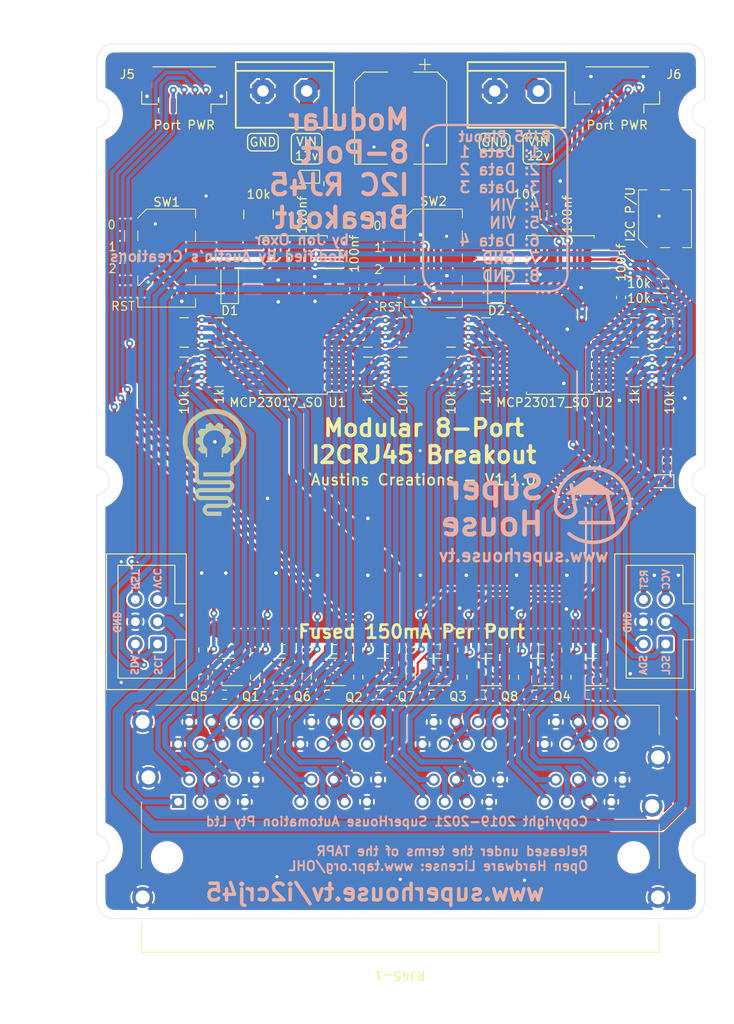
<source format=kicad_pcb>
(kicad_pcb (version 20211014) (generator pcbnew)
  (layers (0 "F.Cu" signal) (31 "B.Cu" signal) (34 "B.Paste" user) (35 "F.Paste" user) (36 "B.SilkS" user "B.Silkscreen") (37 "F.SilkS" user "F.Silkscreen") (38 "B.Mask" user) (39 "F.Mask" user) (44 "Edge.Cuts" user))
  (net 0 "")
  (net 1 "Net-(C1-Pad1)")
  (net 2 "GNDREF")
  (net 3 "Net-(C2-Pad1)")
  (net 4 "VCC")
  (net 5 "VDD")
  (net 6 "Net-(D2-Pad1)")
  (net 7 "SCL")
  (net 8 "Net-(J1-Pad3)")
  (net 9 "SDA")
  (net 10 "RST")
  (net 11 "Net-(RJ45-1-PadA4)")
  (net 12 "Net-(RJ45-1-PadB4)")
  (net 13 "Net-(RJ45-1-PadC4)")
  (net 14 "Net-(RJ45-1-PadD4)")
  (net 15 "Net-(RJ45-1-PadE4)")
  (net 16 "Net-(RJ45-1-PadF4)")
  (net 17 "Net-(RJ45-1-PadG4)")
  (net 18 "Net-(RJ45-1-PadH4)")
  (net 19 "Net-(RN1-Pad7)")
  (net 20 "Net-(RN1-Pad5)")
  (net 21 "Net-(RN1-Pad6)")
  (net 22 "Net-(RN2-Pad7)")
  (net 23 "Net-(RN2-Pad5)")
  (net 24 "Net-(RN2-Pad6)")
  (net 33 "Net-(Q1-Pad1)")
  (net 34 "Net-(Q3-Pad1)")
  (net 35 "Net-(Q4-Pad1)")
  (net 36 "Net-(Q5-Pad1)")
  (net 37 "Net-(Q6-Pad1)")
  (net 38 "Net-(Q7-Pad1)")
  (net 39 "Net-(Q8-Pad1)")
  (net 40 "pw1")
  (net 41 "pw2")
  (net 42 "pw3")
  (net 43 "pw4")
  (net 44 "pw6")
  (net 45 "pw8")
  (net 46 "pw5")
  (net 47 "pw7")
  (net 48 "Net-(D1-Pad1)")
  (net 49 "p2-a")
  (net 50 "p2-b")
  (net 51 "p2-c")
  (net 52 "p2-d")
  (net 53 "p4-a")
  (net 54 "p4-b")
  (net 55 "p4-c")
  (net 56 "p4-d")
  (net 57 "p6-a")
  (net 58 "p6-b")
  (net 59 "p6-c")
  (net 60 "p6-d")
  (net 61 "p8-a")
  (net 62 "p8-b")
  (net 63 "p8-c")
  (net 64 "p8-d")
  (net 65 "p1-a")
  (net 66 "p1-b")
  (net 67 "p1-c")
  (net 68 "p1-d")
  (net 69 "p3-a")
  (net 70 "p3-b")
  (net 71 "p3-c")
  (net 72 "p3-d")
  (net 73 "p5-a")
  (net 74 "p5-b")
  (net 75 "p5-c")
  (net 76 "p5-d")
  (net 77 "p7-a")
  (net 78 "p7-b")
  (net 79 "p7-c")
  (net 80 "p7-d")
  (net 81 "Net-(RN11-Pad7)")
  (net 82 "Net-(RN11-Pad8)")
  (net 83 "Net-(RN11-Pad6)")
  (net 84 "Net-(RN11-Pad5)")
  (net 85 "Net-(RN12-Pad5)")
  (net 86 "Net-(RN12-Pad6)")
  (net 87 "Net-(RN15-Pad7)")
  (net 88 "Net-(RN15-Pad8)")
  (net 89 "Net-(RN15-Pad6)")
  (net 90 "Net-(RN15-Pad5)")
  (net 91 "Net-(RN12-Pad7)")
  (net 92 "Net-(RN12-Pad8)")
  (net 93 "Net-(RN16-Pad5)")
  (net 94 "Net-(RN16-Pad6)")
  (net 95 "Net-(RN16-Pad7)")
  (net 96 "Net-(RN16-Pad8)")
  (net 97 "Net-(R3-Pad1)")
  (net 98 "Net-(R4-Pad1)")
  (net 99 "Net-(D3-Pad1)")
  (net 100 "Net-(D4-Pad1)")
  (net 101 "Net-(Q2-Pad1)")
  (net 102 "Net-(RN3-Pad5)")
  (net 103 "Net-(RN3-Pad6)")
  (net 104 "Net-(RN3-Pad7)")
  (net 105 "Net-(RN3-Pad8)")
  (net 106 "Net-(RN4-Pad5)")
  (net 107 "Net-(RN4-Pad6)")
  (net 108 "Net-(RN4-Pad7)")
  (net 109 "Net-(RN4-Pad8)")
  (net 110 "Net-(RN7-Pad5)")
  (net 111 "Net-(RN7-Pad6)")
  (net 112 "Net-(RN7-Pad7)")
  (net 113 "Net-(RN7-Pad8)")
  (net 114 "Net-(RN8-Pad5)")
  (net 115 "Net-(RN8-Pad6)")
  (net 116 "Net-(RN8-Pad7)")
  (net 117 "Net-(RN8-Pad8)")
  (net 118 "Net-(TH1-Pad1)")
  (net 119 "Net-(TH2-Pad1)")
  (net 120 "Net-(TH3-Pad1)")
  (net 121 "Net-(TH4-Pad1)")
  (net 122 "Net-(TH5-Pad2)")
  (net 123 "Net-(TH6-Pad2)")
  (net 124 "Net-(TH7-Pad2)")
  (net 125 "Net-(TH8-Pad2)")
  (footprint "Resistor_SMD:R_Array_Convex_4x0603" (layer "F.Cu") (at 64.510006 57.500012)
    (fp_text reference "RN16" hide)
    (fp_text value "1k")
  )
  (footprint "Resistor_SMD:R_Array_Convex_4x0603" (layer "F.Cu") (at 81.5 53 180)
    (fp_text reference "RN8" hide)
    (fp_text value "1k" hide)
  )
  (footprint "Connector_IDC:IDC-Header_2x03_P2.54mm_Vertical" (layer "F.Cu") (at 85.049995 88.600001 180)
    (fp_text reference "J1" hide)
    (fp_text value "Conn_02x03_Odd_Even" hide)
  )
  (footprint "Fiducial:Fiducial_1mm_Mask2mm" (layer "F.Cu") (at 87.5 118)
    (fp_text reference "FID4" hide)
    (fp_text value "Fiducial" hide)
  )
  (footprint "Austins creations:R-RJ45R08P-8000" (layer "F.Cu") (at 54.649992 116.199996 180)
    (fp_text reference "RJ45-1")
    (fp_text value "R-RJ45R08P-8000" hide)
  )
  (footprint "Resistor_SMD:R_0603_1608Metric" (layer "F.Cu") (at 58.3 94.399989 180)
    (fp_text reference "TH7" hide)
    (fp_text value "Fuse_PTC" hide)
  )
  (footprint "Resistor_SMD:R_0603_1608Metric" (layer "F.Cu") (at 70.1 94.399989 180)
    (fp_text reference "TH8" hide)
    (fp_text value "Fuse_PTC" hide)
  )
  (footprint "Resistor_SMD:R_0603_1608Metric" (layer "F.Cu") (at 55.9 89.3 -90)
    (fp_text reference "R19" hide)
    (fp_text value "10k" hide)
  )
  (footprint "Austins creations:4P_DIP" (layer "F.Cu") (at 58.5 44.5)
    (fp_text reference "SW2")
    (fp_text value "SW_DIP_x04" hide)
  )
  (footprint "Package_SO:SOIC-28W_7.5x17.9mm_P1.27mm" (layer "F.Cu") (at 73 51 180)
    (fp_text reference "U2")
    (fp_text value "MCP23017_SO")
  )
  (footprint "Resistor_SMD:R_0603_1608Metric" (layer "F.Cu") (at 76.1 94.399989)
    (fp_text reference "TH4" hide)
    (fp_text value "Fuse_PTC" hide)
  )
  (footprint "LED_SMD:LED_0603_1608Metric" (layer "F.Cu") (at 44 35.2 180)
    (fp_text reference "D3" hide)
    (fp_text value "red/yellow" hide)
  )
  (footprint "Fiducial:Fiducial_1mm_Mask2mm" (layer "F.Cu") (at 22 22)
    (fp_text reference "FID1" hide)
    (fp_text value "Fiducial" hide)
  )
  (footprint "Resistor_SMD:R_0603_1608Metric" (layer "F.Cu") (at 49.9 92.4 90)
    (fp_text reference "R8" hide)
    (fp_text value "10k" hide)
  )
  (footprint "Connector_JST:JST_GH_SM05B-GHS-TB_1x05-1MP_P1.25mm_Horizontal" (layer "F.Cu") (at 79.5 25.2 180)
    (fp_text reference "J6")
    (fp_text value "Conn_01x05_MountingPin" hide)
  )
  (footprint "Package_TO_SOT_SMD:SOT-23" (layer "F.Cu") (at 35 91.8 180)
    (fp_text reference "Q5")
    (fp_text value "AO3401A" hide)
  )
  (footprint "Austins creations:2pinblock" (layer "F.Cu") (at 68 25.4 180)
    (fp_text reference "J4" hide)
    (fp_text value "Screw_Terminal_01x02" hide)
  )
  (footprint "Connector_IDC:IDC-Header_2x03_P2.54mm_Vertical" (layer "F.Cu") (at 26.95001 88.600001 180)
    (fp_text reference "J2" hide)
    (fp_text value "Conn_02x03_Odd_Even" hide)
  )
  (footprint "Resistor_SMD:R_Array_Convex_4x0603" (layer "F.Cu") (at 30 57.5 180)
    (fp_text reference "RN17" hide)
    (fp_text value "10k")
  )
  (footprint "Resistor_SMD:R_0603_1608Metric" (layer "F.Cu") (at 73.7 92.4 90)
    (fp_text reference "R12" hide)
    (fp_text value "10k" hide)
  )
  (footprint "Resistor_SMD:R_0603_1608Metric" (layer "F.Cu") (at 46.5 36 -90)
    (fp_text reference "R1" hide)
    (fp_text value "10k" hide)
  )
  (footprint "Resistor_SMD:R_0603_1608Metric" (layer "F.Cu") (at 40.5 94.399989)
    (fp_text reference "TH1" hide)
    (fp_text value "Fuse_PTC" hide)
  )
  (footprint "Package_TO_SOT_SMD:SOT-23" (layer "F.Cu") (at 76.5 91.8 180)
    (fp_text reference "Q4")
    (fp_text value "AO3401A" hide)
  )
  (footprint "Capacitor_SMD:C_0603_1608Metric" (layer "F.Cu") (at 41.5 39.5 90)
    (fp_text reference "C1" hide)
    (fp_text value "100nf")
  )
  (footprint "Resistor_SMD:R_0603_1608Metric" (layer "F.Cu") (at 61.8 92.4 90)
    (fp_text reference "R10" hide)
    (fp_text value "10k" hide)
  )
  (footprint "Resistor_SMD:R_Array_Convex_4x0603" (layer "F.Cu") (at 38.5 39.5 -90)
    (fp_text reference "RN1" hide)
    (fp_text value "10k")
  )
  (footprint "Resistor_SMD:R_0603_1608Metric" (layer "F.Cu") (at 34.6 94.399989 180)
    (fp_text reference "TH5" hide)
    (fp_text value "Fuse_PTC" hide)
  )
  (footprint "Resistor_SMD:R_0603_1608Metric" (layer "F.Cu") (at 65 89.199989 180)
    (fp_text reference "R9" hide)
    (fp_text value "18k" hide)
  )
  (footprint "Resistor_SMD:R_0603_1608Metric" (layer "F.Cu") (at 84.9 47.4 180)
    (fp_text reference "R4" hide)
    (fp_text value "10k")
  )
  (footprint "Capacitor_SMD:C_0603_1608Metric" (layer "F.Cu") (at 72 39.5 90)
    (fp_text reference "C2" hide)
    (fp_text value "100nf")
  )
  (footprint "Resistor_SMD:R_0603_1608Metric" (layer "F.Cu") (at 61.8 89.3 -90)
    (fp_text reference "R15" hide)
    (fp_text value "10k" hide)
  )
  (footprint "Resistor_SMD:R_Array_Convex_4x0603" (layer "F.Cu") (at 85.5 53)
    (fp_text reference "RN10" hide)
    (fp_text value "10k" hide)
  )
  (footprint "Resistor_SMD:R_0603_1608Metric" (layer "F.Cu") (at 55.9 92.4 90)
    (fp_text reference "R26" hide)
    (fp_text value "10k" hide)
  )
  (footprint "Resistor_SMD:R_Array_Convex_4x0603" (layer "F.Cu") (at 30 53 180)
    (fp_text reference "RN13" hide)
    (fp_text value "10k" hide)
  )
  (footprint "Resistor_SMD:R_0603_1608Metric" (layer "F.Cu") (at 38.1 89.3 -90)
    (fp_text reference "R13" hide)
    (fp_text value "10k" hide)
  )
  (footprint "Resistor_SMD:R_0603_1608Metric" (layer "F.Cu") (at 67.7 92.4 90)
    (fp_text reference "R28" hide)
    (fp_text value "10k" hide)
  )
  (footprint "Resistor_SMD:R_Array_Convex_4x0603" (layer "F.Cu") (at 34 53)
    (fp_text reference "RN11" hide)
    (fp_text value "1k" hide)
  )
  (footprint "Resistor_SMD:R_0603_1608Metric" (layer "F.Cu") (at 49.9 89.3 -90)
    (fp_text reference "R14" hide)
    (fp_text value "10k" hide)
  )
  (footprint "Capacitor_SMD:CP_Elec_10x10" (layer "F.Cu") (at 54.75 28.5 -90)
    (fp_text reference "C5" hide)
    (fp_text value "330uf 50v" hide)
  )
  (footprint "Resistor_SMD:R_0603_1608Metric" (layer "F.Cu") (at 35.4 89.2 180)
    (fp_text reference "R21" hide)
    (fp_text value "18k" hide)
  )
  (footprint "Resistor_SMD:R_Array_Convex_4x0603" (layer "F.Cu") (at 51 53 180)
    (fp_text reference "RN7" hide)
    (fp_text value "1k" hide)
  )
  (footprint "Resistor_SMD:R_0603_1608Metric" (layer "F.Cu") (at 84.9 49.1 180)
    (fp_text reference "R3" hide)
    (fp_text value "10k")
  )
  (footprint "LED_SMD:LED_0603_1608Metric" (layer "F.Cu") (at 84.5 70 180)
    (fp_text reference "D4" hide)
    (fp_text value "blue" hide)
  )
  (footprint "Resistor_SMD:R_0603_1608Metric" (layer "F.Cu") (at 52.3 94.399989)
    (fp_text reference "TH2" hide)
    (fp_text value "Fuse_PTC" hide)
  )
  (footprint "Resistor_SMD:R_0603_1608Metric" (layer "F.Cu") (at 70.9 89.199989 180)
    (fp_text reference "R27" hide)
    (fp_text value "18k" hide)
  )
  (footprint "Resistor_SMD:R_Array_Convex_4x0603" (layer "F.Cu") (at 55 53)
    (fp_text reference "RN9" hide)
    (fp_text value "10k" hide)
  )
  (footprint "Resistor_SMD:R_0603_1608Metric" (layer "F.Cu") (at 46.4 94.399989 180)
    (fp_text reference "TH6" hide)
    (fp_text value "Fuse_PTC" hide)
  )
  (footprint "Package_SO:SOIC-28W_7.5x17.9mm_P1.27mm" (layer "F.Cu") (at 42.5 51 180)
    (fp_text reference "U1")
    (fp_text value "MCP23017_SO")
  )
  (footprint "Resistor_SMD:R_0603_1608Metric" (layer "F.Cu") (at 32.2 89.3 -90)
    (fp_text reference "R17" hide)
    (fp_text value "10k" hide)
  )
  (footprint "Resistor_SMD:R_Array_Convex_4x0603" (layer "F.Cu") (at 69 39.5 -90)
    (fp_text reference "RN2" hide)
    (fp_text value "10k")
  )
  (footprint "Package_TO_SOT_SMD:SOT-23" (layer "F.Cu") (at 70.5 91.8 180)
    (fp_text reference "Q8")
    (fp_text value "AO3401A" hide)
  )
  (footprint "Resistor_SMD:R_0603_1608Metric" (layer "F.Cu") (at 53.1 89.199989 180)
    (fp_text reference "R7" hide)
    (fp_text value "18k" hide)
  )
  (footprint "Capacitor_SMD:C_0603_1608Metric" (layer "F.Cu") (at 79.95 49 -90)
    (fp_text reference "C4" hide)
    (fp_text value "100nf")
  )
  (footprint "Resistor_SMD:R_0603_1608Metric" (layer "F.Cu") (at 67.7 89.3 -90)
    (fp_text reference "R20" hide)
    (fp_text value "10k" hide)
  )
  (footprint "Resistor_SMD:R_0603_1608Metric" (layer "F.Cu") (at 41.299994 89.199988 180)
    (fp_text reference "R5" hide)
    (fp_text value "18k" hide)
  )
  (footprint "Resistor_SMD:R_Array_Convex_4x0603" (layer "F.Cu") (at 60.5 53 180)
    (fp_text reference "RN14" hide)
    (fp_text value "10k" hide)
  )
  (footprint "Resistor_SMD:R_Array_Convex_4x0603" (layer "F.Cu") (at 55 57.5)
    (fp_text reference "RN5" hide)
    (fp_text value "10k")
  )
  (footprint "Resistor_SMD:R_Array_Convex_4x0603" (layer "F.Cu") (at 51 57.500012 180)
    (fp_text reference "RN3" hide)
    (fp_text value "1k")
  )
  (footprint "Resistor_SMD:R_0603_1608Metric" (layer "F.Cu") (at 73.7 89.3 -90)
    (fp_text reference "R16" hide)
    (fp_text value "10k" hide)
  )
  (footprint "Resistor_SMD:R_Array_Convex_4x0603" (layer "F.Cu") (at 85.5 57.5)
    (fp_text reference "RN6" hide)
    (fp_text value "10k")
  )
  (footprint "Resistor_SMD:R_Array_Convex_4x0603" (layer "F.Cu") (at 81.499989 57.500012 180)
    (fp_text reference "RN4" hide)
    (fp_text value "1k")
  )
  (footprint "Fiducial:Fiducial_1mm_Mask2mm" (layer "F.Cu") (at 87.5 22)
    (fp_text reference "FID2" hide)
    (fp_text value "Fiducial" hide)
  )
  (footprint "Austins creations:2pinblock" (layer "F.Cu") (at 41.5 25.4 180)
    (fp_text reference "J3" hide)
    (fp_text value "Screw_Terminal_01x02" hide)
  )
  (footprint "Package_TO_SOT_SMD:SOT-23" (layer "F.Cu") (at 52.7 91.8 180)
    (fp_text reference "Q2")
    (fp_text value "AO3401A" hide)
  )
  (footprint "Austins creations:2P_DIP" (layer "F.Cu") (at 85 40 90)
    (fp_text reference "SW3" hide)
    (fp_text value "2P_DIP" hide)
  )
  (footprint "Resistor_SMD:R_Array_Convex_4x0603" (layer "F.Cu") (at 64.5 53)
    (fp_text reference "RN12" hide)
    (fp_text value "1k" hide)
  )
  (footprint "Resistor_SMD:R_Array_Convex_4x0603" (layer "F.Cu") (at 60.5 57.5 180)
    (fp_text reference "RN18" hide)
    (fp_text value "10k")
  )
  (footprint "Resistor_SMD:R_0603_1608Metric" (layer "F.Cu") (at 44 89.3 -90)
    (fp_text reference "R18" hide)
    (fp_text value "10k" hide)
  )
  (footprint "Resistor_SMD:R_Array_Convex_4x0603" (layer "F.Cu") (at 34.000008 57.500012)
    (fp_text reference "RN15" hide)
    (fp_text value "1k")
  )
  (footprint "Resistor_SMD:R_0603_1608Metric" (layer "F.Cu") (at 44 92.4 90)
    (fp_text reference "R24" hide)
    (fp_text value "10k" hide)
  )
  (footprint "Resistor_SMD:R_0603_1608Metric" (layer "F.Cu") (at 59.1 89.199989 180)
    (fp_text reference "R25" hide)
    (fp_text value "18k" hide)
  )
  (footprint "Austins creations:4P_DIP" (layer "F.Cu") (at 28 44.5)
    (fp_text reference "SW1")
    (fp_text value "SW_DIP_x04" hide)
  )
  (footprint "Package_TO_SOT_SMD:SOT-23" (layer "F.Cu") (at 40.9 91.8 180)
    (fp_text reference "Q1")
    (fp_text value "AO3401A" hide)
  )
  (footprint "Package_TO_SOT_SMD:SOT-23" (layer "F.Cu") (at 64.6 91.8 180)
    (fp_text reference "Q3")
    (fp_text value "AO3401A" hide)
  )
  (footprint "logos:Creations logo med" (layer "F.Cu") (at 33.5 65.4)
    (fp_text reference "LOGO1" hide)
    (fp_text value "Creations_logo_med" hide)
  )
  (footprint "Fiducial:Fiducial_1mm_Mask2mm" (layer "F.Cu") (at 22 118)
    (fp_text reference "FID3" hide)
    (fp_text value "Fiducial" hide)
  )
  (footprint "Resistor_SMD:R_0603_1608Metric" (layer "F.Cu") (at 76.9 89.199989 180)
    (fp_text reference "R11" hide)
    (fp_text value "18k" hide)
  )
  (footprint "Resistor_SMD:R_0603_1608Metric" (layer "F.Cu") (at 85.2 67.6 90)
    (fp_text reference "R2" hide)
    (fp_text value "1k" hide)
  )
  (footprint "Resistor_SMD:R_0603_1608Metric" (layer "F.Cu") (at 47.2 89.199989 180)
    (fp_text reference "R23" hide)
    (fp_text value "18k" hide)
  )
  (footprint "Resistor_SMD:R_0603_1608Metric" (layer "F.Cu") (at 32.2 92.4 90)
    (fp_text reference "R22" hide)
    (fp_text value "10k" hide)
  )
  (footprint "Package_TO_SOT_SMD:SOT-23" (layer "F.Cu") (at 58.7 91.8 180)
    (fp_text reference "Q7")
    (fp_text value "AO3401A" hide)
  )
  (footprint "Resistor_SMD:R_0603_1608Metric" (layer "F.Cu") (at 38.1 92.4 90)
    (fp_text reference "R6" hide)
    (fp_text value "10k" hide)
  )
  (footprint "Diode_SMD:D_SOD-123F" (layer "F.Cu") (at 35.2 47.5 90)
    (fp_text reference "D1")
    (fp_text value "SM4007" hide)
  )
  (footprint "Resistor_SMD:R_0603_1608Metric" (layer "F.Cu") (at 64.2 94.399989)
    (fp_text reference "TH3" hide)
    (fp_text value "Fuse_PTC" hide)
  )
  (footprint "Connector_JST:JST_GH_SM05B-GHS-TB_1x05-1MP_P1.25mm_Horizontal" (layer "F.Cu") (at 30 25.2 180)
    (fp_text reference "J5")
    (fp_text value "Conn_01x05_MountingPin" hide)
  )
  (footprint "Capacitor_SMD:C_0603_1608Metric" (layer "F.Cu") (at 49.45 48 -90)
    (fp_text reference "C3" hide)
    (fp_text value "100nf")
  )
  (footprint "Diode_SMD:D_SOD-123F" (layer "F.Cu") (at 65.7 47.5 90)
    (fp_text reference "D2")
    (fp_text value "SM4007" hide)
  )
  (footprint "Package_TO_SOT_SMD:SOT-23" (layer "F.Cu") (at 46.8 91.8 180)
    (fp_text reference "Q6")
    (fp_text value "AO3401A" hide)
  )
  (gr_line (start 57.314214 46.285786) (end 57.314214 31.285786) (layer "B.SilkS") (width 0.254))
  (gr_line (start 73.814214 31.285786) (end 73.814214 46.285786) (layer "B.SilkS") (width 0.254))
  (gr_arc (start 73.814214 46.285786) (mid 73.228428 47.7) (end 71.814214 48.285786) (layer "B.SilkS") (width 0.254))
  (gr_arc (start 59.314214 48.285786) (mid 57.9 47.7) (end 57.314214 46.285786) (layer "B.SilkS") (width 0.254))
  (gr_line (start 79.080001 71.428) (end 76.286001 69.65) (layer "B.SilkS") (width 0.254))
  (gr_line (start 78.572001 71.174) (end 78.318001 71.174) (layer "B.SilkS") (width 0.254))
  (gr_line (start 74.508001 71.174) (end 76.286001 69.904) (layer "B.SilkS") (width 0.254))
  (gr_arc (start 71.814214 29.285786) (mid 73.228428 29.871572) (end 73.814214 31.285786) (layer "B.SilkS") (width 0.254))
  (gr_line (start 73.746001 71.428) (end 79.080001 71.428) (layer "B.SilkS") (width 0.254))
  (gr_line (start 75.524001 70.666) (end 76.794001 70.666) (layer "B.SilkS") (width 0.4064))
  (gr_line (start 76.286001 69.65) (end 73.746001 71.428) (layer "B.SilkS") (width 0.254))
  (gr_arc (start 74.761999 73.460002) (mid 73.289661 74.067015) (end 72.476001 72.698) (layer "B.SilkS") (width 0.4064))
  (gr_line (start 76.794001 70.666) (end 76.286001 70.412) (layer "B.SilkS") (width 0.4064))
  (gr_arc (start 57.314214 31.285786) (mid 57.9 29.871572) (end 59.314214 29.285786) (layer "B.SilkS") (width 0.254))
  (gr_line (start 71.814214 48.285786) (end 59.314214 48.285786) (layer "B.SilkS") (width 0.254))
  (gr_line (start 74.762001 73.46) (end 74.254001 70.412) (layer "B.SilkS") (width 0.4064))
  (gr_line (start 77.810001 70.92) (end 76.286001 70.158) (layer "B.SilkS") (width 0.4064))
  (gr_line (start 76.286001 69.904) (end 78.318001 71.174) (layer "B.SilkS") (width 0.254))
  (gr_line (start 79.080001 74.73) (end 78.318001 71.174) (layer "B.SilkS") (width 0.4064))
  (gr_line (start 75.270001 74.73) (end 79.080001 74.73) (layer "B.SilkS") (width 0.4064))
  (gr_line (start 78.318001 71.174) (end 74.508001 71.174) (layer "B.SilkS") (width 0.254))
  (gr_line (start 76.286001 70.158) (end 75.524001 70.666) (layer "B.SilkS") (width 0.4064))
  (gr_line (start 59.314214 29.285786) (end 71.814214 29.285786) (layer "B.SilkS") (width 0.254))
  (gr_line (start 75.016001 70.92) (end 77.810001 70.92) (layer "B.SilkS") (width 0.4064))
  (gr_arc (start 72.476001 72.698) (mid 80.572481 70.963857) (end 74 76) (layer "B.SilkS") (width 0.4064))
  (gr_arc (start 37.75 32.25) (mid 37.396447 32.103553) (end 37.25 31.75) (layer "F.SilkS") (width 0.15))
  (gr_arc (start 72.25 33.25) (mid 72.103553 33.603553) (end 71.75 33.75) (layer "F.SilkS") (width 0.15))
  (gr_arc (start 45.75 33.25) (mid 45.603553 33.603553) (end 45.25 33.75) (layer "F.SilkS") (width 0.15))
  (gr_line (start 69.25 30.25) (end 71.75 30.25) (layer "F.SilkS") (width 0.15))
  (gr_line (start 67.25 30.75) (end 67.25 31.75) (layer "F.SilkS") (width 0.15))
  (gr_line (start 42.25 33.25) (end 42.25 30.75) (layer "F.SilkS") (width 0.15))
  (gr_arc (start 40.25 30.25) (mid 40.603553 30.396447) (end 40.75 30.75) (layer "F.SilkS") (width 0.15))
  (gr_line (start 45.75 30.75) (end 45.75 33.25) (layer "F.SilkS") (width 0.15))
  (gr_arc (start 40.75 31.75) (mid 40.603553 32.103553) (end 40.25 32.25) (layer "F.SilkS") (width 0.15))
  (gr_arc (start 68.75 30.75) (mid 68.896447 30.396447) (end 69.25 30.25) (layer "F.SilkS") (width 0.15))
  (gr_arc (start 66.75 30.25) (mid 67.103553 30.396447) (end 67.25 30.75) (layer "F.SilkS") (width 0.15))
  (gr_arc (start 69.25 33.75) (mid 68.896447 33.603553) (end 68.75 33.25) (layer "F.SilkS") (width 0.15))
  (gr_arc (start 67.25 31.75) (mid 67.103553 32.103553) (end 66.75 32.25) (layer "F.SilkS") (width 0.15))
  (gr_line (start 71.75 33.75) (end 69.25 33.75) (layer "F.SilkS") (width 0.15))
  (gr_line (start 40.25 32.25) (end 37.75 32.25) (layer "F.SilkS") (width 0.15))
  (gr_line (start 66.75 32.25) (end 64.25 32.25) (layer "F.SilkS") (width 0.15))
  (gr_line (start 42.75 30.25) (end 45.25 30.25) (layer "F.SilkS") (width 0.15))
  (gr_line (start 40.75 30.75) (end 40.75 31.75) (layer "F.SilkS") (width 0.15))
  (gr_arc (start 71.75 30.25) (mid 72.103553 30.396447) (end 72.25 30.75) (layer "F.SilkS") (width 0.15))
  (gr_arc (start 42.75 33.75) (mid 42.396447 33.603553) (end 42.25 33.25) (layer "F.SilkS") (width 0.15))
  (gr_arc (start 37.25 30.75) (mid 37.396447 30.396447) (end 37.75 30.25) (layer "F.SilkS") (width 0.15))
  (gr_arc (start 64.25 32.25) (mid 63.896447 32.103553) (end 63.75 31.75) (layer "F.SilkS") (width 0.15))
  (gr_line (start 63.75 30.75) (end 63.75 31.75) (layer "F.SilkS") (width 0.15))
  (gr_line (start 72.25 30.75) (end 72.25 33.25) (layer "F.SilkS") (width 0.15))
  (gr_line (start 68.75 33.25) (end 68.75 30.75) (layer "F.SilkS") (width 0.15))
  (gr_line (start 66.75 30.25) (end 64.25 30.25) (layer "F.SilkS") (width 0.15))
  (gr_line (start 40.25 30.25) (end 37.75 30.25) (layer "F.SilkS") (width 0.15))
  (gr_line (start 37.25 30.75) (end 37.25 31.75) (layer "F.SilkS") (width 0.15))
  (gr_arc (start 42.25 30.75) (mid 42.396447 30.396447) (end 42.75 30.25) (layer "F.SilkS") (width 0.15))
  (gr_line (start 45.25 33.75) (end 42.75 33.75) (layer "F.SilkS") (width 0.15))
  (gr_arc (start 63.75 30.75) (mid 63.896447 30.396447) (end 64.25 30.25) (layer "F.SilkS") (width 0.15))
  (gr_arc (start 45.25 30.25) (mid 45.603553 30.396447) (end 45.75 30.75) (layer "F.SilkS") (width 0.15))
  (gr_arc (start 20 110.4) (mid 21.41183 112) (end 20 113.6) (layer "Edge.Cuts") (width 0.05))
  (gr_arc (start 89.5 29.6) (mid 88.08817 28) (end 89.5 26.4) (layer "Edge.Cuts") (width 0.05))
  (gr_line (start 89.5 22) (end 89.5 26.4) (layer "Edge.Cuts") (width 0.05))
  (gr_line (start 87.5 120) (end 22 120) (layer "Edge.Cuts") (width 0.05))
  (gr_line (start 89.5 71.6) (end 89.5 110.4) (layer "Edge.Cuts") (width 0.05))
  (gr_line (start 20 22) (end 20 26.4) (layer "Edge.Cuts") (width 0.05))
  (gr_line (start 89.5 113.6) (end 89.5 118) (layer "Edge.Cuts") (width 0.05))
  (gr_line (start 20 118) (end 20 113.6) (layer "Edge.Cuts") (width 0.05))
  (gr_line (start 89.5 68.4) (end 89.5 29.6) (layer "Edge.Cuts") (width 0.05))
  (gr_arc (start 20 68.4) (mid 21.41183 70) (end 20 71.6) (layer "Edge.Cuts") (width 0.05))
  (gr_arc (start 89.5 113.6) (mid 88.08817 112) (end 89.5 110.4) (layer "Edge.Cuts") (width 0.05))
  (gr_arc (start 89.5 71.6) (mid 88.08817 70) (end 89.5 68.4) (layer "Edge.Cuts") (width 0.05))
  (gr_line (start 22 20) (end 87.5 20) (layer "Edge.Cuts") (width 0.05))
  (gr_arc (start 87.5 20) (mid 88.914214 20.585786) (end 89.5 22) (layer "Edge.Cuts") (width 0.05))
  (gr_arc (start 89.5 118) (mid 88.914214 119.414214) (end 87.5 120) (layer "Edge.Cuts") (width 0.05))
  (gr_line (start 20 29.6) (end 20 68.4) (layer "Edge.Cuts") (width 0.05))
  (gr_arc (start 20 26.4) (mid 21.41183 28) (end 20 29.6) (layer "Edge.Cuts") (width 0.05))
  (gr_line (start 20 71.6) (end 20 110.4) (layer "Edge.Cuts") (width 0.05))
  (gr_arc (start 20 22) (mid 20.585786 20.585786) (end 22 20) (layer "Edge.Cuts") (width 0.05))
  (gr_arc (start 22 120) (mid 20.585786 119.414214) (end 20 118) (layer "Edge.Cuts") (width 0.05))
  (gr_text "Copyright 2019-2021 SuperHouse Automation Pty Ltd\n\nReleased under the terms of the TAPR\nOpen Hardware License: www.tapr.org/OHL" (at 76.3 114.6) (layer "B.SilkS") (effects (font (size 1.0541 1.0541) (thickness 0.2159)) (justify left bottom mirror)))
  (gr_text "Modular\n8-Port\nI2C RJ45\nBreakout" (at 56 41.25) (layer "B.SilkS") (effects (font (size 2.324 2.324) (thickness 0.476)) (justify left bottom mirror)))
  (gr_text "VCC" (at 26.9 81.1 270) (layer "B.SilkS") (effects (font (size 0.8 0.8) (thickness 0.2)) (justify mirror)))
  (gr_text "RST" (at 24.4 81.3 270) (layer "B.SilkS") (effects (font (size 0.8 0.8) (thickness 0.2)) (justify mirror)))
  (gr_text "RST" (at 82.6 81.2 90) (layer "B.SilkS") (effects (font (size 0.8 0.8) (thickness 0.2)) (justify mirror)))
  (gr_text "1: Data 1\n2: Data 2\n3: Data 3\n4: VIN\n5: VIN\n6: Data 4\n7: GND\n8: GND" (at 70.814214 47.285786) (layer "B.SilkS") (effects (font (size 1.26 1.26) (thickness 0.24)) (justify left bottom mirror)))
  (gr_text "GND" (at 22.3 86.1 270) (layer "B.SilkS") (effects (font (size 0.8 0.8) (thickness 0.2)) (justify mirror)))
  (gr_text "SDA" (at 24.3 91 -90) (layer "B.SilkS") (effects (font (size 0.8 0.8) (thickness 0.2)) (justify mirror)))
  (gr_text "RJ45 Pinout" (at 72.114214 31.285786) (layer "B.SilkS") (effects (font (size 1.148 1.148) (thickness 0.252)) (justify left bottom mirror)))
  (gr_text "by Jon Oxer\nModified By Austin's Creations" (at 49 45) (layer "B.SilkS") (effects (font (size 1.180592 1.180592) (thickness 0.241808)) (justify left bottom mirror)))
  (gr_text "www.superhouse.tv" (at 68.802001 79.322) (layer "B.SilkS") (effects (font (size 1.391412 1.391412) (thickness 0.284988)) (justify bottom mirror)))
  (gr_text "SCL" (at 27 91 270) (layer "B.SilkS") (effects (font (size 0.8 0.8) (thickness 0.2)) (justify mirror)))
  (gr_text "SCL" (at 85.1 91 90) (layer "B.SilkS") (effects (font (size 0.8 0.8) (thickness 0.2)) (justify mirror)))
  (gr_text "Super\nHouse" (at 71.347001 72.822) (layer "B.SilkS") (effects (font (size 2.573 2.573) (thickness 0.527)) (justify left mirror)))
  (gr_text "SDA" (at 82.5 91 90) (layer "B.SilkS") (effects (font (size 0.8 0.8) (thickness 0.2)) (justify mirror)))
  (gr_text "GND" (at 80.7 86.1 90) (layer "B.SilkS") (effects (font (size 0.8 0.8) (thickness 0.2)) (justify mirror)))
  (gr_text "VCC" (at 85.1 81.2 90) (layer "B.SilkS") (effects (font (size 0.8 0.8) (thickness 0.2)) (justify mirror)))
  (gr_text "www.superhouse.tv/i2crj45" (at 51.8 118.1) (layer "B.SilkS") (effects (font (size 1.909 1.909) (thickness 0.391)) (justify bottom mirror)))
  (gr_text "RST" (at 23 50) (layer "F.SilkS") (effects (font (size 1 1) (thickness 0.125))))
  (gr_text "Port PWR" (at 30 29.3) (layer "F.SilkS") (effects (font (size 1 1))))
  (gr_text "2" (at 52.2 45.8) (layer "F.SilkS") (effects (font (size 1 1) (thickness 0.125))))
  (gr_text "1" (at 21.8 43.2) (layer "F.SilkS") (effects (font (size 1 1) (thickness 0.125))))
  (gr_text "Fused 150mA Per Port" (at 55.99999 87.2) (layer "F.SilkS") (effects (font (size 1.5 1.5) (thickness 0.3))))
  (gr_text "GND" (at 65.5 31.25) (layer "F.SilkS") (effects (font (size 1 1))))
  (gr_text "I2C P/U" (at 81 39.5 90) (layer "F.SilkS") (effects (font (size 1 1))))
  (gr_text "VIN\n12v" (at 70.5 32) (layer "F.SilkS") (effects (font (size 1 1))))
  (gr_text "Modular 8-Port\nI2CRJ45 Breakout" (at 57.4 68.1) (layer "F.SilkS") (effects (font (size 1.909 1.909) (thickness 0.391)) (justify bottom)))
  (gr_text "VIN\n12v" (at 44 32) (layer "F.SilkS") (effects (font (size 1 1))))
  (gr_text "0" (at 52.1 40.8) (layer "F.SilkS") (effects (font (size 1 1) (thickness 0.125))))
  (gr_text "Austins Creations - V1.1.0" (at 57.36 69.83) (layer "F.SilkS") (effects (font (size 1.25 1.25) (thickness 0.2))))
  (gr_text "Port PWR" (at 79.5 29.3) (layer "F.SilkS") (effects (font (size 1 1))))
  (gr_text "2" (at 21.8 45.7) (layer "F.SilkS") (effects (font (size 1 1) (thickness 0.125))))
  (gr_text "1" (at 52.2 43.3) (layer "F.SilkS") (effects (font (size 1 1) (thickness 0.125))))
  (gr_text "GND" (at 39 31.25) (layer "F.SilkS") (effects (font (size 1 1))))
  (gr_text "RST" (at 53.6 50.1) (layer "F.SilkS") (effects (font (size 1 1) (thickness 0.125))))
  (gr_text "0" (at 21.7 40.7) (layer "F.SilkS") (effects (font (size 1 1) (thickness 0.125))))
  (segment (start 39.825 40.225) (end 39.7 40.35) (width 0.4064) (layer "F.Cu") (net 1))
  (segment (start 41.5 40.225) (end 39.825 40.225) (width 0.4064) (layer "F.Cu") (net 1))
  (segment (start 39.7 40.35) (end 40.71184 41.36184) (width 0.4064) (layer "F.Cu") (net 1))
  (segment (start 38.445 46.555) (end 37.8 46.555) (width 0.4064) (layer "F.Cu") (net 1))
  (segment (start 37.8 46.555) (end 35.405 46.555) (width 0.4064) (layer "F.Cu") (net 1))
  (segment (start 35.405 46.555) (end 34.95 46.1) (width 0.4064) (layer "F.Cu") (net 1))
  (segment (start 40.71184 41.36184) (end 40.71184 44.28816) (width 0.4064) (layer "F.Cu") (net 1))
  (segment (start 40.71184 44.28816) (end 38.445 46.555) (width 0.4064) (layer "F.Cu") (net 1))
  (segment (start 49.45 47.225) (end 48.85 47.825) (width 0.4064) (layer "F.Cu") (net 2))
  (segment (start 77.6 47.825) (end 79.85 47.825) (width 0.4064) (layer "F.Cu") (net 2))
  (segment (start 48.85 47.825) (end 47.1 47.825) (width 0.4064) (layer "F.Cu") (net 2))
  (via (at 34.75 80.5) (size 0.8) (drill 0.4) (layers "F.Cu" "B.Cu") (net 2))
  (via (at 32 80.5) (size 0.8) (drill 0.4) (layers "F.Cu" "B.Cu") (net 2))
  (via (at 81 92) (size 0.8) (drill 0.4) (layers "F.Cu" "B.Cu") (net 2))
  (via (at 79.75 60.75) (size 0.8) (drill 0.4) (layers "F.Cu" "B.Cu") (net 2))
  (via (at 60 42) (size 0.7564) (drill 0.35) (layers "F.Cu" "B.Cu") (net 2))
  (via (at 84.3 39.7) (size 0.7564) (drill 0.35) (layers "F.Cu" "B.Cu") (net 2))
  (via (at 62.25 80.75) (size 0.8) (drill 0.4) (layers "F.Cu" "B.Cu") (net 2))
  (via (at 40.5 80.5) (size 0.8) (drill 0.4) (layers "F.Cu" "B.Cu") (net 2))
  (via (at 44.93 46.62) (size 0.8) (drill 0.4) (layers "F.Cu" "B.Cu") (net 2))
  (via (at 76.5 23.75) (size 0.8) (drill 0.4) (layers "F.Cu" "B.Cu") (net 2))
  (via (at 86.5 80.75) (size 0.8) (drill 0.4) (layers "F.Cu" "B.Cu") (net 2))
  (via (at 56.21 49.53) (size 0.8) (drill 0.4) (layers "F.Cu" "B.Cu") (net 2))
  (via (at 73.75 80.75) (size 0.8) (drill 0.4) (layers "F.Cu" "B.Cu") (net 2))
  (via (at 51.7 31.8) (size 0.7564) (drill 0.35) (layers "F.Cu" "B.Cu") (net 2))
  (via (at 25.75 26) (size 0.8) (drill 0.4) (layers "F.Cu" "B.Cu") (net 2))
  (via (at 40.75 49.5) (size 0.8) (drill 0.4) (layers "F.Cu" "B.Cu") (net 2))
  (via (at 39.53 71.96) (size 0.8) (drill 0.4) (layers "F.Cu" "B.Cu") (net 2))
  (via (at 83.75 80.75) (size 0.8) (drill 0.4) (layers "F.Cu" "B.Cu") (net 2))
  (via (at 29.72 49.44) (size 0.8) (drill 0.4) (layers "F.Cu" "B.Cu") (net 2))
  (via (at 44.96 49.44) (size 0.8) (drill 0.4) (layers "F.Cu" "B.Cu") (net 2))
  (via (at 34.25 26) (size 0.8) (drill 0.4) (layers "F.Cu" "B.Cu") (net 2))
  (via (at 40.6 115.2) (size 0.7564) (drill 0.35) (layers "F.Cu" "B.Cu") (net 2))
  (via (at 87.25 60.5) (size 0.8) (drill 0.4) (layers "F.Cu" "B.Cu") (net 2))
  (via (at 51 80.75) (size 0.8) (drill 0.4) (layers "F.Cu" "B.Cu") (net 2))
  (via (at 45.25 80.75) (size 0.8) (drill 0.4) (layers "F.Cu" "B.Cu") (net 2))
  (via (at 67.5 84.5) (size 0.8) (drill 0.4) (layers "F.Cu" "B.Cu") (net 2))
  (via (at 40.75 47) (size 0.8) (drill 0.4) (layers "F.Cu" "B.Cu") (net 2))
  (via (at 57.8 31.6) (size 0.7564) (drill 0.35) (layers "F.Cu" "B.Cu") (net 2))
  (via (at 61.5 84.5) (size 0.8) (drill 0.4) (layers "F.Cu" "B.Cu") (net 2))
  (via (at 26.7 40.6) (size 0.7564) (drill 0.35) (layers "F.Cu" "B.Cu") (net 2))
  (via (at 60.03 46.51) (size 0.8) (drill 0.4) (layers "F.Cu" "B.Cu") (net 2))
  (via (at 33.5 65.5) (size 0.8) (drill 0.4) (layers "F.Cu" "B.Cu") (net 2))
  (via (at 68.9 115.6) (size 0.7564) (drill 0.35) (layers "F.Cu" "B.Cu") (net 2))
  (via (at 73 35.7) (size 0.8) (drill 0.4) (layers "F.Cu" "B.Cu") (net 2))
  (via (at 57 80.75) (size 0.8) (drill 0.4) (layers "F.Cu" "B.Cu") (net 2))
  (via (at 73.7 84.6) (size 0.8) (drill 0.4) (layers "F.Cu" "B.Cu") (net 2))
  (via (at 70.68 46.37) (size 0.8) (drill 0.4) (layers "F.Cu" "B.Cu") (net 2))
  (via (at 22.8 79.2) (size 0.7564) (drill 0.35) (layers "F.Cu" "B.Cu") (net 2))
  (via (at 68 80.75) (size 0.8) (drill 0.4) (layers "F.Cu" "B.Cu") (net 2))
  (via (at 22.8 93) (size 0.7564) (drill 0.35) (layers "F.Cu" "B.Cu") (net 2))
  (via (at 73.4 58.82) (size 0.8) (drill 0.4) (layers "F.Cu" "B.Cu") (net 2))
  (via (at 57.01 41.83) (size 0.8) (drill 0.4) (layers "F.Cu" "B.Cu") (net 2))
  (via (at 32.5 37.4) (size 0.7564) (drill 0.35) (layers "F.Cu" "B.Cu") (net 2))
  (via (at 82.5 23.75) (size 0.8) (drill 0.4) (layers "F.Cu" "B.Cu") (net 2))
  (via (at 75.38 47.87) (size 0.8) (drill 0.4) (layers "F.Cu" "B.Cu") (net 2))
  (via (at 51 74.25) (size 0.8) (drill 0.4) (layers "F.Cu" "B.Cu") (net 2))
  (via (at 59.18 49.14) (size 0.8) (drill 0.4) (layers "F.Cu" "B.Cu") (net 2))
  (via (at 29.7 85.3) (size 0.8) (drill 0.4) (layers "F.Cu" "B.Cu") (net 2))
  (via (at 73.81 52.63) (size 0.8) (drill 0.4) (layers "F.Cu" "B.Cu") (net 2))
  (via (at 56.97 66.51) (size 0.7564) (drill 0.35) (layers "F.Cu" "B.Cu") (net 2))
  (via (at 54.7 115.5) (size 0.7564) (drill 0.35) (layers "F.Cu" "B.Cu") (net 2))
  (segment (start 70.2 40.4) (end 71.2 41.4) (width 0.4064) (layer "F.Cu") (net 3))
  (segment (start 71.2 41.4) (end 71.2 44.4) (width 0.4064) (layer "F.Cu") (net 3))
  (segment (start 65.905 46.555) (end 65.45 46.1) (width 0.4064) (layer "F.Cu") (net 3))
  (segment (start 70.2 40.4) (end 71.875 40.4) (width 0.4064) (layer "F.Cu") (net 3))
  (segment (start 71.875 40.4) (end 72 40.275) (width 0.4064) (layer "F.Cu") (net 3))
  (segment (start 71.2 44.4) (end 69.045 46.555) (width 0.4064) (layer "F.Cu") (net 3))
  (segment (start 69.045 46.555) (end 68.3 46.555) (width 0.4064) (layer "F.Cu") (net 3))
  (segment (start 68.3 46.555) (end 65.905 46.555) (width 0.4064) (layer "F.Cu") (net 3))
  (segment (start 75.46 51.24) (end 75.46 50.34) (width 0.8128) (layer "F.Cu") (net 4))
  (segment (start 75.5 50.3) (end 75.5 50.204168) (width 0.4064) (layer "F.Cu") (net 4))
  (segment (start 54.55 45.77) (end 54.15 45.37) (width 0.8128) (layer "F.Cu") (net 4))
  (segment (start 86.4 57.1) (end 86.4 57.9) (width 0.4064) (layer "F.Cu") (net 4))
  (segment (start 50.59 48.41) (end 53.23 45.77) (width 0.8128) (layer "F.Cu") (net 4))
  (segment (start 55.9 58.7) (end 59.6 58.7) (width 0.4064) (layer "F.Cu") (net 4))
  (segment (start 29.1 56.3) (end 29.1 57.1) (width 0.4064) (layer "F.Cu") (net 4))
  (segment (start 70.2 38.6) (end 70.2 39.07) (width 0.4064) (layer "F.Cu") (net 4))
  (segment (start 75.46 50.34) (end 75.5 50.3) (width 0.8128) (layer "F.Cu") (net 4))
  (segment (start 79.95 49.775) (end 79.95 49.85) (width 0.4064) (layer "F.Cu") (net 4))
  (segment (start 59.6 57.1) (end 59.6 57.9) (width 0.4064) (layer "F.Cu") (net 4))
  (segment (start 52.3 50.2) (end 54.6 50.2) (width 0.4064) (layer "F.Cu") (net 4))
  (segment (start 85.219089 50.619089) (end 86.150911 50.619089) (width 0.4064) (layer "F.Cu") (net 4))
  (segment (start 55.9 57.1) (end 55.9 57.9) (width 0.4064) (layer "F.Cu") (net 4))
  (segment (start 28.91 47.91) (end 26.77 45.77) (width 0.8128) (layer "F.Cu") (net 4))
  (segment (start 80.719089 50.619089) (end 85.219089 50.619089) (width 0.4064) (layer "F.Cu") (net 4))
  (segment (start 58.97 47.48) (end 58.54 47.91) (width 0.6096) (layer "F.Cu") (net 4))
  (segment (start 50.59 48.775) (end 50.59 48.41) (width 0.8128) (layer "F.Cu") (net 4))
  (segment (start 76.609168 49.095) (end 77.6 49.095) (width 0.4064) (layer "F.Cu") (net 4))
  (segment (start 85.05 83.52) (end 85.05 72.25) (width 0.8128) (layer "F.Cu") (net 4))
  (segment (start 53.23 45.77) (end 54.21 45.77) (width 0.8128) (layer "F.Cu") (net 4))
  (segment (start 55.9 57.9) (end 55.9 58.7) (width 0.4064) (layer "F.Cu") (net 4))
  (segment (start 24.87 39.47) (end 23.65 40.69) (width 0.4064) (layer "F.Cu") (net 4))
  (segment (start 49.45 48.775) (end 50.59 48.775) (width 0.8128) (layer "F.Cu") (net 4))
  (segment (start 55.9 51.8) (end 55.9 52.6) (width 0.4064) (layer "F.Cu") (net 4))
  (segment (start 86.4 57.9) (end 86.4 58.7) (width 0.4064) (layer "F.Cu") (net 4))
  (segment (start 59.6 52.6) (end 59.6 51.8) (width 0.4064) (layer "F.Cu") (net 4))
  (segment (start 54.6 50.2) (end 55.9 51.5) (width 0.4064) (layer "F.Cu") (net 4))
  (segment (start 59.6 54.2) (end 59.6 56.3) (width 0.4064) (layer "F.Cu") (net 4))
  (segment (start 29.1 54.2) (end 29.1 56.3) (width 0.4064) (layer "F.Cu") (net 4))
  (segment (start 70.2 39.07) (end 69.77 39.5) (width 0.4064) (layer "F.Cu") (net 4))
  (segment (start 39.7 38.5) (end 39.7 39.01) (width 0.4064) (layer "F.Cu") (net 4))
  (segment (start 23.65 43.23) (end 23.65 40.69) (width 0.8128) (layer "F.Cu") (net 4))
  (segment (start 86.4 56.3) (end 86.4 57.1) (width 0.4064) (layer "F.Cu") (net 4))
  (segment (start 57.82 40.69) (end 58.97 41.84) (width 0.6096) (layer "F.Cu") (net 4))
  (segment (start 86.4 54.2) (end 86.4 56.3) (width 0.4064) (layer "F.Cu") (net 4))
  (segment (start 87.71 37.49) (end 86.27 36.05) (width 0.4064) (layer "F.Cu") (net 4))
  (segment (start 55.9 56.3) (end 59.6 56.3) (width 0.4064) (layer "F.Cu") (net 4))
  (segment (start 83.7125 70.9125) (end 83.7125 70) (width 0.8128) (layer "F.Cu") (net 4))
  (segment (start 86.4 52.6) (end 86.4 53.4) (width 0.4064) (layer "F.Cu") (net 4))
  (segment (start 23.68 45.8) (end 23.65 45.77) (width 0.8128) (layer "F.Cu") (net 4))
  (segment (start 59.6 53.4) (end 59.6 52.6) (width 0.4064) (layer "F.Cu") (net 4))
  (segment (start 29.1 57.1) (end 29.1 57.9) (width 0.4064) (layer "F.Cu") (net 4))
  (segment (start 26.77 45.77) (end 24 45.77) (width 0.8128) (layer "F.Cu") (net 4))
  (segment (start 39.7 39.01) (end 39.24 39.47) (width 0.4064) (layer "F.Cu") (net 4))
  (segment (start 59.6 56.3) (end 59.6 57.1) (width 0.4064) (layer "F.Cu") (net 4))
  (segment (start 28.9 51.6) (end 29.1 51.8) (width 0.4064) (layer "F.Cu") (net 4))
  (segment (start 29.1 57.9) (end 29.1 58.7) (width 0.4064) (layer "F.Cu") (net 4))
  (segment (start 87.71 49.06) (end 87.71 37.49) (width 0.4064) (layer "F.Cu") (net 4))
  (segment (start 28.93 47.91) (end 28.91 47.91) (width 0.8128) (layer "F.Cu") (net 4))
  (segment (start 49.45 48.775) (end 50.175 48.775) (width 0.6096) (layer "F.Cu") (net 4))
  (segment (start 58.97 41.84) (end 58.97 47.48) (width 0.6096) (layer "F.Cu") (net 4))
  (segment (start 79.77 49.095) (end 79.95 49.275) (width 0.4064) (layer "F.Cu") (net 4))
  (segment (start 55.9 52.6) (end 55.9 53.4) (width 0.4064) (layer "F.Cu") (net 4))
  (segment (start 55.9 51.5) (end 55.9 51.8) (width 0.4064) (layer "F.Cu") (net 4))
  (segment (start 75.46 61.76) (end 75.46 51.24) (width 0.8128) (layer "F.Cu") (net 4))
  (segment (start 86.4 51.8) (end 86.4 52.6) (width 0.4064) (layer "F.Cu") (net 4))
  (segment (start 28.9 47.94) (end 28.9 51.6) (width 0.4064) (layer "F.Cu") (net 4))
  (segment (start 83.73 36.05) (end 86.27 36.05) (width 0.4064) (layer "F.Cu") (net 4))
  (segment (start 50.875 48.775) (end 52.3 50.2) (width 0.4064) (layer "F.Cu") (net 4))
  (segment (start 59.6 57.9) (end 59.6 58.7) (width 0.4064) (layer "F.Cu") (net 4))
  (segment (start 47.1 49.095) (end 49.13 49.095) (width 0.4064) (layer "F.Cu") (net 4))
  (segment (start 39.24 39.47) (end 24.87 39.47) (width 0.4064) (layer "F.Cu") (net 4))
  (segment (start 55.9 53.4) (end 55.9 54.2) (width 0.4064) (layer "F.Cu") (net 4))
  (segment (start 29.1 51.8) (end 29.1 52.6) (width 0.4064) (layer "F.Cu") (net 4))
  (segment (start 86.150911 50.619089) (end 87.71 49.06) (width 0.4064) (layer "F.Cu") (net 4))
  (segment (start 23.65 45.77) (end 23.65 43.23) (width 0.8128) (layer "F.Cu") (net 4))
  (segment (start 55.9 54.2) (end 59.6 54.2) (width 0.4064) (layer "F.Cu") (net 4))
  (segment (start 83.7 70) (end 75.46 61.76) (width 0.8128) (layer "F.Cu") (net 4))
  (segment (start 28.93 47.91) (end 28.9 47.94) (width 0.4064) (layer "F.Cu") (net 4))
  (segment (start 75.5 50.204168) (end 76.609168 49.095) (width 0.4064) (layer "F.Cu") (net 4))
  (segment (start 54.55 40.69) (end 57.82 40.69) (width 0.6096) (layer "F.Cu") (net 4))
  (segment (start 55.9 54.2) (end 55.9 56.3) (width 0.4064) (layer "F.Cu") (net 4))
  (segment (start 55.9 51.8) (end 59.6 51.8) (width 0.4064) (layer "F.Cu") (net 4))
  (segment (start 77.6 49.095) (end 79.77 49.095) (width 0.4064) (layer "F.Cu") (net 4))
  (segment (start 50.59 48.775) (end 50.875 48.775) (width 0.4064) (layer "F.Cu") (net 4))
  (segment (start 55.34 39.5) (end 54.15 40.69) (width 0.4064) (layer "F.Cu") (net 4))
  (segment (start 59.6 54.2) (end 59.6 53.4) (width 0.4064) (layer "F.Cu") (net 4))
  (segment (start 69.77 39.5) (end 55.34 39.5) (width 0.4064) (layer "F.Cu") (net 4))
  (segment (start 85.219089 50.619089) (end 86.4 51.8) (width 0.4064) (layer "F.Cu") (net 4))
  (segment (start 79.95 49.85) (end 80.719089 50.619089) (width 0.4064) (layer "F.Cu") (net 4))
  (segment (start 83.7125 70) (end 83.7 70) (width 0.8128) (layer "F.Cu") (net 4))
  (segment (start 54.15 45.37) (end 54.15 40.69) (width 0.8128) (layer "F.Cu") (net 4))
  (segment (start 49.13 49.095) (end 49.45 48.775) (width 0.4064) (layer "F.Cu") (net 4))
  (segment (start 55.9 56.3) (end 55.9 57.1) (width 0.4064) (layer "F.Cu") (net 4))
  (segment (start 85.05 72.25) (end 83.7125 70.9125) (width 0.8128) (layer "F.Cu") (net 4))
  (segment (start 29.1 52.6) (end 29.1 53.4) (width 0.4064) (layer "F.Cu") (net 4))
  (segment (start 86.4 53.4) (end 86.4 54.2) (width 0.4064) (layer "F.Cu") (net 4))
  (segment (start 29.1 53.4) (end 29.1 54.2) (width 0.4064) (layer "F.Cu") (net 4))
  (via (at 75.46 51.24) (size 0.8) (drill 0.4) (layers "F.Cu" "B.Cu") (net 4))
  (via (at 28.93 47.91) (size 0.7564) (drill 0.35) (layers "F.Cu" "B.Cu") (net 4))
  (via (at 75.5 50.3) (size 0.7564) (drill 0.35) (layers "F.Cu" "B.Cu") (net 4))
  (via (at 58.54 47.91) (size 0.8) (drill 0.4) (layers "F.Cu" "B.Cu") (net 4))
  (segment (start 75.46 51.24) (end 75.5 51.2) (width 0.8128) (layer "B.Cu") (net 4))
  (segment (start 75.5 51.2) (end 75.5 50.3) (width 0.8128) (layer "B.Cu") (net 4))
  (segment (start 73.11 47.91) (end 58.54 47.91) (width 0.8128) (layer "B.Cu") (net 4))
  (segment (start 29.025911 48.005911) (end 58.444089 48.005911) (width 0.8128) (layer "B.Cu") (net 4))
  (segment (start 75.5 50.3) (end 73.11 47.91) (width 0.8128) (layer "B.Cu") (net 4))
  (segment (start 26.95001 83.520001) (end 27.58072 82.889291) (width 0.8128) (layer "B.Cu") (net 4))
  (segment (start 27.58072 82.889291) (end 27.58072 49.25928) (width 0.8128) (layer "B.Cu") (net 4))
  (segment (start 27.58072 49.25928) (end 28.93 47.91) (width 0.8128) (layer "B.Cu") (net 4))
  (segment (start 58.444089 48.005911) (end 58.54 47.91) (width 0.8128) (layer "B.Cu") (net 4))
  (segment (start 28.93 47.91) (end 29.025911 48.005911) (width 0.8128) (layer "B.Cu") (net 4))
  (segment (start 53.6375 90.85) (end 53.6375 89.487489) (width 0.8128) (layer "F.Cu") (net 5))
  (segment (start 36.225 87.875) (end 36.4 87.7) (width 1.2192) (layer "F.Cu") (net 5))
  (segment (start 65.5375 90.85) (end 65.5375 89.487489) (width 0.8128) (layer "F.Cu") (net 5))
  (segment (start 67 21.9) (end 70.5 25.4) (width 1.778) (layer "F.Cu") (net 5))
  (segment (start 49.9 87.9) (end 49.7 87.7) (width 0.3048) (layer "F.Cu") (net 5))
  (segment (start 59.925 89.199989) (end 59.925 87.724989) (width 1.2192) (layer "F.Cu") (net 5))
  (segment (start 61.8 88.2) (end 62.3 87.7) (width 0.3048) (layer "F.Cu") (net 5))
  (segment (start 53.925 89.199989) (end 53.925 88.175) (width 1.2192) (layer "F.Cu") (net 5))
  (segment (start 54.75 22.65) (end 55.5 21.9) (width 1.778) (layer "F.Cu") (net 5))
  (segment (start 42.9 35.2) (end 42.9 33.3) (width 1.524) (layer "F.Cu") (net 5))
  (segment (start 42.124994 89.199988) (end 42.124994 87.875006) (width 1.2192) (layer "F.Cu") (net 5))
  (segment (start 77.725 88.425) (end 77.725 89.199989) (width 1.2192) (layer "F.Cu") (net 5))
  (segment (start 36.225 89.2) (end 36.225 87.875) (width 1.2192) (layer "F.Cu") (net 5))
  (segment (start 62.3 87.7) (end 65.899989 87.7) (width 1.524) (layer "F.Cu") (net 5))
  (segment (start 32.2 88.2) (end 33.65 86.75) (width 0.508) (layer "F.Cu") (net 5))
  (segment (start 59.6375 90.85) (end 59.6375 89.487489) (width 0.8128) (layer "F.Cu") (net 5))
  (segment (start 66.9 87.7) (end 67.1 87.5) (width 0.3048) (layer "F.Cu") (net 5))
  (segment (start 65.825 89.199989) (end 65.825 87.774989) (width 1.2192) (layer "F.Cu") (net 5))
  (segment (start 38.2 87.7) (end 36.4 87.7) (width 1.524) (layer "F.Cu") (net 5))
  (segment (start 42.86 68.86) (end 42.86 43.02) (width 1.524) (layer "F.Cu") (net 5))
  (segment (start 42.124994 87.875006) (end 42.3 87.7) (width 1.2192) (layer "F.Cu") (net 5))
  (segment (start 38.1 87.8) (end 38.2 87.7) (width 0.3048) (layer "F.Cu") (net 5))
  (segment (start 43.8 87.7) (end 42.3 87.7) (width 1.524) (layer "F.Cu") (net 5))
  (segment (start 32.2 88.475) (end 32.2 88.2) (width 0.508) (layer "F.Cu") (net 5))
  (segment (start 65.899989 87.7) (end 66.9 87.7) (width 1.524) (layer "F.Cu") (net 5))
  (segment (start 44 41.88) (end 44 37.8) (width 1.524) (layer "F.Cu") (net 5))
  (segment (start 42.3 87.7) (end 38.2 87.7) (width 1.524) (layer "F.Cu") (net 5))
  (segment (start 55.9 88.475) (end 55.9 88) (width 0.3048) (layer "F.Cu") (net 5))
  (segment (start 54.75 24.5) (end 54.75 22.65) (width 1.778) (layer "F.Cu") (net 5))
  (segment (start 54 80) (end 42.86 68.86) (width 1.524) (layer "F.Cu") (net 5))
  (segment (start 73.7 88.475) (end 73.7 87.7) (width 0.3048) (layer "F.Cu") (net 5))
  (segment (start 35.7 87.7) (end 34.6 87.7) (width 1.524) (layer "F.Cu") (net 5))
  (segment (start 38.1 88.475) (end 38.1 87.8) (width 0.3048) (layer "F.Cu") (net 5))
  (segment (start 56.2 87.7) (end 54.4 87.7) (width 1.524) (layer "F.Cu") (net 5))
  (segment (start 44 32.2) (end 44 25.4) (width 1.524) (layer "F.Cu") (net 5))
  (segment (start 77.4375 90.85) (end 77.4375 89.487489) (width 0.8128) (layer "F.Cu") (net 5))
  (segment (start 59.900011 87.7) (end 56.2 87.7) (width 1.524) (layer "F.Cu") (net 5))
  (segment (start 48.5 21.9) (end 47.5 21.9) (width 1.778) (layer "F.Cu") (net 5))
  (segment (start 48.025 88.175) (end 48.5 87.7) (width 1.2192) (layer "F.Cu") (net 5))
  (segment (start 55.9 88) (end 56.2 87.7) (width 0.3048) (layer "F.Cu") (net 5))
  (segment (start 36.4 87.7) (end 35.7 87.7) (width 1.524) (layer "F.Cu") (net 5))
  (segment (start 49.7 87.7) (end 48.5 87.7) (width 1.524) (layer "F.Cu") (net 5))
  (segment (start 59.900011 87.7) (end 62.3 87.7) (width 1.524) (layer "F.Cu") (net 5))
  (segment (start 61.8 88.475) (end 61.8 88.2) (width 0.3048) (layer "F.Cu") (net 5))
  (segment (start 66.1 21.9) (end 67 21.9) (width 1.778) (layer "F.Cu") (net 5))
  (segment (start 41.8375 89.487482) (end 42.124994 89.199988) (width 0.8128) (layer "F.Cu") (net 5))
  (segment (start 54 80) (end 54 87.3) (width 1.2192) (layer "F.Cu") (net 5))
  (segment (start 48.025 89.199989) (end 48.025 88.175) (width 1.2192) (layer "F.Cu") (net 5))
  (segment (start 41.8375 90.85) (end 41.8375 89.487482) (width 0.8128) (layer "F.Cu") (net 5))
  (segment (start 44 88.475) (end 44 87.9) (width 0.3048) (layer "F.Cu") (net 5))
  (segment (start 59.925 87.724989) (end 59.900011 87.7) (width 1.2192) (layer "F.Cu") (net 5))
  (segment (start 47.2 87.7) (end 43.8 87.7) (width 1.524) (layer "F.Cu") (net 5))
  (segment (start 42.9 33.3) (end 44 32.2) (width 1.524) (layer "F.Cu") (net 5))
  (segment (start 44 37.8) (end 42.9 36.7) (width 1.524) (layer "F.Cu") (net 5))
  (segment (start 71.899989 87.7) (end 73.7 87.7) (width 1.524) (layer "F.Cu") (net 5))
  (segment (start 48.5 87.7) (end 47.2 87.7) (width 1.524) (layer "F.Cu") (net 5))
  (segment (start 54 87.3) (end 54.4 87.7) (width 1.2192) (layer "F.Cu") (net 5))
  (segment (start 71.4375 89.487489) (end 71.725 89.199989) (width 0.8128) (layer "F.Cu") (net 5))
  (segment (start 71.4375 90.85) (end 71.4375 89.487489) (width 0.8128) (layer "F.Cu") (net 5))
  (segment (start 36.225 90.5625) (end 35.9375 90.85) (width 0.8128) (layer "F.Cu") (net 5))
  (segment (start 47.5 21.9) (end 44 25.4) (width 1.778) (layer "F.Cu") (net 5))
  (segment (start 34.6 87.7) (end 33.65 86.75) (width 1.524) (layer "F.Cu") (net 5))
  (segment (start 53.6375 89.487489) (end 53.925 89.199989) (width 0.8128) (layer "F.Cu") (net 5))
  (segment locked (start 48.5 21.9) (end 55.5 21.9) (width 1.778) (layer "F.Cu") (net 5))
  (segment (start 44 87.9) (end 43.8 87.7) (width 0.3048) (layer "F.Cu") (net 5))
  (segment (start 42.86 43.02) (end 44 41.88) (width 1.524) (layer "F.Cu") (net 5))
  (segment (start 67.7 87.8) (end 67.8 87.7) (width 0.3048) (layer "F.Cu") (net 5))
  (segment (start 73.7 87.7) (end 77 87.7) (width 1.524) (layer "F.Cu") (net 5))
  (segment (start 54.4 87.7) (end 49.7 87.7) (width 1.524) (layer "F.Cu") (net 5))
  (segment (start 47.7375 89.487489) (end 48.025 89.199989) (width 0.8128) (layer "F.Cu") (net 5))
  (segment (start 43.2125 35.2) (end 42.9 35.2) (width 0.4064) (layer "F.Cu") (net 5))
  (segment (start 47.7375 90.85) (end 47.7375 89.487489) (width 0.8128) (layer "F.Cu") (net 5))
  (segment (start 77 87.7) (end 77.725 88.425) (width 1.2192) (layer "F.Cu") (net 5))
  (segment (start 42.9 36.7) (end 42.9 35.2) (width 1.524) (layer "F.Cu") (net 5))
  (segment (start 77.4375 89.487489) (end 77.725 89.199989) (width 0.8128) (layer "F.Cu") (net 5))
  (segment (start 49.9 88.475) (end 49.9 87.9) (width 0.3048) (layer "F.Cu") (net 5))
  (segment (start 65.5375 89.487489) (end 65.825 89.199989) (width 0.8128) (layer "F.Cu") (net 5))
  (segment (start 67.7 88.475) (end 67.7 87.8) (width 0.3048) (layer "F.Cu") (net 5))
  (segment (start 71.725 87.874989) (end 71.899989 87.7) (width 1.2192) (layer "F.Cu") (net 5))
  (segment (start 59.6375 89.487489) (end 59.925 89.199989) (width 0.8128) (layer "F.Cu") (net 5))
  (segment (start 67.8 87.7) (end 71.899989 87.7) (width 1.524) (layer "F.Cu") (net 5))
  (segment (start 66.9 87.7) (end 67.8 87.7) (width 1.524) (layer "F.Cu") (net 5))
  (segment (start 65.825 87.774989) (end 65.899989 87.7) (width 1.2192) (layer "F.Cu") (net 5))
  (segment (start 53.925 88.175) (end 54.4 87.7) (width 1.2192) (layer "F.Cu") (net 5))
  (segment (start 36.225 89.2) (end 36.225 90.5625) (width 0.8128) (layer "F.Cu") (net 5))
  (segment (start 71.725 89.199989) (end 71.725 87.874989) (width 1.2192) (layer "F.Cu") (net 5))
  (segment locked (start 55.5 21.9) (end 66.1 21.9) (width 1.778) (layer "F.Cu") (net 5))
  (segment (start 63.34 48.9) (end 62.75 48.31) (width 0.4064) (layer "F.Cu") (net 6))
  (segment (start 65.45 48.9) (end 63.34 48.9) (width 0.4064) (layer "F.Cu") (net 6))
  (segment (start 81 46.2) (end 81.02 46.2) (width 0.4064) (layer "F.Cu") (net 7))
  (segment (start 77.65 45.285) (end 79.965 45.285) (width 0.4064) (layer "F.Cu") (net 7))
  (segment (start 44.99 45.25) (end 47.115 45.25) (width 0.6096) (layer "F.Cu") (net 7))
  (segment (start 80.88 46.2) (end 81 46.2) (width 0.4064) (layer "F.Cu") (net 7))
  (segment (start 81.02 46.2) (end 83.92 49.1) (width 0.4064) (layer "F.Cu") (net 7))
  (segment (start 83.92 49.1) (end 84.075 49.1) (width 0.4064) (layer "F.Cu") (net 7))
  (segment (start 79.965 45.285) (end 80.88 46.2) (width 0.4064) (layer "F.Cu") (net 7))
  (segment (start 47.115 45.25) (end 47.15 45.285) (width 0.6096) (layer "F.Cu") (net 7))
  (via (at 44.99 45.25) (size 0.8) (drill 0.4) (layers "F.Cu" "B.Cu") (net 7))
  (via (at 81 46.2) (size 0.7564) (drill 0.35) (layers "F.Cu" "B.Cu") (net 7))
  (segment (start 87.02736 55.099946) (end 84.4 57.727306) (width 0.6096) (layer "B.Cu") (net 7))
  (segment (start 22.9 83.07) (end 22.9 89.1) (width 0.6096) (layer "B.Cu") (net 7))
  (segment (start 25.55 90) (end 26.95 88.6) (width 0.6096) (layer "B.Cu") (net 7))
  (segment (start 84.4 69.388536) (end 79.62736 74.161176) (width 0.6096) (layer "B.Cu") (net 7))
  (segment (start 81.354311 89.954311) (end 83.695689 89.954311) (width 0.6096) (layer "B.Cu") (net 7))
  (segment (start 26.67 48.864268) (end 30.284268 45.25) (width 0.6096) (layer "B.Cu") (net 7))
  (segment (start 22.9 89.1) (end 23.8 90) (width 0.6096) (layer "B.Cu") (net 7))
  (segment (start 79.62736 74.161176) (end 79.62736 88.22736) (width 0.6096) (layer "B.Cu") (net 7))
  (segment (start 79.62736 88.22736) (end 81.354311 89.954311) (width 0.6096) (layer "B.Cu") (net 7))
  (segment (start 26.67 59.306224) (end 26.67 48.864268) (width 0.6096) (layer "B.Cu") (net 7))
  (segment (start 26.67 79.3) (end 22.9 83.07) (width 0.6096) (layer "B.Cu") (net 7))
  (segment (start 26.67 59.306224) (end 26.67 79.3) (width 0.6096) (layer "B.Cu") (net 7))
  (segment (start 43.17 45.25) (end 44.99 45.25) (width 0.6096) (layer "B.Cu") (net 7))
  (segment (start 30.284268 45.25) (end 43.17 45.25) (width 0.6096) (layer "B.Cu") (net 7))
  (segment (start 87.02736 50.246497) (end 87.02736 55.099946) (width 0.6096) (layer "B.Cu") (net 7))
  (segment (start 23.8 90) (end 25.55 90) (width 0.6096) (layer "B.Cu") (net 7))
  (segment (start 80.64 46.2) (end 81 46.2) (width 0.6096) (layer "B.Cu") (net 7))
  (segment (start 83.695689 89.954311) (end 85.05 88.6) (width 0.6096) (layer "B.Cu") (net 7))
  (segment (start 44.99 45.25) (end 79.69 45.25) (width 0.6096) (layer "B.Cu") (net 7))
  (segment (start 81 46.2) (end 82.980863 46.2) (width 0.6096) (layer "B.Cu") (net 7))
  (segment (start 79.69 45.25) (end 80.64 46.2) (width 0.6096) (layer "B.Cu") (net 7))
  (segment (start 82.980863 46.2) (end 87.02736 50.246497) (width 0.6096) (layer "B.Cu") (net 7))
  (segment (start 84.4 69.388536) (end 84.4 57.727306) (width 0.6096) (layer "B.Cu") (net 7))
  (segment (start 85.05 86.06) (end 85.96 86.06) (width 1.2192) (layer "B.Cu") (net 8))
  (segment (start 85.96 86.06) (end 87 87.1) (width 1.2192) (layer "B.Cu") (net 8))
  (segment (start 22.431762 96.332645) (end 24.082642 94.681765) (width 1.2192) (layer "B.Cu") (net 8))
  (segment (start 87 106.730651) (end 84.330651 109.4) (width 1.2192) (layer "B.Cu") (net 8))
  (segment (start 22.431762 105.407082) (end 22.431762 96.332645) (width 1.2192) (layer "B.Cu") (net 8))
  (segment (start 29.63608 89.8886) (end 29.63608 87.43608) (width 1.2192) (layer "B.Cu") (net 8))
  (segment (start 87 87.1) (end 87 106.730651) (width 1.2192) (layer "B.Cu") (net 8))
  (segment (start 26.42468 109.4) (end 22.431762 105.407082) (width 1.2192) (layer "B.Cu") (net 8))
  (segment (start 84.330651 109.4) (end 26.42468 109.4) (width 1.2192) (layer "B.Cu") (net 8))
  (segment (start 28.26 86.06) (end 26.95 86.06) (width 1.2192) (layer "B.Cu") (net 8))
  (segment (start 24.082642 94.681765) (end 24.842915 94.681765) (width 1.2192) (layer "B.Cu") (net 8))
  (segment (start 24.842915 94.681765) (end 29.63608 89.8886) (width 1.2192) (layer "B.Cu") (net 8))
  (segment (start 29.63608 87.43608) (end 28.26 86.06) (width 1.2192) (layer "B.Cu") (net 8))
  (segment (start 83.304376 47.4) (end 84.075 47.4) (width 0.4064) (layer "F.Cu") (net 9))
  (segment (start 47.145 44.02) (end 47.15 44.015) (width 0.6096) (layer "F.Cu") (net 9))
  (segment (start 45.09 44.02) (end 47.145 44.02) (width 0.6096) (layer "F.Cu") (net 9))
  (segment (start 25.4 91) (end 24.41 90.01) (width 0.6096) (layer "F.Cu") (net 9))
  (segment (start 24.41 90.01) (end 24.41 88.6) (width 0.6096) (layer "F.Cu") (net 9))
  (segment (start 77.65 44.015) (end 79.813044 44.015) (width 0.4064) (layer "F.Cu") (net 9))
  (segment (start 79.813044 44.015) (end 81.021071 45.223027) (width 0.4064) (layer "F.Cu") (net 9))
  (segment (start 81.021071 45.223027) (end 81.127403 45.223027) (width 0.4064) (layer "F.Cu") (net 9))
  (segment (start 81.127403 45.223027) (end 83.304376 47.4) (width 0.4064) (layer "F.Cu") (net 9))
  (via (at 45.09 44.02) (size 0.8) (drill 0.4) (layers "F.Cu" "B.Cu") (net 9))
  (via (at 25.4 91) (size 0.7564) (drill 0.35) (layers "F.Cu" "B.Cu") (net 9))
  (via (at 81.021071 45.223027) (size 0.7564) (drill 0.35) (layers "F.Cu" "B.Cu") (net 9))
  (segment (start 22.09088 89.435148) (end 22.09088 82.40912) (width 0.6096) (layer "B.Cu") (net 9))
  (segment (start 80.43648 87.42736) (end 81.60912 88.6) (width 0.6096) (layer "B.Cu") (net 9))
  (segment (start 80.43648 74.496324) (end 80.43648 87.42736) (width 0.6096) (layer "B.Cu") (net 9))
  (segment (start 83.148158 45.223027) (end 87.83648 49.911349) (width 0.6096) (layer "B.Cu") (net 9))
  (segment (start 87.83648 49.911349) (end 87.836479 55.435095) (width 0.6096) (layer "B.Cu") (net 9))
  (segment (start 30.33 44.06) (end 45.05 44.06) (width 0.6096) (layer "B.Cu") (net 9))
  (segment (start 45.1 44.01) (end 79.808044 44.01) (width 0.6096) (layer "B.Cu") (net 9))
  (segment (start 81.021071 45.223027) (end 83.148158 45.223027) (width 0.6096) (layer "B.Cu") (net 9))
  (segment (start 81.60912 88.6) (end 82.51 88.6) (width 0.6096) (layer "B.Cu") (net 9))
  (segment (start 45.09 44.02) (end 45.1 44.01) (width 0.6096) (layer "B.Cu") (net 9))
  (segment (start 79.808044 44.01) (end 81.021071 45.223027) (width 0.6096) (layer "B.Cu") (net 9))
  (segment (start 85.20912 58.062454) (end 85.209119 69.723685) (width 0.6096) (layer "B.Cu") (net 9))
  (segment (start 23.655732 91) (end 22.09088 89.435148) (width 0.6096) (layer "B.Cu") (net 9))
  (segment (start 45.05 44.06) (end 45.09 44.02) (width 0.6096) (layer "B.Cu") (net 9))
  (segment (start 22.09088 82.40912) (end 25.86088 78.63912) (width 0.6096) (layer "B.Cu") (net 9))
  (segment (start 25.86088 48.52912) (end 30.33 44.06) (width 0.6096) (layer "B.Cu") (net 9))
  (segment (start 25.4 91) (end 23.655732 91) (width 0.6096) (layer "B.Cu") (net 9))
  (segment (start 87.836479 55.435095) (end 85.20912 58.062454) (width 0.6096) (layer "B.Cu") (net 9))
  (segment (start 25.86088 78.63912) (end 25.86088 48.52912) (width 0.6096) (layer "B.Cu") (net 9))
  (segment (start 85.209119 69.723685) (end 80.43648 74.496324) (width 0.6096) (layer "B.Cu") (net 9))
  (segment (start 82.509995 83.520001) (end 82.509995 73.849995) (width 0.6096) (layer "F.Cu") (net 10))
  (segment (start 57.51 43.1357) (end 57.51 46.95) (width 0.6096) (layer "F.Cu") (net 10))
  (segment (start 24.41001 79.58001) (end 24 79.17) (width 0.6096) (layer "F.Cu") (net 10))
  (segment (start 56.61 48.31) (end 54.55 48.31) (width 0.6096) (layer "F.Cu") (net 10))
  (segment (start 25.89 47.23) (end 25.02 48.1) (width 0.8128) (layer "F.Cu") (net 10))
  (segment (start 57.61 49.31) (end 56.61 48.31) (width 0.6096) (layer "F.Cu") (net 10))
  (segment (start 56.15 48.31) (end 54.55 48.31) (width 0.6096) (layer "F.Cu") (net 10))
  (segment (start 57.48 43.1057) (end 57.51 43.1357) (width 0.6096) (layer "F.Cu") (net 10))
  (segment (start 82.509995 73.849995) (end 74.46 65.8) (width 0.6096) (layer "F.Cu") (net 10))
  (segment (start 57.51 46.95) (end 56.15 48.31) (width 0.6096) (layer "F.Cu") (net 10))
  (segment (start 24.41001 83.520001) (end 24.41001 79.58001) (width 0.6096) (layer "F.Cu") (net 10))
  (segment (start 25.02 48.1) (end 24.21 48.1) (width 0.8128) (layer "F.Cu") (net 10))
  (segment (start 24.21 48.1) (end 24 48.31) (width 0.8128) (layer "F.Cu") (net 10))
  (via (at 74.46 65.8) (size 0.8) (drill 0.4) (layers "F.Cu" "B.Cu") (net 10))
  (via (at 24 79.17) (size 0.8) (drill 0.4) (layers "F.Cu" "B.Cu") (net 10))
  (via (at 57.61 49.31) (size 0.8) (drill 0.4) (layers "F.Cu" "B.Cu") (net 10))
  (via (at 57.48 43.1057) (size 0.8) (drill 0.4) (layers "F.Cu" "B.Cu") (net 10))
  (via (at 25.89 47.23) (size 0.7564) (drill 0.35) (layers "F.Cu" "B.Cu") (net 10))
  (segment (start 25.05176 78.29824) (end 24.18 79.17) (width 0.6096) (layer "B.Cu") (net 10))
  (segment (start 66.94 50.04) (end 74.46 57.56) (width 0.6096) (layer "B.Cu") (net 10))
  (segment (start 24.18 79.17) (end 24 79.17) (width 0.6096) (layer "B.Cu") (net 10))
  (segment (start 74.46 57.56) (end 74.46 65.8) (width 0.6096) (layer "B.Cu") (net 10))
  (segment (start 58.344311 50.044311) (end 59.554579 50.044311) (width 0.6096) (layer "B.Cu") (net 10))
  (segment (start 25.05176 48.06824) (end 25.05176 78.29824) (width 0.6096) (layer "B.Cu") (net 10))
  (segment (start 57.61 49.31) (end 58.344311 50.044311) (width 0.6096) (layer "B.Cu") (net 10))
  (segment (start 59.554579 50.044311) (end 59.55889 50.04) (width 0.6096) (layer "B.Cu") (net 10))
  (segment (start 59.55889 50.04) (end 66.94 50.04) (width 0.6096) (layer "B.Cu") (net 10))
  (segment (start 57.48 43.1057) (end 30.0143 43.1057) (width 0.6096) (layer "B.Cu") (net 10))
  (segment (start 25.89 47.23) (end 25.05176 48.06824) (width 0.6096) (layer "B.Cu") (net 10))
  (segment (start 30.0143 43.1057) (end 25.89 47.23) (width 0.6096) (layer "B.Cu") (net 10))
  (segment (start 35.119988 102.1) (end 33.119992 104.099996) (width 1.2192) (layer "F.Cu") (net 11))
  (segment (start 41.325 98.975) (end 41.325 94.399989) (width 1.2192) (layer "F.Cu") (net 11))
  (segment (start 41.325 98.975) (end 38.2 102.1) (width 1.2192) (layer "F.Cu") (net 11))
  (segment (start 33.12 104.1) (end 34.39 106.64) (width 1.2192) (layer "F.Cu") (net 11))
  (segment (start 38.2 102.1) (end 35.119988 102.1) (width 1.2192) (layer "F.Cu") (net 11))
  (segment (start 33.12 104.1) (end 34.39 106.64) (width 1.2192) (layer "F.Cu") (net 11))
  (segment (start 52.1 102.1) (end 49.089988 102.1) (width 1.2192) (layer "F.Cu") (net 12))
  (segment (start 54.8 99.4) (end 52.1 102.1) (width 1.2192) (layer "F.Cu") (net 12))
  (segment (start 48.36 106.64) (end 47.09 104.1) (width 1.2192) (layer "F.Cu") (net 12))
  (segment (start 53.125 94.399989) (end 54.8 96.074989) (width 1.2192) (layer "F.Cu") (net 12))
  (segment (start 49.089988 102.1) (end 47.089992 104.099996) (width 1.2192) (layer "F.Cu") (net 12))
  (segment (start 48.36 106.64) (end 47.09 104.1) (width 1.2192) (layer "F.Cu") (net 12))
  (segment (start 54.8 96.074989) (end 54.8 99.4) (width 1.2192) (layer "F.Cu") (net 12))
  (segment (start 62.33 106.64) (end 61.06 104.1) (width 1.2192) (layer "F.Cu") (net 13))
  (segment (start 66 102.1) (end 68.9 99.2) (width 1.2192) (layer "F.Cu") (net 13))
  (segment (start 62.33 106.64) (end 61.06 104.1) (width 1.2192) (layer "F.Cu") (net 13))
  (segment (start 68.9 97.2) (end 66.099989 94.399989) (width 1.2192) (layer "F.Cu") (net 13))
  (segment (start 68.9 99.2) (end 68.9 97.2) (width 1.2192) (layer "F.Cu") (net 13))
  (segment (start 63.059988 102.1) (end 66 102.1) (width 1.2192) (layer "F.Cu") (net 13))
  (segment (start 61.059992 104.099996) (end 63.059988 102.1) (width 1.2192) (layer "F.Cu") (net 13))
  (segment (start 66.099989 94.399989) (end 65.025 94.399989) (width 1.2192) (layer "F.Cu") (net 13))
  (segment (start 75.03 104.1) (end 76.3 106.64) (width 1.2192) (layer "F.Cu") (net 14))
  (segment (start 84.6 109.3) (end 78.959996 109.3) (width 1.2192) (layer "F.Cu") (net 14))
  (segment (start 86.6 98.4) (end 86.6 107.3) (width 1.2192) (layer "F.Cu") (net 14))
  (segment (start 75.03 104.1) (end 76.3 106.64) (width 1.2192) (layer "F.Cu") (net 14))
  (segment (start 76.3 106.64) (end 78.809111 109.149111) (width 1.2192) (layer "F.Cu") (net 14))
  (segment (start 86.6 107.3) (end 84.6 109.3) (width 1.2192) (layer "F.Cu") (net 14))
  (segment (start 76.925 94.399989) (end 82.599989 94.399989) (width 1.2192) (layer "F.Cu") (net 14))
  (segment (start 82.599989 94.399989) (end 86.6 98.4) (width 1.2192) (layer "F.Cu") (net 14))
  (segment (start 33.119992 97.499996) (end 33.300004 97.499996) (width 1.2192) (layer "F.Cu") (net 15))
  (segment (start 33.300004 97.499996) (end 35.425 95.375) (width 1.2192) (layer "F.Cu") (net 15))
  (segment (start 35.425 95.375) (end 35.425 94.399989) (width 1.2192) (layer "F.Cu") (net 15))
  (segment (start 34.39 100.04) (end 33.12 97.5) (width 1.2192) (layer "F.Cu") (net 15))
  (segment (start 34.39 100.04) (end 33.12 97.5) (width 1.2192) (layer "F.Cu") (net 15))
  (segment (start 48.36 100.04) (end 47.09 97.5) (width 1.2192) (layer "F.Cu") (net 16))
  (segment (start 47.225 97.364988) (end 47.089992 97.499996) (width 1.2192) (layer "F.Cu") (net 16))
  (segment (start 47.225 94.399989) (end 47.225 97.364988) (width 1.2192) (layer "F.Cu") (net 16))
  (segment (start 48.36 100.04) (end 47.09 97.5) (width 1.2192) (layer "F.Cu") (net 16))
  (segment (start 61.059992 96.359992) (end 61.059992 97.499996) (width 1.2192) (layer "F.Cu") (net 17))
  (segment (start 59.125 94.399989) (end 59.125 94.425) (width 1.2192) (layer "F.Cu") (net 17))
  (segment (start 62.33 100.04) (end 61.06 97.5) (width 1.2192) (layer "F.Cu") (net 17))
  (segment (start 62.33 100.04) (end 61.06 97.5) (width 1.2192) (layer "F.Cu") (net 17))
  (segment (start 59.125 94.425) (end 61.059992 96.359992) (width 1.2192) (layer "F.Cu") (net 17))
  (segment (start 61.059992 97.499996) (end 61.059992 96.334992) (width 1.2192) (layer "F.Cu") (net 17))
  (segment (start 76.3 100.04) (end 75.03 97.5) (width 1.2192) (layer "F.Cu") (net 18))
  (segment (start 75.029992 97.229992) (end 75.029992 97.499996) (width 1.2192) (layer "F.Cu") (net 18))
  (segment (start 76.3 100.04) (end 75.03 97.5) (width 1.2192) (layer "F.Cu") (net 18))
  (segment (start 70.925 94.399989) (end 72.199989 94.399989) (width 1.2192) (layer "F.Cu") (net 18))
  (segment (start 72.199989 94.399989) (end 75.029992 97.229992) (width 1.2192) (layer "F.Cu") (net 18))
  (segment (start 37.8 45.285) (end 36.735 45.285) (width 0.4064) (layer "F.Cu") (net 19))
  (segment (start 38.9 40.9) (end 40 42) (width 0.4064) (layer "F.Cu") (net 19))
  (segment (start 38.9 40.35) (end 38.9 40.9) (width 0.4064) (layer "F.Cu") (net 19))
  (segment (start 33.02 45) (end 32.25 45.77) (width 0.4064) (layer "F.Cu") (net 19))
  (segment (start 40 43.9569) (end 38.6719 45.285) (width 0.4064) (layer "F.Cu") (net 19))
  (segment (start 40 42) (end 40 43.9569) (width 0.4064) (layer "F.Cu") (net 19))
  (segment (start 36.735 45.285) (end 36.45 45) (width 0.4064) (layer "F.Cu") (net 19))
  (segment (start 38.6719 45.285) (end 37.8 45.285) (width 0.4064) (layer "F.Cu") (net 19))
  (segment (start 36.45 45) (end 33.02 45) (width 0.4064) (layer "F.Cu") (net 19))
  (segment (start 37.3 42.245) (end 37.8 42.745) (width 0.4064) (layer "F.Cu") (net 20))
  (segment (start 37.8 42.7) (end 35.79 40.69) (width 0.4064) (layer "F.Cu") (net 20))
  (segment (start 37.3 40.35) (end 37.3 42.245) (width 0.4064) (layer "F.Cu") (net 20))
  (segment (start 37.8 42.745) (end 37.8 42.7) (width 0.4064) (layer "F.Cu") (net 20))
  (segment (start 35.79 40.69) (end 32.25 40.69) (width 0.4064) (layer "F.Cu") (net 20))
  (segment (start 39.085 44.015) (end 37.8 44.015) (width 0.4064) (layer "F.Cu") (net 21))
  (segment (start 39.39408 43.70592) (end 39.085 44.015) (width 0.4064) (layer "F.Cu") (net 21))
  (segment (start 37.8 44.015) (end 33.035 44.015) (width 0.4064) (layer "F.Cu") (net 21))
  (segment (start 38.1 40.35) (end 38.1 41) (width 0.4064) (layer "F.Cu") (net 21))
  (segment (start 33.035 44.015) (end 32.25 43.23) (width 0.4064) (layer "F.Cu") (net 21))
  (segment (start 38.1 41) (end 39.39408 42.29408) (width 0.4064) (layer "F.Cu") (net 21))
  (segment (start 39.39408 42.29408) (end 39.39408 43.70592) (width 0.4064) (layer "F.Cu") (net 21))
  (segment (start 70.50592 44.09408) (end 69.315 45.285) (width 0.4064) (layer "F.Cu") (net 22))
  (segment (start 63.52 45) (end 62.75 45.77) (width 0.4064) (layer "F.Cu") (net 22))
  (segment (start 68.3 45.285) (end 66.735 45.285) (width 0.4064) (layer "F.Cu") (net 22))
  (segment (start 69.4 40.9431) (end 70.50592 42.04902) (width 0.4064) (layer "F.Cu") (net 22))
  (segment (start 66.735 45.285) (end 66.45 45) (width 0.4064) (layer "F.Cu") (net 22))
  (segment (start 66.45 45) (end 63.52 45) (width 0.4064) (layer "F.Cu") (net 22))
  (segment (start 69.315 45.285) (end 68.3 45.285) (width 0.4064) (layer "F.Cu") (net 22))
  (segment (start 69.4 40.4) (end 69.4 40.9431) (width 0.4064) (layer "F.Cu") (net 22))
  (segment (start 70.50592 42.04902) (end 70.50592 44.09408) (width 0.4064) (layer "F.Cu") (net 22))
  (segment (start 67.8 42.245) (end 68.3 42.745) (width 0.4064) (layer "F.Cu") (net 23))
  (segment (start 67.8 40.4) (end 67.8 42.245) (width 0.4064) (layer "F.Cu") (net 23))
  (segment (start 68.3 42.745) (end 68.3 42.7) (width 0.4064) (layer "F.Cu") (net 23))
  (segment (start 68.3 42.7) (end 66.29 40.69) (width 0.4064) (layer "F.Cu") (net 23))
  (segment (start 66.29 40.69) (end 62.75 40.69) (width 0.4064) (layer "F.Cu") (net 23))
  (segment (start 69.685 44.015) (end 68.3 44.015) (width 0.4064) (layer "F.Cu") (net 24))
  (segment (start 68.3 44.015) (end 63.535 44.015) (width 0.4064) (layer "F.Cu") (net 24))
  (segment (start 68.6 41) (end 69.9 42.3) (width 0.4064) (layer "F.Cu") (net 24))
  (segment (start 63.535 44.015) (end 62.75 43.23) (width 0.4064) (layer "F.Cu") (net 24))
  (segment (start 68.6 40.4) (end 68.6 41) (width 0.4064) (layer "F.Cu") (net 24))
  (segment (start 69.9 42.3) (end 69.9 43.8) (width 0.4064) (layer "F.Cu") (net 24))
  (segment (start 69.9 43.8) (end 69.685 44.015) (width 0.4064) (layer "F.Cu") (net 24))
  (segment (start 38.9 92.1) (end 38.9 90.774982) (width 0.25) (layer "F.Cu") (net 33))
  (segment (start 38.1 92.9) (end 38.9 92.1) (width 0.25) (layer "F.Cu") (net 33))
  (segment (start 39.637491 90.059242) (end 39.637491 90.037491) (width 0.25) (layer "F.Cu") (net 33))
  (segment (start 41.8375 92.75) (end 41.8375 92.259251) (width 0.25) (layer "F.Cu") (net 33))
  (segment (start 41.8375 92.259251) (end 39.637491 90.059242) (width 0.25) (layer "F.Cu") (net 33))
  (segment (start 38.9 90.774982) (end 39.637491 90.037491) (width 0.25) (layer "F.Cu") (net 33))
  (segment (start 38.1 93.225) (end 38.1 92.9) (width 0.25) (layer "F.Cu") (net 33))
  (segment (start 39.637491 90.037491) (end 40.474994 89.199988) (width 0.25) (layer "F.Cu") (net 33))
  (segment (start 61.8 93.225) (end 61.8 92.792462) (width 0.25) (layer "F.Cu") (net 34))
  (segment (start 61.8 93.225) (end 61.8 93) (width 0.3048) (layer "F.Cu") (net 34))
  (segment (start 65.5375 92.75) (end 65.5375 92.259251) (width 0.25) (layer "F.Cu") (net 34))
  (segment (start 63.337494 90.037494) (end 64.175 89.199989) (width 0.25) (layer "F.Cu") (net 34))
  (segment (start 61.8 92.792462) (end 62.6 91.992462) (width 0.25) (layer "F.Cu") (net 34))
  (segment (start 65.5375 92.259251) (end 63.337494 90.059245) (width 0.25) (layer "F.Cu") (net 34))
  (segment (start 62.6 91.992462) (end 62.6 90.774989) (width 0.25) (layer "F.Cu") (net 34))
  (segment (start 62.6 90.774989) (end 63.337494 90.037494) (width 0.25) (layer "F.Cu") (net 34))
  (segment (start 63.337494 90.059245) (end 63.337494 90.037494) (width 0.25) (layer "F.Cu") (net 34))
  (segment (start 77.4375 92.259251) (end 75.237494 90.059245) (width 0.25) (layer "F.Cu") (net 35))
  (segment (start 75.237494 90.059245) (end 75.237494 90.037494) (width 0.25) (layer "F.Cu") (net 35))
  (segment (start 73.7 93.225) (end 73.7 93) (width 0.3048) (layer "F.Cu") (net 35))
  (segment (start 77.4375 92.75) (end 77.4375 92.259251) (width 0.25) (layer "F.Cu") (net 35))
  (segment (start 74.5 92) (end 74.5 90.774989) (width 0.25) (layer "F.Cu") (net 35))
  (segment (start 73.7 92.8) (end 74.5 92) (width 0.25) (layer "F.Cu") (net 35))
  (segment (start 74.5 90.774989) (end 75.237494 90.037494) (width 0.25) (layer "F.Cu") (net 35))
  (segment (start 73.7 93.225) (end 73.7 92.8) (width 0.25) (layer "F.Cu") (net 35))
  (segment (start 75.237494 90.037494) (end 76.075 89.199989) (width 0.25) (layer "F.Cu") (net 35))
  (segment (start 33 90.775) (end 33.6875 90.0875) (width 0.25) (layer "F.Cu") (net 36))
  (segment (start 33.6875 90.0875) (end 34.575 89.2) (width 0.25) (layer "F.Cu") (net 36))
  (segment (start 33 91.992462) (end 33 90.775) (width 0.25) (layer "F.Cu") (net 36))
  (segment (start 32.2 92.792462) (end 33 91.992462) (width 0.25) (layer "F.Cu") (net 36))
  (segment (start 33.759251 90.0875) (end 33.6875 90.0875) (width 0.25) (layer "F.Cu") (net 36))
  (segment (start 32.2 93.225) (end 32.2 92.792462) (width 0.25) (layer "F.Cu") (net 36))
  (segment (start 35.9375 92.265749) (end 33.759251 90.0875) (width 0.25) (layer "F.Cu") (net 36))
  (segment (start 35.9375 92.75) (end 35.9375 92.265749) (width 0.25) (layer "F.Cu") (net 36))
  (segment (start 44 93) (end 44 93.225) (width 0.3048) (layer "F.Cu") (net 37))
  (segment (start 44.8 91.992462) (end 44.8 90.774989) (width 0.25) (layer "F.Cu") (net 37))
  (segment (start 44 93.225) (end 44 92.792462) (width 0.25) (layer "F.Cu") (net 37))
  (segment (start 47.7375 92.265749) (end 45.559245 90.087494) (width 0.25) (layer "F.Cu") (net 37))
  (segment (start 45.559245 90.087494) (end 45.487494 90.087494) (width 0.25) (layer "F.Cu") (net 37))
  (segment (start 44.8 90.774989) (end 45.487494 90.087494) (width 0.25) (layer "F.Cu") (net 37))
  (segment (start 47.7375 92.75) (end 47.7375 92.265749) (width 0.25) (layer "F.Cu") (net 37))
  (segment (start 45.487494 90.087494) (end 46.375 89.199989) (width 0.25) (layer "F.Cu") (net 37))
  (segment (start 44 92.792462) (end 44.8 91.992462) (width 0.25) (layer "F.Cu") (net 37))
  (segment (start 55.9 92.792462) (end 56.7 91.992462) (width 0.25) (layer "F.Cu") (net 38))
  (segment (start 56.7 91.992462) (end 56.7 90.774989) (width 0.25) (layer "F.Cu") (net 38))
  (segment (start 55.9 93.225) (end 55.9 93) (width 0.3048) (layer "F.Cu") (net 38))
  (segment (start 59.6375 92.265749) (end 57.437494 90.065743) (width 0.25) (layer "F.Cu") (net 38))
  (segment (start 57.437494 90.065743) (end 57.437494 90.037494) (width 0.25) (layer "F.Cu") (net 38))
  (segment (start 57.437494 90.037494) (end 58.275 89.199989) (width 0.25) (layer "F.Cu") (net 38))
  (segment (start 59.6375 92.75) (end 59.6375 92.265749) (width 0.25) (layer "F.Cu") (net 38))
  (segment (start 56.7 90.774989) (end 57.437494 90.037494) (width 0.25) (layer "F.Cu") (net 38))
  (segment (start 55.9 93.225) (end 55.9 92.792462) (width 0.25) (layer "F.Cu") (net 38))
  (segment (start 69.265743 90.087494) (end 69.187494 90.087494) (width 0.25) (layer "F.Cu") (net 39))
  (segment (start 69.187494 90.087494) (end 70.075 89.199989) (width 0.25) (layer "F.Cu") (net 39))
  (segment (start 71.4375 92.259251) (end 69.265743 90.087494) (width 0.25) (layer "F.Cu") (net 39))
  (segment (start 68.5 90.774989) (end 69.187494 90.087494) (width 0.25) (layer "F.Cu") (net 39))
  (segment (start 68.5 92.425) (end 68.5 90.774989) (width 0.25) (layer "F.Cu") (net 39))
  (segment (start 71.4375 92.75) (end 71.4375 92.259251) (width 0.25) (layer "F.Cu") (net 39))
  (segment (start 67.7 93.225) (end 68.5 92.425) (width 0.25) (layer "F.Cu") (net 39))
  (segment (start 33.4 73.9) (end 33.4 85) (width 0.4064) (layer "F.Cu") (net 40))
  (segment (start 32.2 90.125) (end 32.2 91.575) (width 0.508) (layer "F.Cu") (net 40))
  (segment (start 32.2 90.125) (end 32.424989 90.125) (width 0.508) (layer "F.Cu") (net 40))
  (segment (start 22 62.5) (end 33.4 73.9) (width 0.4064) (layer "F.Cu") (net 40))
  (segment (start 22 61.5) (end 22 62.5) (width 0.4064) (layer "F.Cu") (net 40))
  (segment (start 33.4 85) (end 33.4 85.1) (width 0.25) (layer "F.Cu") (net 40))
  (segment (start 32.424989 90.125) (end 33.38176 89.168229) (width 0.508) (layer "F.Cu") (net 40))
  (segment (start 32.5 25.25) (end 32.5 27.05) (width 0.4064) (layer "F.Cu") (net 40))
  (via (at 22 61.5) (size 0.8) (drill 0.4) (layers "F.Cu" "B.Cu") (net 40))
  (via (at 33.4 85.1) (size 0.8) (drill 0.4) (layers "F.Cu" "B.Cu") (net 40))
  (via (at 32.5 25.25) (size 0.8) (drill 0.4) (layers "F.Cu" "B.Cu") (net 40))
  (via (at 33.38176 89.168229) (size 0.8) (drill 0.4) (layers "F.Cu" "B.Cu") (net 40))
  (segment (start 21.75 34.6431) (end 21.75 61.25) (width 0.4064) (layer "B.Cu") (net 40))
  (segment (start 27.915534 23.28816) (end 26.735449 24.468245) (width 0.4064) (layer "B.Cu") (net 40))
  (segment (start 30.423366 23.28816) (end 27.915534 23.28816) (width 0.4064) (layer "B.Cu") (net 40))
  (segment (start 32.5 25.25) (end 32.385206 25.25) (width 0.4064) (layer "B.Cu") (net 40))
  (segment (start 26.735449 29.657651) (end 21.75 34.6431) (width 0.4064) (layer "B.Cu") (net 40))
  (segment (start 21.75 61.25) (end 22 61.5) (width 0.4064) (layer "B.Cu") (net 40))
  (segment (start 33.38176 85.11824) (end 33.38176 89.168229) (width 0.4064) (layer "B.Cu") (net 40))
  (segment (start 26.735449 24.468245) (end 26.735449 29.657651) (width 0.4064) (layer "B.Cu") (net 40))
  (segment (start 32.385206 25.25) (end 30.423366 23.28816) (width 0.4064) (layer "B.Cu") (net 40))
  (segment (start 33.4 85.1) (end 33.38176 85.11824) (width 0.4064) (layer "B.Cu") (net 40))
  (segment (start 39.5 85.25) (end 39.5 78.75) (width 0.4064) (layer "F.Cu") (net 41))
  (segment (start 31.25 27.05) (end 31.25 25.25) (width 0.4064) (layer "F.Cu") (net 41))
  (segment (start 39.5 78.75) (end 23 62.25) (width 0.4064) (layer "F.Cu") (net 41))
  (segment (start 38.1 90.125) (end 38.374989 90.125) (width 0.508) (layer "F.Cu") (net 41))
  (segment (start 38.1 91.575) (end 38.1 90.125) (width 0.508) (layer "F.Cu") (net 41))
  (segment (start 23 60.75) (end 22.75 60.5) (width 0.4064) (layer "F.Cu") (net 41))
  (segment (start 23 62.25) (end 23 60.75) (width 0.4064) (layer "F.Cu") (net 41))
  (segment (start 38.374989 90.125) (end 39.3 89.199989) (width 0.508) (layer "F.Cu") (net 41))
  (via (at 39.3 89.199989) (size 0.8) (drill 0.4) (layers "F.Cu" "B.Cu") (net 41))
  (via (at 31.25 25.25) (size 0.8) (drill 0.4) (layers "F.Cu" "B.Cu") (net 41))
  (via (at 39.5 85.25) (size 0.8) (drill 0.4) (layers "F.Cu" "B.Cu") (net 41))
  (via (at 22.75 60.5) (size 0.8) (drill 0.4) (layers "F.Cu" "B.Cu") (net 41))
  (segment (start 39.3 89.199989) (end 39.3 85.45) (width 0.4064) (layer "B.Cu") (net 41))
  (segment (start 29.89408 23.89408) (end 28.166514 23.89408) (width 0.4064) (layer "B.Cu") (net 41))
  (segment (start 31.25 25.25) (end 29.89408 23.89408) (width 0.4064) (layer "B.Cu") (net 41))
  (segment (start 27.341369 24.719225) (end 27.341369 29.908631) (width 0.4064) (layer "B.Cu") (net 41))
  (segment (start 27.341369 29.908631) (end 22.35592 34.89408) (width 0.4064) (layer "B.Cu") (net 41))
  (segment (start 39.3 85.45) (end 39.5 85.25) (width 0.4064) (layer "B.Cu") (net 41))
  (segment (start 22.35592 34.89408) (end 22.35592 60.10592) (width 0.4064) (layer "B.Cu") (net 41))
  (segment (start 22.35592 60.10592) (end 22.75 60.5) (width 0.4064) (layer "B.Cu") (net 41))
  (segment (start 28.166514 23.89408) (end 27.341369 24.719225) (width 0.4064) (layer "B.Cu") (net 41))
  (segment (start 30 25.25) (end 30 27.05) (width 0.4064) (layer "F.Cu") (net 42))
  (segment (start 23.60592 59.60592) (end 23.5 59.5) (width 0.4064) (layer "F.Cu") (net 42))
  (segment (start 44 90.125) (end 44.274989 90.125) (width 0.508) (layer "F.Cu") (net 42))
  (segment (start 44.274989 90.125) (end 45.2 89.199989) (width 0.508) (layer "F.Cu") (net 42))
  (segment (start 23.60592 61.85592) (end 23.60592 59.60592) (width 0.4064) (layer "F.Cu") (net 42))
  (segment (start 45.25 83.5) (end 23.60592 61.85592) (width 0.4064) (layer "F.Cu") (net 42))
  (segment (start 44 91.575) (end 44 90.125) (width 0.508) (layer "F.Cu") (net 42))
  (segment (start 45.25 85.5) (end 45.25 83.5) (width 0.4064) (layer "F.Cu") (net 42))
  (via (at 45.25 85.5) (size 0.8) (drill 0.4) (layers "F.Cu" "B.Cu") (net 42))
  (via (at 30 25.25) (size 0.8) (drill 0.4) (layers "F.Cu" "B.Cu") (net 42))
  (via (at 23.5 59.5) (size 0.8) (drill 0.4) (layers "F.Cu" "B.Cu") (net 42))
  (via (at 45.2 89.199989) (size 0.8) (drill 0.4) (layers "F.Cu" "B.Cu") (net 42))
  (segment (start 27.947289 30.159611) (end 27.947289 24.970205) (width 0.4064) (layer "B.Cu") (net 42))
  (segment (start 22.96184 58.96184) (end 22.96184 35.14506) (width 0.4064) (layer "B.Cu") (net 42))
  (segment (start 23.5 59.5) (end 22.96184 58.96184) (width 0.4064) (layer "B.Cu") (net 42))
  (segment (start 22.96184 35.14506) (end 27.947289 30.159611) (width 0.4064) (layer "B.Cu") (net 42))
  (segment (start 45.25 85.5) (end 45.2 85.55) (width 0.4064) (layer "B.Cu") (net 42))
  (segment (start 28.417505 24.499989) (end 29.249989 24.499989) (width 0.4064) (layer "B.Cu") (net 42))
  (segment (start 29.249989 24.499989) (end 30 25.25) (width 0.4064) (layer "B.Cu") (net 42))
  (segment (start 27.947289 24.970205) (end 28.417505 24.499989) (width 0.4064) (layer "B.Cu") (net 42))
  (segment (start 45.2 85.55) (end 45.2 89.2) (width 0.4064) (layer "B.Cu") (net 42))
  (segment (start 50.174989 90.125) (end 51.1 89.199989) (width 0.508) (layer "F.Cu") (net 43))
  (segment (start 28.75 25.3027) (end 28.75 27.05) (width 0.4064) (layer "F.Cu") (net 43))
  (segment (start 49.9 91.575) (end 49.9 90.125) (width 0.508) (layer "F.Cu") (net 43))
  (segment (start 49.9 90.125) (end 50.174989 90.125) (width 0.508) (layer "F.Cu") (net 43))
  (segment (start 24.302711 61.695811) (end 24.302711 59.038171) (width 0.4064) (layer "F.Cu") (net 43))
  (segment (start 23.76454 58.5) (end 23.76454 54.25) (width 0.4064) (layer "F.Cu") (net 43))
  (segment (start 48.1069 85.5) (end 24.302711 61.695811) (width 0.4064) (layer "F.Cu") (net 43))
  (segment (start 24.302711 59.038171) (end 23.76454 58.5) (width 0.4064) (layer "F.Cu") (net 43))
  (segment (start 51.1 85.5) (end 48.1069 85.5) (width 0.4064) (layer "F.Cu") (net 43))
  (via (at 51.1 85.5) (size 0.8) (drill 0.4) (layers "F.Cu" "B.Cu") (net 43))
  (via (at 23.76454 54.25) (size 0.8) (drill 0.4) (layers "F.Cu" "B.Cu") (net 43))
  (via (at 51.1 89.199989) (size 0.8) (drill 0.4) (layers "F.Cu" "B.Cu") (net 43))
  (via (at 28.75 25.3027) (size 0.8) (drill 0.4) (layers "F.Cu" "B.Cu") (net 43))
  (segment (start 23.56776 54.05322) (end 23.76454 54.25) (width 0.4064) (layer "B.Cu") (net 43))
  (segment (start 28.75 25.3027) (end 28.75 30.2138) (width 0.4064) (layer "B.Cu") (net 43))
  (segment (start 28.75 30.2138) (end 23.56776 35.39604) (width 0.4064) (layer "B.Cu") (net 43))
  (segment (start 23.56776 35.39604) (end 23.56776 54.05322) (width 0.4064) (layer "B.Cu") (net 43))
  (segment (start 51.1 85.5) (end 51.1 89.199989) (width 0.4064) (layer "B.Cu") (net 43))
  (segment (start 62.652145 89.552145) (end 62.07929 90.125) (width 0.508) (layer "F.Cu") (net 44))
  (segment (start 73.9 42.55862) (end 73.9 45.85) (width 0.4064) (layer "F.Cu") (net 44))
  (segment (start 71.28816 48.46184) (end 71.28816 68.93126) (width 0.4064) (layer "F.Cu") (net 44))
  (segment (start 80.75 25.25) (end 80.75 27.05) (width 0.4064) (layer "F.Cu") (net 44))
  (segment (start 75.658631 81.333475) (end 74.136186 82.85592) (width 0.4064) (layer "F.Cu") (net 44))
  (segment (start 61.8 91.575) (end 61.8 90.125) (width 0.508) (layer "F.Cu") (net 44))
  (segment (start 64.89408 82.85592) (end 62.5 85.25) (width 0.4064) (layer "F.Cu") (net 44))
  (segment (start 71.28816 68.93126) (end 75.658631 73.301731) (width 0.4064) (layer "F.Cu") (net 44))
  (segment (start 74.136186 82.85592) (end 64.89408 82.85592) (width 0.4064) (layer "F.Cu") (net 44))
  (segment (start 62.07929 90.125) (end 61.8 90.125) (width 0.508) (layer "F.Cu") (net 44))
  (segment (start 73.84138 42.5) (end 73.9 42.55862) (width 0.4064) (layer "F.Cu") (net 44))
  (segment (start 75.658631 73.301731) (end 75.658631 81.333475) (width 0.4064) (layer "F.Cu") (net 44))
  (segment (start 73.9 45.85) (end 71.28816 48.46184) (width 0.4064) (layer "F.Cu") (net 44))
  (via (at 62.652145 89.552145) (size 0.8) (drill 0.4) (layers "F.Cu" "B.Cu") (net 44))
  (via (at 80.75 25.25) (size 0.8) (drill 0.4) (layers "F.Cu" "B.Cu") (net 44))
  (via (at 73.84138 42.5) (size 0.8) (drill 0.4) (layers "F.Cu" "B.Cu") (net 44))
  (via (at 62.5 85.25) (size 0.8) (drill 0.4) (layers "F.Cu" "B.Cu") (net 44))
  (segment (start 73.84138 42.5) (end 73.84138 42.351634) (width 0.4064) (layer "B.Cu") (net 44))
  (segment (start 62.5 89.4) (end 62.5 85.25) (width 0.4064) (layer "B.Cu") (net 44))
  (segment (start 73.84138 42.351634) (end 71.70592 40.216174) (width 0.4064) (layer "B.Cu") (net 44))
  (segment (start 71.70592 34.29408) (end 80.75 25.25) (width 0.4064) (layer "B.Cu") (net 44))
  (segment (start 62.652145 89.552145) (end 62.5 89.4) (width 0.4064) (layer "B.Cu") (net 44))
  (segment (start 71.70592 40.216174) (end 71.70592 34.29408) (width 0.4064) (layer "B.Cu") (net 44))
  (segment (start 74.75 83.955906) (end 76.870471 81.835435) (width 0.4064) (layer "F.Cu") (net 45))
  (segment (start 72.5 68.4293) (end 72.5 48.9638) (width 0.4064) (layer "F.Cu") (net 45))
  (segment (start 76.379985 25.75) (end 77.5 25.75) (width 0.4064) (layer "F.Cu") (net 45))
  (segment (start 74.75 85.25) (end 74.75 83.955906) (width 0.4064) (layer "F.Cu") (net 45))
  (segment (start 73.7 90.125) (end 73.974989 90.125) (width 0.508) (layer "F.Cu") (net 45))
  (segment (start 73.974989 90.125) (end 74.9 89.199989) (width 0.508) (layer "F.Cu") (net 45))
  (segment (start 77.5 25.75) (end 78.25 26.5) (width 0.4064) (layer "F.Cu") (net 45))
  (segment (start 72.5 48.9638) (end 75.25 46.2138) (width 0.4064) (layer "F.Cu") (net 45))
  (segment (start 75.25 26.879985) (end 76.379985 25.75) (width 0.4064) (layer "F.Cu") (net 45))
  (segment (start 73.7 91.575) (end 73.7 90.125) (width 0.508) (layer "F.Cu") (net 45))
  (segment (start 76.870471 81.835435) (end 76.870471 72.799771) (width 0.4064) (layer "F.Cu") (net 45))
  (segment (start 76.870471 72.799771) (end 72.5 68.4293) (width 0.4064) (layer "F.Cu") (net 45))
  (segment (start 75.25 46.2138) (end 75.25 26.879985) (width 0.4064) (layer "F.Cu") (net 45))
  (segment (start 78.25 26.5) (end 78.25 27.05) (width 0.4064) (layer "F.Cu") (net 45))
  (via (at 74.9 89.199989) (size 0.8) (drill 0.4) (layers "F.Cu" "B.Cu") (net 45))
  (via (at 74.75 85.25) (size 0.8) (drill 0.4) (layers "F.Cu" "B.Cu") (net 45))
  (segment (start 74.75 85.25) (end 74.75 89.049989) (width 0.4064) (layer "B.Cu") (net 45))
  (segment (start 74.75 89.049989) (end 74.9 89.199989) (width 0.4064) (layer "B.Cu") (net 45))
  (segment (start 72.84747 42.60558) (end 73 42.75811) (width 0.4064) (layer "F.Cu") (net 46))
  (segment (start 70.68224 69.18224) (end 75.052711 73.552711) (width 0.4064) (layer "F.Cu") (net 46))
  (segment (start 75.052711 73.552711) (end 75.052711 81.082495) (width 0.4064) (layer "F.Cu") (net 46))
  (segment (start 56.206649 90.125) (end 57.13166 89.199989) (width 0.508) (layer "F.Cu") (net 46))
  (segment (start 55.9 90.125) (end 56.206649 90.125) (width 0.508) (layer "F.Cu") (net 46))
  (segment (start 73 45.75) (end 70.68224 48.06776) (width 0.4064) (layer "F.Cu") (net 46))
  (segment (start 60 82.25) (end 57 85.25) (width 0.4064) (layer "F.Cu") (net 46))
  (segment (start 55.9 91.575) (end 55.9 90.125) (width 0.508) (layer "F.Cu") (net 46))
  (segment (start 70.68224 48.06776) (end 70.68224 69.18224) (width 0.4064) (layer "F.Cu") (net 46))
  (segment (start 73.885206 82.25) (end 60 82.25) (width 0.4064) (layer "F.Cu") (net 46))
  (segment (start 73 42.75811) (end 73 45.75) (width 0.4064) (layer "F.Cu") (net 46))
  (segment (start 75.052711 81.082495) (end 73.885206 82.25) (width 0.4064) (layer "F.Cu") (net 46))
  (segment (start 82 25) (end 82 27.05) (width 0.4064) (layer "F.Cu") (net 46))
  (via (at 57 85.25) (size 0.8) (drill 0.4) (layers "F.Cu" "B.Cu") (net 46))
  (via (at 57.13166 89.199989) (size 0.8) (drill 0.4) (layers "F.Cu" "B.Cu") (net 46))
  (via (at 82 25) (size 0.8) (drill 0.4) (layers "F.Cu" "B.Cu") (net 46))
  (via (at 72.84747 42.60558) (size 0.8) (drill 0.4) (layers "F.Cu" "B.Cu") (net 46))
  (segment (start 71.1 40.467154) (end 71.1 33.65) (width 0.4064) (layer "B.Cu") (net 46))
  (segment (start 81.447289 24.447289) (end 82 25) (width 0.4064) (layer "B.Cu") (net 46))
  (segment (start 57 89.068329) (end 57.13166 89.199989) (width 0.4064) (layer "B.Cu") (net 46))
  (segment (start 80.302711 24.447289) (end 81.447289 24.447289) (width 0.4064) (layer "B.Cu") (net 46))
  (segment (start 57 85.25) (end 57 89.068329) (width 0.4064) (layer "B.Cu") (net 46))
  (segment (start 72.84747 42.60558) (end 72.84747 42.214624) (width 0.4064) (layer "B.Cu") (net 46))
  (segment (start 72.84747 42.214624) (end 71.1 40.467154) (width 0.4064) (layer "B.Cu") (net 46))
  (segment (start 71.1 33.65) (end 80.302711 24.447289) (width 0.4064) (layer "B.Cu") (net 46))
  (segment (start 78.14408 25.14408) (end 79.5 26.5) (width 0.4064) (layer "F.Cu") (net 47))
  (segment (start 70.28816 83.46184) (end 74.387166 83.46184) (width 0.4064) (layer "F.Cu") (net 47))
  (segment (start 79.5 26.5) (end 79.5 27.05) (width 0.4064) (layer "F.Cu") (net 47))
  (segment (start 67.97069 90.125) (end 67.7 90.125) (width 0.508) (layer "F.Cu") (net 47))
  (segment (start 71.89408 68.68028) (end 71.89408 48.71282) (width 0.4064) (layer "F.Cu") (net 47))
  (segment (start 76.129005 25.14408) (end 78.14408 25.14408) (width 0.4064) (layer "F.Cu") (net 47))
  (segment (start 74.387166 83.46184) (end 76.264551 81.584455) (width 0.4064) (layer "F.Cu") (net 47))
  (segment (start 76.264551 81.584455) (end 76.264551 73.050751) (width 0.4064) (layer "F.Cu") (net 47))
  (segment (start 76.264551 73.050751) (end 71.89408 68.68028) (width 0.4064) (layer "F.Cu") (net 47))
  (segment (start 74.64408 45.96282) (end 74.64408 26.629005) (width 0.4064) (layer "F.Cu") (net 47))
  (segment (start 68.697845 89.397845) (end 67.97069 90.125) (width 0.508) (layer "F.Cu") (net 47))
  (segment (start 71.89408 48.71282) (end 74.64408 45.96282) (width 0.4064) (layer "F.Cu") (net 47))
  (segment (start 67.7 91.575) (end 67.7 90.125) (width 0.508) (layer "F.Cu") (net 47))
  (segment (start 68.5 85.25) (end 70.28816 83.46184) (width 0.4064) (layer "F.Cu") (net 47))
  (segment (start 74.64408 26.629005) (end 76.129005 25.14408) (width 0.4064) (layer "F.Cu") (net 47))
  (via (at 68.5 85.25) (size 0.8) (drill 0.4) (layers "F.Cu" "B.Cu") (net 47))
  (via (at 68.697845 89.397845) (size 0.8) (drill 0.4) (layers "F.Cu" "B.Cu") (net 47))
  (segment (start 68.5 89.2) (end 68.5 85.25) (width 0.4064) (layer "B.Cu") (net 47))
  (segment (start 68.697845 89.397845) (end 68.5 89.2) (width 0.4064) (layer "B.Cu") (net 47))
  (segment (start 32.84 48.9) (end 32.25 48.31) (width 0.4064) (layer "F.Cu") (net 48))
  (segment (start 34.95 48.9) (end 32.84 48.9) (width 0.4064) (layer "F.Cu") (net 48))
  (segment (start 33.1 56.3) (end 32.844097 56.044097) (width 0.4064) (layer "F.Cu") (net 49))
  (segment (start 32.844097 56.044097) (end 32 56.044097) (width 0.4064) (layer "F.Cu") (net 49))
  (segment (start 30.9 56.3) (end 31.155903 56.044097) (width 0.4064) (layer "F.Cu") (net 49))
  (segment (start 31.155903 56.044097) (end 32 56.044097) (width 0.4064) (layer "F.Cu") (net 49))
  (via (at 32 56.044097) (size 0.7564) (drill 0.35) (layers "F.Cu" "B.Cu") (net 49))
  (segment (start 32 56.117489) (end 32 56.044097) (width 0.6096) (layer "B.Cu") (net 49))
  (segment (start 29.381762 59.970298) (end 29.381762 57.829702) (width 0.6096) (layer "B.Cu") (net 49))
  (segment (start 29.309992 106.639996) (end 25.239996 106.639996) (width 0.6096) (layer "B.Cu") (net 49))
  (segment (start 30.75 90.35) (end 30.75 61.338536) (width 0.6096) (layer "B.Cu") (net 49))
  (segment (start 23.545681 104.945681) (end 23.545681 96.794046) (width 0.6096) (layer "B.Cu") (net 49))
  (segment (start 31.093975 56.117489) (end 32 56.117489) (width 0.6096) (layer "B.Cu") (net 49))
  (segment (start 25.304315 95.795685) (end 30.75 90.35) (width 0.6096) (layer "B.Cu") (net 49))
  (segment (start 29.381762 57.829702) (end 31.093975 56.117489) (width 0.6096) (layer "B.Cu") (net 49))
  (segment (start 23.545681 96.794046) (end 24.544042 95.795685) (width 0.6096) (layer "B.Cu") (net 49))
  (segment (start 25.239996 106.639996) (end 23.545681 104.945681) (width 0.6096) (layer "B.Cu") (net 49))
  (segment (start 24.544042 95.795685) (end 25.304315 95.795685) (width 0.6096) (layer "B.Cu") (net 49))
  (segment (start 29.381762 59.970298) (end 30.75 61.338536) (width 0.6096) (layer "B.Cu") (net 49))
  (segment (start 33.1 57.1) (end 32.1 57.1) (width 0.4064) (layer "F.Cu") (net 50))
  (segment (start 31.9 57.1) (end 32 57) (width 0.4064) (layer "F.Cu") (net 50))
  (segment (start 30.9 57.1) (end 31.9 57.1) (width 0.4064) (layer "F.Cu") (net 50))
  (segment (start 32.1 57.1) (end 32 57) (width 0.4064) (layer "F.Cu") (net 50))
  (via (at 32 57) (size 0.7564) (drill 0.35) (layers "F.Cu" "B.Cu") (net 50))
  (segment (start 31.355732 57) (end 32 57) (width 0.6096) (layer "B.Cu") (net 50))
  (segment (start 30.52257 104.099996) (end 26.99952 100.576946) (width 0.6096) (layer "B.Cu") (net 50))
  (segment (start 30.579992 104.099996) (end 30.52257 104.099996) (width 0.6096) (layer "B.Cu") (net 50))
  (segment (start 36.08176 65.526028) (end 30.190881 59.635149) (width 0.6096) (layer "B.Cu") (net 50))
  (segment (start 26.99952 100.576946) (end 26.99952 97.510584) (width 0.6096) (layer "B.Cu") (net 50))
  (segment (start 36.08176 88.428344) (end 36.08176 65.526028) (width 0.6096) (layer "B.Cu") (net 50))
  (segment (start 30.190881 58.164851) (end 31.355732 57) (width 0.6096) (layer "B.Cu") (net 50))
  (segment (start 26.99952 97.510584) (end 36.08176 88.428344) (width 0.6096) (layer "B.Cu") (net 50))
  (segment (start 30.190881 59.635149) (end 30.190881 58.164851) (width 0.6096) (layer "B.Cu") (net 50))
  (segment (start 30.9 57.9) (end 31.9 57.9) (width 0.4064) (layer "F.Cu") (net 51))
  (segment (start 33.1 57.9) (end 32.1 57.9) (width 0.4064) (layer "F.Cu") (net 51))
  (segment (start 31.9 57.9) (end 32 58) (width 0.4064) (layer "F.Cu") (net 51))
  (segment (start 32.1 57.9) (end 32 58) (width 0.4064) (layer "F.Cu") (net 51))
  (via (at 32 58) (size 0.7564) (drill 0.35) (layers "F.Cu" "B.Cu") (net 51))
  (segment (start 30.4 102.2) (end 29.766842 102.2) (width 0.6096) (layer "B.Cu") (net 51))
  (segment (start 29.766842 102.2) (end 27.80912 100.242278) (width 0.6096) (layer "B.Cu") (net 51))
  (segment (start 27.80912 97.845932) (end 36.89088 88.764172) (width 0.6096) (layer "B.Cu") (net 51))
  (segment (start 36.89088 65.19088) (end 31 59.3) (width 0.6096) (layer "B.Cu") (net 51))
  (segment (start 31.5 58) (end 32 58) (width 0.6096) (layer "B.Cu") (net 51))
  (segment (start 31.849992 106.639996) (end 31.849992 103.649992) (width 0.6096) (layer "B.Cu") (net 51))
  (segment (start 27.80912 100.242278) (end 27.80912 97.845932) (width 0.6096) (layer "B.Cu") (net 51))
  (segment (start 31 59.3) (end 31 58.5) (width 0.6096) (layer "B.Cu") (net 51))
  (segment (start 36.89088 88.764172) (end 36.89088 65.19088) (width 0.6096) (layer "B.Cu") (net 51))
  (segment (start 31.849992 103.649992) (end 30.4 102.2) (width 0.6096) (layer "B.Cu") (net 51))
  (segment (start 31 58.5) (end 31.5 58) (width 0.6096) (layer "B.Cu") (net 51))
  (segment (start 32.844097 58.955903) (end 32 58.955903) (width 0.4064) (layer "F.Cu") (net 52))
  (segment (start 31.155903 58.955903) (end 32 58.955903) (width 0.4064) (layer "F.Cu") (net 52))
  (segment (start 33.1 58.7) (end 32.844097 58.955903) (width 0.4064) (layer "F.Cu") (net 52))
  (segment (start 30.9 58.7) (end 31.155903 58.955903) (width 0.4064) (layer "F.Cu") (net 52))
  (via (at 32 58.955903) (size 0.7564) (drill 0.35) (layers "F.Cu" "B.Cu") (net 52))
  (segment (start 32.859996 101.3) (end 31.406842 101.3) (width 0.6096) (layer "B.Cu") (net 52))
  (segment (start 30.6 100.493158) (end 30.6 99.45) (width 0.6096) (layer "B.Cu") (net 52))
  (segment (start 31.784303 95.015697) (end 37.7 89.1) (width 0.6096) (layer "B.Cu") (net 52))
  (segment (start 30.6 99.45) (end 31.784303 98.265697) (width 0.6096) (layer "B.Cu") (net 52))
  (segment (start 37.7 64.655903) (end 32 58.955903) (width 0.6096) (layer "B.Cu") (net 52))
  (segment (start 31.406842 101.3) (end 30.6 100.493158) (width 0.6096) (layer "B.Cu") (net 52))
  (segment (start 31.784303 98.265697) (end 31.784303 95.015697) (width 0.6096) (layer "B.Cu") (net 52))
  (segment (start 37.7 89.1) (end 37.7 64.655903) (width 0.6096) (layer "B.Cu") (net 52))
  (segment (start 35.659992 104.099996) (end 32.859996 101.3) (width 0.6096) (layer "B.Cu") (net 52))
  (segment (start 51.9 54.2) (end 52.155903 54.455903) (width 0.4064) (layer "F.Cu") (net 53))
  (segment (start 54.1 54.2) (end 53.844097 54.455903) (width 0.4064) (layer "F.Cu") (net 53))
  (segment (start 53.844097 54.455903) (end 53 54.455903) (width 0.4064) (layer "F.Cu") (net 53))
  (segment (start 52.155903 54.455903) (end 53 54.455903) (width 0.4064) (layer "F.Cu") (net 53))
  (via (at 53 54.455903) (size 0.7564) (drill 0.35) (layers "F.Cu" "B.Cu") (net 53))
  (segment (start 43.279992 106.639996) (end 43.279992 105.585436) (width 0.6096) (layer "B.Cu") (net 53))
  (segment (start 51.111176 49.081761) (end 54.030164 49.081762) (width 0.6096) (layer "B.Cu") (net 53))
  (segment (start 55.6 52.6) (end 53.744097 54.455903) (width 0.6096) (layer "B.Cu") (net 53))
  (segment (start 55.6 50.651598) (end 55.6 52.6) (width 0.6096) (layer "B.Cu") (net 53))
  (segment (start 39.5 101.805444) (end 39.5 96.567196) (width 0.6096) (layer "B.Cu") (net 53))
  (segment (start 43.279992 105.585436) (end 39.5 101.805444) (width 0.6096) (layer "B.Cu") (net 53))
  (segment (start 54.030164 49.081762) (end 55.6 50.651598) (width 0.6096) (layer "B.Cu") (net 53))
  (segment (start 46.472643 89.594553) (end 46.472643 53.720294) (width 0.6096) (layer "B.Cu") (net 53))
  (segment (start 39.5 96.567196) (end 46.472643 89.594553) (width 0.6096) (layer "B.Cu") (net 53))
  (segment (start 46.472643 53.720294) (end 51.111176 49.081761) (width 0.6096) (layer "B.Cu") (net 53))
  (segment (start 53.744097 54.455903) (end 53 54.455903) (width 0.6096) (layer "B.Cu") (net 53))
  (segment (start 54.1 53.4) (end 53.1 53.4) (width 0.4064) (layer "F.Cu") (net 54))
  (segment (start 52.9 53.4) (end 53 53.5) (width 0.4064) (layer "F.Cu") (net 54))
  (segment (start 51.9 53.4) (end 52.9 53.4) (width 0.4064) (layer "F.Cu") (net 54))
  (segment (start 53.1 53.4) (end 53 53.5) (width 0.4064) (layer "F.Cu") (net 54))
  (via (at 53 53.5) (size 0.7564) (drill 0.35) (layers "F.Cu" "B.Cu") (net 54))
  (segment (start 53 53.573392) (end 53 53.5) (width 0.6096) (layer "B.Cu") (net 54))
  (segment (start 40.309122 101.470298) (end 40.309122 96.902342) (width 0.6096) (layer "B.Cu") (net 54))
  (segment (start 54.70912 50.904986) (end 54.709119 52.271403) (width 0.6096) (layer "B.Cu") (net 54))
  (segment (start 47.281762 89.929702) (end 47.281762 54.055443) (width 0.6096) (layer "B.Cu") (net 54))
  (segment (start 44.549992 104.099996) (end 42.93882 104.099996) (width 0.6096) (layer "B.Cu") (net 54))
  (segment (start 47.281762 54.055443) (end 51.446324 49.890881) (width 0.6096) (layer "B.Cu") (net 54))
  (segment (start 53.695015 49.890881) (end 54.70912 50.904986) (width 0.6096) (layer "B.Cu") (net 54))
  (segment (start 54.709119 52.271403) (end 53.40713 53.573392) (width 0.6096) (layer "B.Cu") (net 54))
  (segment (start 51.446324 49.890881) (end 53.695015 49.890881) (width 0.6096) (layer "B.Cu") (net 54))
  (segment (start 53.40713 53.573392) (end 53 53.573392) (width 0.6096) (layer "B.Cu") (net 54))
  (segment (start 40.309122 96.902342) (end 47.281762 89.929702) (width 0.6096) (layer "B.Cu") (net 54))
  (segment (start 42.93882 104.099996) (end 40.309122 101.470298) (width 0.6096) (layer "B.Cu") (net 54))
  (segment (start 53.055903 52.6) (end 53 52.544097) (width 0.4064) (layer "F.Cu") (net 55))
  (segment (start 54.1 52.6) (end 53.055903 52.6) (width 0.4064) (layer "F.Cu") (net 55))
  (segment (start 51.9 52.6) (end 52.944097 52.6) (width 0.4064) (layer "F.Cu") (net 55))
  (segment (start 52.944097 52.6) (end 53 52.544097) (width 0.4064) (layer "F.Cu") (net 55))
  (via (at 53 52.544097) (size 0.7564) (drill 0.35) (layers "F.Cu" "B.Cu") (net 55))
  (segment (start 48.090881 54.554851) (end 51.945732 50.7) (width 0.6096) (layer "B.Cu") (net 55))
  (segment (start 53.359866 50.7) (end 51.945732 50.7) (width 0.6096) (layer "B.Cu") (net 55))
  (segment (start 45.048835 102.895685) (end 44.051149 102.895685) (width 0.6096) (layer "B.Cu") (net 55))
  (segment (start 44.051149 102.895685) (end 44.046834 102.9) (width 0.6096) (layer "B.Cu") (net 55))
  (segment (start 42.883091 102.899999) (end 41.118241 101.135149) (width 0.6096) (layer "B.Cu") (net 55))
  (segment (start 53.9 51.936254) (end 53.9 51.240134) (width 0.6096) (layer "B.Cu") (net 55))
  (segment (start 45.819992 106.639996) (end 45.819992 103.666842) (width 0.6096) (layer "B.Cu") (net 55))
  (segment (start 45.819992 103.666842) (end 45.048835 102.895685) (width 0.6096) (layer "B.Cu") (net 55))
  (segment (start 53.9 51.936254) (end 53.292157 52.544097) (width 0.6096) (layer "B.Cu") (net 55))
  (segment (start 41.118241 101.135149) (end 41.118241 97.237491) (width 0.6096) (layer "B.Cu") (net 55))
  (segment (start 53.292157 52.544097) (end 53 52.544097) (width 0.6096) (layer "B.Cu") (net 55))
  (segment (start 41.118241 97.237491) (end 48.090881 90.264851) (width 0.6096) (layer "B.Cu") (net 55))
  (segment (start 48.090881 90.264851) (end 48.090881 54.554851) (width 0.6096) (layer "B.Cu") (net 55))
  (segment (start 53.9 51.240134) (end 53.359866 50.7) (width 0.6096) (layer "B.Cu") (net 55))
  (segment (start 44.046834 102.9) (end 42.883091 102.899999) (width 0.6096) (layer "B.Cu") (net 55))
  (segment (start 52.111806 51.588194) (end 53 51.588194) (width 0.4064) (layer "F.Cu") (net 56))
  (segment (start 54.1 51.8) (end 53.888194 51.588194) (width 0.4064) (layer "F.Cu") (net 56))
  (segment (start 51.9 51.8) (end 52.111806 51.588194) (width 0.4064) (layer "F.Cu") (net 56))
  (segment (start 53.888194 51.588194) (end 53 51.588194) (width 0.4064) (layer "F.Cu") (net 56))
  (via (at 53 51.588194) (size 0.7564) (drill 0.35) (layers "F.Cu" "B.Cu") (net 56))
  (segment (start 41.92736 97.57264) (end 48.9 90.6) (width 0.6096) (layer "B.Cu") (net 56))
  (segment (start 49.629992 104.099996) (end 47.616561 102.086565) (width 0.6096) (layer "B.Cu") (net 56))
  (segment (start 41.92736 100.8) (end 41.92736 97.57264) (width 0.6096) (layer "B.Cu") (net 56))
  (segment (start 48.9 90.6) (end 48.9 54.89) (width 0.6096) (layer "B.Cu") (net 56))
  (segment (start 43.716001 102.086565) (end 43.711686 102.09088) (width 0.6096) (layer "B.Cu") (net 56))
  (segment (start 48.9 54.89) (end 52.201806 51.588194) (width 0.6096) (layer "B.Cu") (net 56))
  (segment (start 47.616561 102.086565) (end 43.716001 102.086565) (width 0.6096) (layer "B.Cu") (net 56))
  (segment (start 43.21824 102.09088) (end 41.92736 100.8) (width 0.6096) (layer "B.Cu") (net 56))
  (segment (start 52.201806 51.588194) (end 53 51.588194) (width 0.6096) (layer "B.Cu") (net 56))
  (segment (start 43.711686 102.09088) (end 43.21824 102.09088) (width 0.6096) (layer "B.Cu") (net 56))
  (segment (start 61.4 56.3) (end 61.655903 56.044097) (width 0.4064) (layer "F.Cu") (net 57))
  (segment (start 63.354097 56.044097) (end 62.5 56.044097) (width 0.4064) (layer "F.Cu") (net 57))
  (segment (start 61.655903 56.044097) (end 62.5 56.044097) (width 0.4064) (layer "F.Cu") (net 57))
  (segment (start 63.61 56.3) (end 63.354097 56.044097) (width 0.4064) (layer "F.Cu") (net 57))
  (via (at 62.5 56.044097) (size 0.7564) (drill 0.35) (layers "F.Cu" "B.Cu") (net 57))
  (segment (start 57.249992 106.639996) (end 57.249992 105.649992) (width 0.6096) (layer "B.Cu") (net 57))
  (segment (start 56.509116 104.909116) (end 56.503671 104.909115) (width 0.6096) (layer "B.Cu") (net 57))
  (segment (start 61.87521 56.044097) (end 62.5 56.044097) (width 0.6096) (layer "B.Cu") (net 57))
  (segment (start 53.400002 96.011462) (end 58.1 91.311464) (width 0.6096) (layer "B.Cu") (net 57))
  (segment (start 58.1 91.311464) (end 58.1 59.819307) (width 0.6096) (layer "B.Cu") (net 57))
  (segment (start 53.400002 101.805446) (end 53.400002 96.011462) (width 0.6096) (layer "B.Cu") (net 57))
  (segment (start 58.1 59.819307) (end 61.87521 56.044097) (width 0.6096) (layer "B.Cu") (net 57))
  (segment (start 56.503671 104.909115) (end 53.400002 101.805446) (width 0.6096) (layer "B.Cu") (net 57))
  (segment (start 57.249992 105.649992) (end 56.509116 104.909116) (width 0.6096) (layer "B.Cu") (net 57))
  (segment (start 61.4 57.1) (end 62.4 57.1) (width 0.4064) (layer "F.Cu") (net 58))
  (segment (start 62.6 57.1) (end 62.5 57) (width 0.4064) (layer "F.Cu") (net 58))
  (segment (start 62.4 57.1) (end 62.5 57) (width 0.4064) (layer "F.Cu") (net 58))
  (segment (start 63.61 57.1) (end 62.6 57.1) (width 0.4064) (layer "F.Cu") (net 58))
  (via (at 62.5 57) (size 0.7564) (drill 0.35) (layers "F.Cu" "B.Cu") (net 58))
  (segment (start 58.90912 60.154455) (end 62.063575 57) (width 0.6096) (layer "B.Cu") (net 58))
  (segment (start 54.209121 96.346611) (end 58.90912 91.646612) (width 0.6096) (layer "B.Cu") (net 58))
  (segment (start 62.063575 57) (end 62.5 57) (width 0.6096) (layer "B.Cu") (net 58))
  (segment (start 58.90912 91.646612) (end 58.90912 60.154455) (width 0.6096) (layer "B.Cu") (net 58))
  (segment (start 58.519992 104.099996) (end 56.83882 104.099996) (width 0.6096) (layer "B.Cu") (net 58))
  (segment (start 54.209121 101.470297) (end 54.209121 96.346611) (width 0.6096) (layer "B.Cu") (net 58))
  (segment (start 56.83882 104.099996) (end 54.209121 101.470297) (width 0.6096) (layer "B.Cu") (net 58))
  (segment (start 63.61 57.9) (end 62.6 57.9) (width 0.4064) (layer "F.Cu") (net 59))
  (segment (start 62.6 57.9) (end 62.5 58) (width 0.4064) (layer "F.Cu") (net 59))
  (segment (start 61.4 57.9) (end 62.4 57.9) (width 0.4064) (layer "F.Cu") (net 59))
  (segment (start 62.4 57.9) (end 62.5 58) (width 0.4064) (layer "F.Cu") (net 59))
  (via (at 62.5 58) (size 0.7564) (drill 0.35) (layers "F.Cu" "B.Cu") (net 59))
  (segment (start 59.789992 106.639996) (end 59.789992 103.666842) (width 0.6096) (layer "B.Cu") (net 59))
  (segment (start 59.718239 91.981761) (end 59.718239 60.489604) (width 0.6096) (layer "B.Cu") (net 59))
  (segment (start 62.207843 58) (end 62.5 58) (width 0.6096) (layer "B.Cu") (net 59))
  (segment (start 59.789992 103.666842) (end 59.018835 102.895685) (width 0.6096) (layer "B.Cu") (net 59))
  (segment (start 56.778777 102.895685) (end 55.018241 101.135149) (width 0.6096) (layer "B.Cu") (net 59))
  (segment (start 55.01824 96.68176) (end 59.718239 91.981761) (width 0.6096) (layer "B.Cu") (net 59))
  (segment (start 59.018835 102.895685) (end 56.778777 102.895685) (width 0.6096) (layer "B.Cu") (net 59))
  (segment (start 59.718239 60.489604) (end 62.207843 58) (width 0.6096) (layer "B.Cu") (net 59))
  (segment (start 55.018241 101.135149) (end 55.01824 96.68176) (width 0.6096) (layer "B.Cu") (net 59))
  (segment (start 63.354097 58.955903) (end 62.5 58.955903) (width 0.4064) (layer "F.Cu") (net 60))
  (segment (start 61.655903 58.955903) (end 62.5 58.955903) (width 0.4064) (layer "F.Cu") (net 60))
  (segment (start 61.4 58.7) (end 61.655903 58.955903) (width 0.4064) (layer "F.Cu") (net 60))
  (segment (start 63.61 58.7) (end 63.354097 58.955903) (width 0.4064) (layer "F.Cu") (net 60))
  (via (at 62.5 58.955903) (size 0.7564) (drill 0.35) (layers "F.Cu" "B.Cu") (net 60))
  (segment (start 60.527359 60.824752) (end 62.396208 58.955903) (width 0.6096) (layer "B.Cu") (net 60))
  (segment (start 60.527359 92.316909) (end 60.527359 60.824752) (width 0.6096) (layer "B.Cu") (net 60))
  (segment (start 55.82736 97.016908) (end 60.527359 92.316909) (width 0.6096) (layer "B.Cu") (net 60))
  (segment (start 61.586561 102.086565) (end 57.113925 102.086565) (width 0.6096) (layer "B.Cu") (net 60))
  (segment (start 57.113925 102.086565) (end 55.82736 100.8) (width 0.6096) (layer "B.Cu") (net 60))
  (segment (start 62.396208 58.955903) (end 62.5 58.955903) (width 0.6096) (layer "B.Cu") (net 60))
  (segment (start 55.82736 100.8) (end 55.82736 97.016908) (width 0.6096) (layer "B.Cu") (net 60))
  (segment (start 63.599992 104.099996) (end 61.586561 102.086565) (width 0.6096) (layer "B.Cu") (net 60))
  (segment (start 82.7 54.5) (end 83.5 54.5) (width 0.4064) (layer "F.Cu") (net 61))
  (segment (start 84.3 54.5) (end 83.5 54.5) (width 0.4064) (layer "F.Cu") (net 61))
  (segment (start 82.4 54.2) (end 82.7 54.5) (width 0.4064) (layer "F.Cu") (net 61))
  (segment (start 84.6 54.2) (end 84.3 54.5) (width 0.4064) (layer "F.Cu") (net 61))
  (via (at 83.5 54.5) (size 0.7564) (drill 0.35) (layers "F.Cu" "B.Cu") (net 61))
  (segment (start 84.188536 54.5) (end 83.5 54.5) (width 0.6096) (layer "B.Cu") (net 61))
  (segment (start 86.21824 50.581644) (end 86.218238 52.470298) (width 0.6096) (layer "B.Cu") (net 61))
  (segment (start 86.218238 52.470298) (end 84.188536 54.5) (width 0.6096) (layer "B.Cu") (net 61))
  (segment (start 82.319887 48.899249) (end 84.535847 48.899251) (width 0.6096) (layer "B.Cu") (net 61))
  (segment (start 67.4 102.3) (end 67.4 95.8) (width 0.6096) (layer "B.Cu") (net 61))
  (segment (start 71.219992 106.119992) (end 67.4 102.3) (width 0.6096) (layer "B.Cu") (net 61))
  (segment (start 76.209628 66.490372) (end 76.209628 55.009508) (width 0.6096) (layer "B.Cu") (net 61))
  (segment (start 70.0712 72.6288) (end 76.209628 66.490372) (width 0.6096) (layer "B.Cu") (net 61))
  (segment (start 84.535847 48.899251) (end 86.21824 50.581644) (width 0.6096) (layer "B.Cu") (net 61))
  (segment (start 67.4 95.8) (end 70.0712 93.1288) (width 0.6096) (layer "B.Cu") (net 61))
  (segment (start 71.219992 106.639996) (end 71.219992 106.119992) (width 0.6096) (layer "B.Cu") (net 61))
  (segment (start 70.0712 93.1288) (end 70.0712 72.6288) (width 0.6096) (layer "B.Cu") (net 61))
  (segment (start 76.209628 55.009508) (end 82.319887 48.899249) (width 0.6096) (layer "B.Cu") (net 61))
  (segment (start 83.4 53.4) (end 83.5 53.5) (width 0.4064) (layer "F.Cu") (net 62))
  (segment (start 84.6 53.4) (end 83.6 53.4) (width 0.4064) (layer "F.Cu") (net 62))
  (segment (start 82.4 53.4) (end 83.4 53.4) (width 0.4064) (layer "F.Cu") (net 62))
  (segment (start 83.6 53.4) (end 83.5 53.5) (width 0.4064) (layer "F.Cu") (net 62))
  (via (at 83.5 53.5) (size 0.7564) (drill 0.35) (layers "F.Cu" "B.Cu") (net 62))
  (segment (start 68.20912 96.135148) (end 70.8808 93.463468) (width 0.6096) (layer "B.Cu") (net 62))
  (segment (start 70.8808 73.20178) (end 77.018747 67.063831) (width 0.6096) (layer "B.Cu") (net 62))
  (segment (start 77.018747 67.063831) (end 77.018747 55.344657) (width 0.6096) (layer "B.Cu") (net 62))
  (segment (start 84.044268 53.5) (end 83.5 53.5) (width 0.6096) (layer "B.Cu") (net 62))
  (segment (start 85.40912 50.916792) (end 85.409119 52.135149) (width 0.6096) (layer "B.Cu") (net 62))
  (segment (start 68.20912 101.964852) (end 68.20912 96.135148) (width 0.6096) (layer "B.Cu") (net 62))
  (segment (start 70.8808 93.463468) (end 70.8808 73.20178) (width 0.6096) (layer "B.Cu") (net 62))
  (segment (start 82.655035 49.708369) (end 84.200698 49.70837) (width 0.6096) (layer "B.Cu") (net 62))
  (segment (start 85.409119 52.135149) (end 84.044268 53.5) (width 0.6096) (layer "B.Cu") (net 62))
  (segment (start 72.489992 104.099996) (end 70.344264 104.099996) (width 0.6096) (layer "B.Cu") (net 62))
  (segment (start 84.200698 49.70837) (end 85.40912 50.916792) (width 0.6096) (layer "B.Cu") (net 62))
  (segment (start 77.018747 55.344657) (end 82.655035 49.708369) (width 0.6096) (layer "B.Cu") (net 62))
  (segment (start 70.344264 104.099996) (end 68.20912 101.964852) (width 0.6096) (layer "B.Cu") (net 62))
  (segment (start 83.3 52.6) (end 83.5 52.4) (width 0.4064) (layer "F.Cu") (net 63))
  (segment (start 82.4 52.6) (end 83.3 52.6) (width 0.4064) (layer "F.Cu") (net 63))
  (segment (start 83.7 52.6) (end 83.5 52.4) (width 0.4064) (layer "F.Cu") (net 63))
  (segment (start 84.6 52.6) (end 83.7 52.6) (width 0.4064) (layer "F.Cu") (net 63))
  (via (at 83.5 52.4) (size 0.7564) (drill 0.35) (layers "F.Cu" "B.Cu") (net 63))
  (segment (start 73.759992 103.659992) (end 72.9 102.8) (width 0.6096) (layer "B.Cu") (net 63))
  (segment (start 82.990183 50.517489) (end 83.865549 50.517489) (width 0.6096) (layer "B.Cu") (net 63))
  (segment (start 77.827866 55.679806) (end 82.990183 50.517489) (width 0.6096) (layer "B.Cu") (net 63))
  (segment (start 69.01824 96.470296) (end 71.6904 93.798136) (width 0.6096) (layer "B.Cu") (net 63))
  (segment (start 84 52.4) (end 83.5 52.4) (width 0.6096) (layer "B.Cu") (net 63))
  (segment (start 73.759992 106.639996) (end 73.759992 103.659992) (width 0.6096) (layer "B.Cu") (net 63))
  (segment (start 83.865549 50.517489) (end 84.6 51.25194) (width 0.6096) (layer "B.Cu") (net 63))
  (segment (start 84.6 51.25194) (end 84.6 51.8) (width 0.6096) (layer "B.Cu") (net 63))
  (segment (start 70.188536 102.8) (end 69.01824 101.629704) (width 0.6096) (layer "B.Cu") (net 63))
  (segment (start 72.9 102.8) (end 70.188536 102.8) (width 0.6096) (layer "B.Cu") (net 63))
  (segment (start 71.6904 93.798136) (end 71.6904 73.537127) (width 0.6096) (layer "B.Cu") (net 63))
  (segment (start 77.827866 67.39966) (end 77.827866 55.679806) (width 0.6096) (layer "B.Cu") (net 63))
  (segment (start 69.01824 101.629704) (end 69.01824 96.470296) (width 0.6096) (layer "B.Cu") (net 63))
  (segment (start 84.6 51.8) (end 84 52.4) (width 0.6096) (layer "B.Cu") (net 63))
  (segment (start 71.6904 73.537127) (end 77.827866 67.39966) (width 0.6096) (layer "B.Cu") (net 63))
  (segment (start 82.4 51.8) (end 82.8 51.4) (width 0.4064) (layer "F.Cu") (net 64))
  (segment (start 84.2 51.4) (end 83.5 51.4) (width 0.4064) (layer "F.Cu") (net 64))
  (segment (start 84.6 51.8) (end 84.2 51.4) (width 0.4064) (layer "F.Cu") (net 64))
  (segment (start 82.8 51.4) (end 83.5 51.4) (width 0.4064) (layer "F.Cu") (net 64))
  (via (at 83.5 51.4) (size 0.7564) (drill 0.35) (layers "F.Cu" "B.Cu") (net 64))
  (segment (start 78.636986 56.014954) (end 83.25194 51.4) (width 0.6096) (layer "B.Cu") (net 64))
  (segment (start 70.523684 101.99088) (end 69.82736 101.294556) (width 0.6096) (layer "B.Cu") (net 64))
  (segment (start 72.5 94.132804) (end 72.5 73.872474) (width 0.6096) (layer "B.Cu") (net 64))
  (segment (start 77.569992 104.099996) (end 75.460876 101.99088) (width 0.6096) (layer "B.Cu") (net 64))
  (segment (start 69.82736 96.805444) (end 72.5 94.132804) (width 0.6096) (layer "B.Cu") (net 64))
  (segment (start 83.25194 51.4) (end 83.5 51.4) (width 0.6096) (layer "B.Cu") (net 64))
  (segment (start 78.636986 67.735488) (end 78.636986 56.014954) (width 0.6096) (layer "B.Cu") (net 64))
  (segment (start 72.5 73.872474) (end 78.636986 67.735488) (width 0.6096) (layer "B.Cu") (net 64))
  (segment (start 75.460876 101.99088) (end 70.523684 101.99088) (width 0.6096) (layer "B.Cu") (net 64))
  (segment (start 69.82736 101.294556) (end 69.82736 96.805444) (width 0.6096) (layer "B.Cu") (net 64))
  (segment (start 32.844097 51.544097) (end 32 51.544097) (width 0.4064) (layer "F.Cu") (net 65))
  (segment (start 33.1 51.8) (end 32.844097 51.544097) (width 0.4064) (layer "F.Cu") (net 65))
  (segment (start 30.9 51.8) (end 31.155903 51.544097) (width 0.4064) (layer "F.Cu") (net 65))
  (segment (start 31.155903 51.544097) (end 32 51.544097) (width 0.4064) (layer "F.Cu") (net 65))
  (via (at 32 51.544097) (size 0.7564) (drill 0.35) (layers "F.Cu" "B.Cu") (net 65))
  (segment (start 33.444097 51.544097) (end 44 62.1) (width 0.6096) (layer "B.Cu") (net 65))
  (segment (start 32 51.544097) (end 33.444097 51.544097) (width 0.6096) (layer "B.Cu") (net 65))
  (segment (start 38.199992 96.722936) (end 38.199992 97.499996) (width 0.6096) (layer "B.Cu") (net 65))
  (segment (start 44 62.1) (end 44 90.922928) (width 0.6096) (layer "B.Cu") (net 65))
  (segment (start 44 90.922928) (end 38.199992 96.722936) (width 0.6096) (layer "B.Cu") (net 65))
  (segment (start 31.9 52.6) (end 32 52.5) (width 0.4064) (layer "F.Cu") (net 66))
  (segment (start 33.1 52.6) (end 32.1 52.6) (width 0.4064) (layer "F.Cu") (net 66))
  (segment (start 32.1 52.6) (end 32 52.5) (width 0.4064) (layer "F.Cu") (net 66))
  (segment (start 30.9 52.6) (end 31.9 52.6) (width 0.4064) (layer "F.Cu") (net 66))
  (via (at 32 52.5) (size 0.7564) (drill 0.35) (layers "F.Cu" "B.Cu") (net 66))
  (segment (start 43.19088 90.58778) (end 43.19088 62.435148) (width 0.6096) (layer "B.Cu") (net 66))
  (segment (start 33.255732 52.5) (end 32 52.5) (width 0.6096) (layer "B.Cu") (net 66))
  (segment (start 33.255732 52.5) (end 43.19088 62.435148) (width 0.6096) (layer "B.Cu") (net 66))
  (segment (start 36.929992 100.039996) (end 36.929992 96.848668) (width 0.6096) (layer "B.Cu") (net 66))
  (segment (start 36.929992 96.848668) (end 43.19088 90.58778) (width 0.6096) (layer "B.Cu") (net 66))
  (segment (start 31.9 53.4) (end 32 53.5) (width 0.4064) (layer "F.Cu") (net 67))
  (segment (start 32.1 53.4) (end 32 53.5) (width 0.4064) (layer "F.Cu") (net 67))
  (segment (start 33.1 53.4) (end 32.1 53.4) (width 0.4064) (layer "F.Cu") (net 67))
  (segment (start 30.9 53.4) (end 31.9 53.4) (width 0.4064) (layer "F.Cu") (net 67))
  (via (at 32 53.5) (size 0.7564) (drill 0.35) (layers "F.Cu" "B.Cu") (net 67))
  (segment (start 42.38176 90.252632) (end 42.38176 62.770296) (width 0.6096) (layer "B.Cu") (net 67))
  (segment (start 33.111464 53.5) (end 42.38176 62.770296) (width 0.6096) (layer "B.Cu") (net 67))
  (segment (start 33.111464 53.5) (end 32 53.5) (width 0.6096) (layer "B.Cu") (net 67))
  (segment (start 35.659992 97.499996) (end 36.120872 97.039116) (width 0.6096) (layer "B.Cu") (net 67))
  (segment (start 36.120872 97.039116) (end 36.120873 96.513519) (width 0.6096) (layer "B.Cu") (net 67))
  (segment (start 36.120873 96.513519) (end 42.38176 90.252632) (width 0.6096) (layer "B.Cu") (net 67))
  (segment (start 32.844097 54.455903) (end 32 54.455903) (width 0.4064) (layer "F.Cu") (net 68))
  (segment (start 33.1 54.2) (end 32.844097 54.455903) (width 0.4064) (layer "F.Cu") (net 68))
  (segment (start 30.9 54.2) (end 31.155903 54.455903) (width 0.4064) (layer "F.Cu") (net 68))
  (segment (start 31.155903 54.455903) (end 32 54.455903) (width 0.4064) (layer "F.Cu") (net 68))
  (via (at 32 54.455903) (size 0.7564) (drill 0.35) (layers "F.Cu" "B.Cu") (net 68))
  (segment (start 34.4 97.923142) (end 34.4 96.9) (width 0.6096) (layer "B.Cu") (net 68))
  (segment (start 34.4 96.9) (end 41.57264 89.72736) (width 0.6096) (layer "B.Cu") (net 68))
  (segment (start 32.923099 54.455903) (end 41.57264 63.105444) (width 0.6096) (layer "B.Cu") (net 68))
  (segment (start 31.849992 100.039996) (end 32.283146 100.039996) (width 0.6096) (layer "B.Cu") (net 68))
  (segment (start 41.57264 89.72736) (end 41.57264 63.105444) (width 0.6096) (layer "B.Cu") (net 68))
  (segment (start 32.923099 54.455903) (end 32 54.455903) (width 0.6096) (layer "B.Cu") (net 68))
  (segment (start 32.283146 100.039996) (end 34.4 97.923142) (width 0.6096) (layer "B.Cu") (net 68))
  (segment (start 54.1 58.7) (end 53.874097 58.925903) (width 0.4064) (layer "F.Cu") (net 69))
  (segment (start 51.9 58.7) (end 52.125903 58.925903) (width 0.4064) (layer "F.Cu") (net 69))
  (segment (start 53.874097 58.925903) (end 53 58.925903) (width 0.4064) (layer "F.Cu") (net 69))
  (segment (start 52.125903 58.925903) (end 53 58.925903) (width 0.4064) (layer "F.Cu") (net 69))
  (via (at 53 58.925903) (size 0.7564) (drill 0.35) (layers "F.Cu" "B.Cu") (net 69))
  (segment (start 52.169992 97.499996) (end 52.169992 96.097204) (width 0.6096) (layer "B.Cu") (net 69))
  (segment (start 55.8 92.467196) (end 55.8 61.725903) (width 0.6096) (layer "B.Cu") (net 69))
  (segment (start 53 58.925903) (end 55.8 61.725903) (width 0.6096) (layer "B.Cu") (net 69))
  (segment (start 52.169992 96.097204) (end 55.8 92.467196) (width 0.6096) (layer "B.Cu") (net 69))
  (segment (start 51.9 57.9) (end 52.93 57.9) (width 0.4064) (layer "F.Cu") (net 70))
  (segment (start 53.1 57.87) (end 53 57.97) (width 0.4064) (layer "F.Cu") (net 70))
  (segment (start 53.07 57.9) (end 53 57.97) (width 0.4064) (layer "F.Cu") (net 70))
  (segment (start 52.93 57.9) (end 53 57.97) (width 0.4064) (layer "F.Cu") (net 70))
  (segment (start 54.1 57.9) (end 53.07 57.9) (width 0.4064) (layer "F.Cu") (net 70))
  (via (at 53 57.97) (size 0.7564) (drill 0.35) (layers "F.Cu" "B.Cu") (net 70))
  (segment (start 54.99088 62.164843) (end 54.99088 92.132048) (width 0.6096) (layer "B.Cu") (net 70))
  (segment (start 52.117489 59.291452) (end 54.99088 62.164843) (width 0.6096) (layer "B.Cu") (net 70))
  (segment (start 52.117489 58.560354) (end 52.117489 59.291452) (width 0.6096) (layer "B.Cu") (net 70))
  (segment (start 54.99088 92.132048) (end 50.899992 96.222936) (width 0.6096) (layer "B.Cu") (net 70))
  (segment (start 52.707843 57.97) (end 52.117489 58.560354) (width 0.6096) (layer "B.Cu") (net 70))
  (segment (start 50.899992 96.222936) (end 50.899992 100.039996) (width 0.6096) (layer "B.Cu") (net 70))
  (segment (start 53 57.97) (end 52.707843 57.97) (width 0.6096) (layer "B.Cu") (net 70))
  (segment (start 54.1 57.1) (end 53.085903 57.1) (width 0.4064) (layer "F.Cu") (net 71))
  (segment (start 53.085903 57.1) (end 53 57.014097) (width 0.4064) (layer "F.Cu") (net 71))
  (segment (start 51.9 57.1) (end 52.914097 57.1) (width 0.4064) (layer "F.Cu") (net 71))
  (segment (start 52.914097 57.1) (end 53 57.014097) (width 0.4064) (layer "F.Cu") (net 71))
  (via (at 53 57.014097) (size 0.7564) (drill 0.35) (layers "F.Cu" "B.Cu") (net 71))
  (segment (start 51.308369 58.225206) (end 51.30837 59.626601) (width 0.6096) (layer "B.Cu") (net 71))
  (segment (start 54.18176 91.7969) (end 49.629992 96.348668) (width 0.6096) (layer "B.Cu") (net 71))
  (segment (start 52.519478 57.014097) (end 51.308369 58.225206) (width 0.6096) (layer "B.Cu") (net 71))
  (segment (start 49.629992 96.348668) (end 49.629992 97.499996) (width 0.6096) (layer "B.Cu") (net 71))
  (segment (start 54.18176 62.499991) (end 51.30837 59.626601) (width 0.6096) (layer "B.Cu") (net 71))
  (segment (start 53 57.014097) (end 52.519478 57.014097) (width 0.6096) (layer "B.Cu") (net 71))
  (segment (start 54.18176 62.499991) (end 54.18176 91.7969) (width 0.6096) (layer "B.Cu") (net 71))
  (segment (start 51.9 56.3) (end 52.141806 56.058194) (width 0.4064) (layer "F.Cu") (net 72))
  (segment (start 54.1 56.3) (end 53.858194 56.058194) (width 0.4064) (layer "F.Cu") (net 72))
  (segment (start 52.141806 56.058194) (end 53 56.058194) (width 0.4064) (layer "F.Cu") (net 72))
  (segment (start 53.858194 56.058194) (end 53 56.058194) (width 0.4064) (layer "F.Cu") (net 72))
  (via (at 53 56.058194) (size 0.7564) (drill 0.35) (layers "F.Cu" "B.Cu") (net 72))
  (segment (start 48.4 98.2) (end 48.4 96.434392) (width 0.6096) (layer "B.Cu") (net 72))
  (segment (start 46.560004 100.039996) (end 48.4 98.2) (width 0.6096) (layer "B.Cu") (net 72))
  (segment (start 48.4 96.434392) (end 53.37264 91.461752) (width 0.6096) (layer "B.Cu") (net 72))
  (segment (start 50.49925 59.961749) (end 53.37264 62.835139) (width 0.6096) (layer "B.Cu") (net 72))
  (segment (start 53.37264 91.461752) (end 53.37264 62.835139) (width 0.6096) (layer "B.Cu") (net 72))
  (segment (start 52.331113 56.058194) (end 53 56.058194) (width 0.6096) (layer "B.Cu") (net 72))
  (segment (start 45.819992 100.039996) (end 46.560004 100.039996) (width 0.6096) (layer "B.Cu") (net 72))
  (segment (start 50.49925 57.890057) (end 52.331113 56.058194) (width 0.6096) (layer "B.Cu") (net 72))
  (segment (start 50.49925 59.961749) (end 50.49925 57.890057) (width 0.6096) (layer "B.Cu") (net 72))
  (segment (start 63.6 51.8) (end 63.3 51.5) (width 0.4064) (layer "F.Cu") (net 73))
  (segment (start 63.3 51.5) (end 62.5 51.5) (width 0.4064) (layer "F.Cu") (net 73))
  (segment (start 61.4 51.8) (end 61.7 51.5) (width 0.4064) (layer "F.Cu") (net 73))
  (segment (start 61.7 51.5) (end 62.5 51.5) (width 0.4064) (layer "F.Cu") (net 73))
  (via (at 62.5 51.5) (size 0.7564) (drill 0.35) (layers "F.Cu" "B.Cu") (net 73))
  (segment (start 66.499999 54.811463) (end 66.5 97.139988) (width 0.6096) (layer "B.Cu") (net 73))
  (segment (start 66.5 97.139988) (end 66.139992 97.499996) (width 0.6096) (layer "B.Cu") (net 73))
  (segment (start 62.5 51.5) (end 63.188536 51.5) (width 0.6096) (layer "B.Cu") (net 73))
  (segment (start 63.188536 51.5) (end 66.499999 54.811463) (width 0.6096) (layer "B.Cu") (net 73))
  (segment (start 62.6 52.6) (end 62.5 52.5) (width 0.4064) (layer "F.Cu") (net 74))
  (segment (start 61.4 52.6) (end 62.4 52.6) (width 0.4064) (layer "F.Cu") (net 74))
  (segment (start 63.6 52.6) (end 62.6 52.6) (width 0.4064) (layer "F.Cu") (net 74))
  (segment (start 62.4 52.6) (end 62.5 52.5) (width 0.4064) (layer "F.Cu") (net 74))
  (via (at 62.5 52.5) (size 0.7564) (drill 0.35) (layers "F.Cu" "B.Cu") (net 74))
  (segment (start 65.69088 55.146612) (end 65.69088 95.60912) (width 0.6096) (layer "B.Cu") (net 74))
  (segment (start 62.5 52.5) (end 63.044268 52.5) (width 0.6096) (layer "B.Cu") (net 74))
  (segment (start 63.044268 52.5) (end 65.69088 55.146612) (width 0.6096) (layer "B.Cu") (net 74))
  (segment (start 64.869992 96.430008) (end 64.869992 100.039996) (width 0.6096) (layer "B.Cu") (net 74))
  (segment (start 65.69088 95.60912) (end 64.869992 96.430008) (width 0.6096) (layer "B.Cu") (net 74))
  (segment (start 61.4 53.4) (end 62.4 53.4) (width 0.4064) (layer "F.Cu") (net 75))
  (segment (start 63.6 53.4) (end 62.6 53.4) (width 0.4064) (layer "F.Cu") (net 75))
  (segment (start 62.6 53.4) (end 62.5 53.5) (width 0.4064) (layer "F.Cu") (net 75))
  (segment (start 62.4 53.4) (end 62.5 53.5) (width 0.4064) (layer "F.Cu") (net 75))
  (via (at 62.5 53.5) (size 0.7564) (drill 0.35) (layers "F.Cu" "B.Cu") (net 75))
  (segment (start 62.9 53.5) (end 64.88176 55.48176) (width 0.6096) (layer "B.Cu") (net 75))
  (segment (start 63.599992 97.499996) (end 64.060872 97.039116) (width 0.6096) (layer "B.Cu") (net 75))
  (segment (start 62.5 53.5) (end 62.9 53.5) (width 0.6096) (layer "B.Cu") (net 75))
  (segment (start 64.060872 97.039116) (end 64.060873 96.094859) (width 0.6096) (layer "B.Cu") (net 75))
  (segment (start 64.88176 95.273972) (end 64.88176 55.48176) (width 0.6096) (layer "B.Cu") (net 75))
  (segment (start 64.060873 96.094859) (end 64.88176 95.273972) (width 0.6096) (layer "B.Cu") (net 75))
  (segment (start 61.4 54.2) (end 61.655903 54.455903) (width 0.4064) (layer "F.Cu") (net 76))
  (segment (start 63.6 54.2) (end 63.344097 54.455903) (width 0.4064) (layer "F.Cu") (net 76))
  (segment (start 63.344097 54.455903) (end 62.5 54.455903) (width 0.4064) (layer "F.Cu") (net 76))
  (segment (start 61.655903 54.455903) (end 62.5 54.455903) (width 0.4064) (layer "F.Cu") (net 76))
  (via (at 62.5 54.455903) (size 0.7564) (drill 0.35) (layers "F.Cu" "B.Cu") (net 76))
  (segment (start 62.3 96.7) (end 62.3 98) (width 0.6096) (layer "B.Cu") (net 76))
  (segment (start 60.260004 100.039996) (end 59.789992 100.039996) (width 0.6096) (layer "B.Cu") (net 76))
  (segment (start 62.3 98) (end 60.260004 100.039996) (width 0.6096) (layer "B.Cu") (net 76))
  (segment (start 64.07264 56.028543) (end 64.07264 94.92736) (width 0.6096) (layer "B.Cu") (net 76))
  (segment (start 62.5 54.455903) (end 64.07264 56.028543) (width 0.6096) (layer "B.Cu") (net 76))
  (segment (start 64.07264 94.92736) (end 62.3 96.7) (width 0.6096) (layer "B.Cu") (net 76))
  (segment (start 82.4 58.7) (end 82.655903 58.955903) (width 0.4064) (layer "F.Cu") (net 77))
  (segment (start 82.655903 58.955903) (end 83.5 58.955903) (width 0.4064) (layer "F.Cu") (net 77))
  (segment (start 84.6 58.7) (end 84.344097 58.955903) (width 0.4064) (layer "F.Cu") (net 77))
  (segment (start 84.344097 58.955903) (end 83.5 58.955903) (width 0.4064) (layer "F.Cu") (net 77))
  (via (at 83.5 58.955903) (size 0.7564) (drill 0.35) (layers "F.Cu" "B.Cu") (net 77))
  (segment (start 83.5 69.144268) (end 78.81824 73.826028) (width 0.6096) (layer "B.Cu") (net 77))
  (segment (start 83.5 58.955903) (end 83.5 69.144268) (width 0.6096) (layer "B.Cu") (net 77))
  (segment (start 80.109992 96.825732) (end 80.109992 97.499996) (width 0.6096) (layer "B.Cu") (net 77))
  (segment (start 78.81824 95.53398) (end 80.109992 96.825732) (width 0.6096) (layer "B.Cu") (net 77))
  (segment (start 78.81824 73.826028) (end 78.81824 95.53398) (width 0.6096) (layer "B.Cu") (net 77))
  (segment (start 83.6 57.9) (end 83.5 58) (width 0.4064) (layer "F.Cu") (net 78))
  (segment (start 83.4 57.9) (end 83.5 58) (width 0.4064) (layer "F.Cu") (net 78))
  (segment (start 84.6 57.9) (end 83.6 57.9) (width 0.4064) (layer "F.Cu") (net 78))
  (segment (start 82.4 57.9) (end 83.4 57.9) (width 0.4064) (layer "F.Cu") (net 78))
  (via (at 83.5 58) (size 0.7564) (drill 0.35) (layers "F.Cu" "B.Cu") (net 78))
  (segment (start 78.839992 96.7) (end 78.839992 100.039996) (width 0.6096) (layer "B.Cu") (net 78))
  (segment (start 78.00912 95.869128) (end 78.839992 96.7) (width 0.6096) (layer "B.Cu") (net 78))
  (segment (start 83.5 58) (end 83.207843 58) (width 0.6096) (layer "B.Cu") (net 78))
  (segment (start 82.6 58.607843) (end 82.6 68.9) (width 0.6096) (layer "B.Cu") (net 78))
  (segment (start 82.6 68.9) (end 78.00912 73.49088) (width 0.6096) (layer "B.Cu") (net 78))
  (segment (start 83.207843 58) (end 82.6 58.607843) (width 0.6096) (layer "B.Cu") (net 78))
  (segment (start 78.00912 73.49088) (end 78.00912 95.869128) (width 0.6096) (layer "B.Cu") (net 78))
  (segment (start 84.6 57.1) (end 83.6 57.1) (width 0.4064) (layer "F.Cu") (net 79))
  (segment (start 83.6 57.1) (end 83.5 57) (width 0.4064) (layer "F.Cu") (net 79))
  (segment (start 82.4 57.1) (end 83.4 57.1) (width 0.4064) (layer "F.Cu") (net 79))
  (segment (start 83.4 57.1) (end 83.5 57) (width 0.4064) (layer "F.Cu") (net 79))
  (via (at 83.5 57) (size 0.7564) (drill 0.35) (layers "F.Cu" "B.Cu") (net 79))
  (segment (start 81.79088 68.564852) (end 77.2 73.155732) (width 0.6096) (layer "B.Cu") (net 79))
  (segment (start 77.2 73.155732) (end 77.2 97.130004) (width 0.6096) (layer "B.Cu") (net 79))
  (segment (start 83.74806 57) (end 83.865549 57.117489) (width 0.6096) (layer "B.Cu") (net 79))
  (segment (start 82.946086 57.117489) (end 81.79088 58.272695) (width 0.6096) (layer "B.Cu") (net 79))
  (segment (start 81.79088 68.564852) (end 81.79088 58.272695) (width 0.6096) (layer "B.Cu") (net 79))
  (segment (start 83.5 57) (end 83.74806 57) (width 0.6096) (layer "B.Cu") (net 79))
  (segment (start 77.2 97.130004) (end 77.569992 97.499996) (width 0.6096) (layer "B.Cu") (net 79))
  (segment (start 83.865549 57.117489) (end 82.946086 57.117489) (width 0.6096) (layer "B.Cu") (net 79))
  (segment (start 82.4 56.3) (end 82.655903 56.044097) (width 0.4064) (layer "F.Cu") (net 80))
  (segment (start 82.655903 56.044097) (end 83.5 56.044097) (width 0.4064) (layer "F.Cu") (net 80))
  (segment (start 84.344097 56.044097) (end 83.5 56.044097) (width 0.4064) (layer "F.Cu") (net 80))
  (segment (start 84.6 56.3) (end 84.344097 56.044097) (width 0.4064) (layer "F.Cu") (net 80))
  (via (at 83.5 56.044097) (size 0.7564) (drill 0.35) (layers "F.Cu" "B.Cu") (net 80))
  (segment (start 74.260004 100.039996) (end 76.3 98) (width 0.6096) (layer "B.Cu") (net 80))
  (segment (start 73.759992 100.039996) (end 74.260004 100.039996) (width 0.6096) (layer "B.Cu") (net 80))
  (segment (start 82.87521 56.044097) (end 83.5 56.044097) (width 0.6096) (layer "B.Cu") (net 80))
  (segment (start 76.3 98) (end 76.3 72.881761) (width 0.6096) (layer "B.Cu") (net 80))
  (segment (start 73.8 99.999988) (end 73.759992 100.039996) (width 0.6096) (layer "B.Cu") (net 80))
  (segment (start 80.98176 57.937547) (end 80.98176 68.200001) (width 0.6096) (layer "B.Cu") (net 80))
  (segment (start 80.98176 57.937547) (end 82.87521 56.044097) (width 0.6096) (layer "B.Cu") (net 80))
  (segment (start 76.3 72.881761) (end 80.98176 68.200001) (width 0.6096) (layer "B.Cu") (net 80))
  (segment (start 34.9 52.6) (end 35.6 52.6) (width 0.4064) (layer "F.Cu") (net 81))
  (segment (start 36.565 51.635) (end 37.8 51.635) (width 0.4064) (layer "F.Cu") (net 81))
  (segment (start 35.6 52.6) (end 36.565 51.635) (width 0.4064) (layer "F.Cu") (net 81))
  (segment (start 34.9 51.8) (end 35.3 51.8) (width 0.4064) (layer "F.Cu") (net 82))
  (segment (start 35.3 51.8) (end 36.735 50.365) (width 0.4064) (layer "F.Cu") (net 82))
  (segment (start 36.735 50.365) (end 37.8 50.365) (width 0.4064) (layer "F.Cu") (net 82))
  (segment (start 34.9 53.4) (end 35.9025 53.4) (width 0.4064) (layer "F.Cu") (net 83))
  (segment (start 35.9025 53.4) (end 36.3975 52.905) (width 0.4064) (layer "F.Cu") (net 83))
  (segment (start 36.3975 52.905) (end 37.8 52.905) (width 0.4064) (layer "F.Cu") (net 83))
  (segment (start 37.775 54.2) (end 37.8 54.175) (width 0.4064) (layer "F.Cu") (net 84))
  (segment (start 34.9 54.2) (end 37.775 54.2) (width 0.4064) (layer "F.Cu") (net 84))
  (segment (start 65.4 54.2) (end 68.275 54.2) (width 0.4064) (layer "F.Cu") (net 85))
  (segment (start 68.275 54.2) (end 68.3 54.175) (width 0.4064) (layer "F.Cu") (net 85))
  (segment (start 66.5 53.4) (end 66.995 52.905) (width 0.4064) (layer "F.Cu") (net 86))
  (segment (start 65.4 53.4) (end 66.5 53.4) (width 0.4064) (layer "F.Cu") (net 86))
  (segment (start 66.995 52.905) (end 68.3 52.905) (width 0.4064) (layer "F.Cu") (net 86))
  (segment (start 36.385 56.715) (end 37.8 56.715) (width 0.4064) (layer "F.Cu") (net 87))
  (segment (start 34.9 57.1) (end 36 57.1) (width 0.4064) (layer "F.Cu") (net 87))
  (segment (start 36 57.1) (end 36.385 56.715) (width 0.4064) (layer "F.Cu") (net 87))
  (segment (start 34.9 56.3) (end 35.755 55.445) (width 0.4064) (layer "F.Cu") (net 88))
  (segment (start 35.755 55.445) (end 37.8 55.445) (width 0.4064) (layer "F.Cu") (net 88))
  (segment (start 34.9 57.9) (end 37.715 57.9) (width 0.4064) (layer "F.Cu") (net 89))
  (segment (start 37.715 57.9) (end 37.8 57.985) (width 0.4064) (layer "F.Cu") (net 89))
  (segment (start 34.9 58.7) (end 35.8 58.7) (width 0.4064) (layer "F.Cu") (net 90))
  (segment (start 35.8 58.7) (end 36.355 59.255) (width 0.4064) (layer "F.Cu") (net 90))
  (segment (start 36.355 59.255) (end 37.8 59.255) (width 0.4064) (layer "F.Cu") (net 90))
  (segment (start 68.3 51.635) (end 67.020422 51.635) (width 0.4064) (layer "F.Cu") (net 91))
  (segment (start 67.020422 51.635) (end 66.055422 52.6) (width 0.4064) (layer "F.Cu") (net 91))
  (segment (start 66.055422 52.6) (end 65.4 52.6) (width 0.4064) (layer "F.Cu") (net 91))
  (segment (start 66.835 50.365) (end 65.4 51.8) (width 0.4064) (layer "F.Cu") (net 92))
  (segment (start 68.3 50.365) (end 66.835 50.365) (width 0.4064) (layer "F.Cu") (net 92))
  (segment (start 66.3 58.7) (end 66.855 59.255) (width 0.4064) (layer "F.Cu") (net 93))
  (segment (start 66.855 59.255) (end 68.3 59.255) (width 0.4064) (layer "F.Cu") (net 93))
  (segment (start 65.41 58.7) (end 66.3 58.7) (width 0.4064) (layer "F.Cu") (net 93))
  (segment (start 65.41 57.9) (end 68.215 57.9) (width 0.4064) (layer "F.Cu") (net 94))
  (segment (start 68.215 57.9) (end 68.3 57.985) (width 0.4064) (layer "F.Cu") (net 94))
  (segment (start 66.785 56.715) (end 68.3 56.715) (width 0.4064) (layer "F.Cu") (net 95))
  (segment (start 65.41 57.1) (end 66.4 57.1) (width 0.4064) (layer "F.Cu") (net 95))
  (segment (start 66.4 57.1) (end 66.785 56.715) (width 0.4064) (layer "F.Cu") (net 95))
  (segment (start 66.265 55.445) (end 65.41 56.3) (width 0.4064) (layer "F.Cu") (net 96))
  (segment (start 68.3 55.445) (end 66.265 55.445) (width 0.4064) (layer "F.Cu") (net 96))
  (segment (start 86.55 48.275) (end 85.725 49.1) (width 0.4064) (layer "F.Cu") (net 97))
  (segment (start 86.27 43.95) (end 86.55 44.23) (width 0.4064) (layer "F.Cu") (net 97))
  (segment (start 86.55 44.23) (end 86.55 48.275) (width 0.4064) (layer "F.Cu") (net 97))
  (segment (start 83.73 44.66) (end 83.73 43.95) (width 0.4064) (layer "F.Cu") (net 98))
  (segment (start 85.725 47.4) (end 85.725 46.655) (width 0.4064) (layer "F.Cu") (net 98))
  (segment (start 85.725 46.655) (end 83.73 44.66) (width 0.4064) (layer "F.Cu") (net 98))
  (segment (start 44.7875 35.2) (end 46.475 35.2) (width 0.4064) (layer "F.Cu") (net 99))
  (segment (start 46.475 35.2) (end 46.5 35.175) (width 0.4064) (layer "F.Cu") (net 99))
  (segment (start 85.2875 68.5125) (end 85.2 68.425) (width 0.3048) (layer "F.Cu") (net 100))
  (segment (start 85.2875 70) (end 85.2875 68.5125) (width 0.3048) (layer "F.Cu") (net 100))
  (segment (start 49.9 93.225) (end 49.9 92.792462) (width 0.25) (layer "F.Cu") (net 101))
  (segment (start 53.6375 92.75) (end 53.6375 92.265749) (width 0.25) (layer "F.Cu") (net 101))
  (segment (start 53.6375 92.265749) (end 51.437494 90.065743) (width 0.25) (layer "F.Cu") (net 101))
  (segment (start 49.9 92.792462) (end 50.7 91.992462) (width 0.25) (layer "F.Cu") (net 101))
  (segment (start 51.437494 90.037494) (end 52.275 89.199989) (width 0.25) (layer "F.Cu") (net 101))
  (segment (start 50.7 90.774989) (end 51.437494 90.037494) (width 0.25) (layer "F.Cu") (net 101))
  (segment (start 49.9 93.225) (end 49.9 93) (width 0.3048) (layer "F.Cu") (net 101))
  (segment (start 51.437494 90.065743) (end 51.437494 90.037494) (width 0.25) (layer "F.Cu") (net 101))
  (segment (start 50.7 91.992462) (end 50.7 90.774989) (width 0.25) (layer "F.Cu") (net 101))
  (segment (start 49.715 56.3) (end 50.1 56.3) (width 0.4064) (layer "F.Cu") (net 102))
  (segment (start 48.93 55.515) (end 49.715 56.3) (width 0.4064) (layer "F.Cu") (net 102))
  (segment (start 47.1 55.515) (end 48.93 55.515) (width 0.4064) (layer "F.Cu") (net 102))
  (segment (start 47.1 56.715) (end 48.80908 56.715) (width 0.4064) (layer "F.Cu") (net 103))
  (segment (start 49.19408 57.1) (end 50.1 57.1) (width 0.4064) (layer "F.Cu") (net 103))
  (segment (start 48.80908 56.715) (end 49.19408 57.1) (width 0.4064) (layer "F.Cu") (net 103))
  (segment (start 47.255 57.9) (end 50.1 57.9) (width 0.4064) (layer "F.Cu") (net 104))
  (segment (start 49.3 58.7) (end 50.1 58.7) (width 0.4064) (layer "F.Cu") (net 105))
  (segment (start 47.1 59.325) (end 48.675 59.325) (width 0.4064) (layer "F.Cu") (net 105))
  (segment (start 48.675 59.325) (end 49.3 58.7) (width 0.4064) (layer "F.Cu") (net 105))
  (segment (start 79.9 56.3) (end 80.6 56.3) (width 0.4064) (layer "F.Cu") (net 106))
  (segment (start 79.045 55.445) (end 79.9 56.3) (width 0.4064) (layer "F.Cu") (net 106))
  (segment (start 77.6 55.445) (end 79.045 55.445) (width 0.4064) (layer "F.Cu") (net 106))
  (segment (start 79.5 57.1) (end 80.6 57.1) (width 0.4064) (layer "F.Cu") (net 107))
  (segment (start 79.115 56.715) (end 79.5 57.1) (width 0.4064) (layer "F.Cu") (net 107))
  (segment (start 77.6 56.715) (end 79.115 56.715) (width 0.4064) (layer "F.Cu") (net 107))
  (segment (start 77.685 57.9) (end 80.6 57.9) (width 0.4064) (layer "F.Cu") (net 108))
  (segment (start 77.6 57.985) (end 77.685 57.9) (width 0.4064) (layer "F.Cu") (net 108))
  (segment (start 79.8 58.7) (end 80.6 58.7) (width 0.4064) (layer "F.Cu") (net 109))
  (segment (start 77.6 59.255) (end 79.245 59.255) (width 0.4064) (layer "F.Cu") (net 109))
  (segment (start 79.245 59.255) (end 79.8 58.7) (width 0.4064) (layer "F.Cu") (net 109))
  (segment (start 47.1 50.365) (end 48.665 50.365) (width 0.4064) (layer "F.Cu") (net 110))
  (segment (start 48.665 50.365) (end 50.1 51.8) (width 0.4064) (layer "F.Cu") (net 110))
  (segment (start 47.1 51.635) (end 48.479578 51.635) (width 0.4064) (layer "F.Cu") (net 111))
  (segment (start 48.479578 51.635) (end 49.444578 52.6) (width 0.4064) (layer "F.Cu") (net 111))
  (segment (start 49.444578 52.6) (end 50.1 52.6) (width 0.4064) (layer "F.Cu") (net 111))
  (segment (start 48.605 52.905) (end 47.1 52.905) (width 0.4064) (layer "F.Cu") (net 112))
  (segment (start 49.1 53.4) (end 50.1 53.4) (width 0.4064) (layer "F.Cu") (net 112))
  (segment (start 48.605 52.905) (end 49.1 53.4) (width 0.4064) (layer "F.Cu") (net 112))
  (segment (start 50.1 54.2) (end 47.175 54.2) (width 0.4064) (layer "F.Cu") (net 113))
  (segment (start 47.175 54.2) (end 47.15 54.175) (width 0.4064) (layer "F.Cu") (net 113))
  (segment (start 80.2 51.8) (end 80.6 51.8) (width 0.4064) (layer "F.Cu") (net 114))
  (segment (start 77.6 50.365) (end 78.765 50.365) (width 0.4064) (layer "F.Cu") (net 114))
  (segment (start 78.765 50.365) (end 80.2 51.8) (width 0.4064) (layer "F.Cu") (net 114))
  (segment (start 78.935 51.635) (end 79.9 52.6) (width 0.4064) (layer "F.Cu") (net 115))
  (segment (start 79.9 52.6) (end 80.6 52.6) (width 0.4064) (layer "F.Cu") (net 115))
  (segment (start 77.6 51.635) (end 78.935 51.635) (width 0.4064) (layer "F.Cu") (net 115))
  (segment (start 79.005 52.905) (end 79.5 53.4) (width 0.4064) (layer "F.Cu") (net 116))
  (segment (start 79.5 53.4) (end 80.6 53.4) (width 0.4064) (layer "F.Cu") (net 116))
  (segment (start 77.6 52.905) (end 79.005 52.905) (width 0.4064) (layer "F.Cu") (net 116))
  (segment (start 80.575 54.175) (end 80.6 54.2) (width 0.4064) (layer "F.Cu") (net 117))
  (segment (start 77.6 54.175) (end 80.575 54.175) (width 0.4064) (layer "F.Cu") (net 117))
  (segment (start 39.675 92.0875) (end 39.9625 91.8) (width 0.8128) (layer "F.Cu") (net 118))
  (segment (start 39.675 94.399989) (end 39.675 92.0875) (width 0.8128) (layer "F.Cu") (net 118))
  (segment (start 51.475 94.399989) (end 51.475 92.0875) (width 0.8128) (layer "F.Cu") (net 119))
  (segment (start 51.475 92.0875) (end 51.7625 91.8) (width 0.8128) (layer "F.Cu") (net 119))
  (segment (start 63.375 94.399989) (end 63.375 92.0875) (width 0.8128) (layer "F.Cu") (net 120))
  (segment (start 63.375 92.0875) (end 63.6625 91.8) (width 0.8128) (layer "F.Cu") (net 120))
  (segment (start 75.275 92.0875) (end 75.5625 91.8) (width 0.8128) (layer "F.Cu") (net 121))
  (segment (start 75.275 94.399989) (end 75.275 92.0875) (width 0.8128) (layer "F.Cu") (net 121))
  (segment (start 33.775 94.399989) (end 33.775 92.0875) (width 0.8128) (layer "F.Cu") (net 122))
  (segment (start 33.775 92.0875) (end 34.0625 91.8) (width 0.8128) (layer "F.Cu") (net 122))
  (segment (start 45.575 94.399989) (end 45.575 92.0875) (width 0.8128) (layer "F.Cu") (net 123))
  (segment (start 45.575 92.0875) (end 45.8625 91.8) (width 0.8128) (layer "F.Cu") (net 123))
  (segment (start 57.475 92.0875) (end 57.7625 91.8) (width 0.8128) (layer "F.Cu") (net 124))
  (segment (start 57.475 94.399989) (end 57.475 92.0875) (width 0.8128) (layer "F.Cu") (net 124))
  (segment (start 69.275 92.0875) (end 69.5625 91.8) (width 0.8128) (layer "F.Cu") (net 125))
  (segment (start 69.275 94.399989) (end 69.275 92.0875) (width 0.8128) (layer "F.Cu") (net 125))
  (zone (net 0) (net_name "") (layers F&B.Cu) (connect_pads (clearance 0)) (min_thickness 0.254)
    (keepout (tracks not_allowed) (vias not_allowed) (pads not_allowed) (copperpour not_allowed) (footprints allowed))
    (fill (thermal_gap 0.508) (thermal_bridge_width 0.508))
    (polygon (pts (xy 20.18 66.84) (xy 20.305 66.855) (xy 20.465 66.885) (xy 20.725 66.95) (xy 20.83 66.985) (xy 20.895 67.005) (xy 20.975 67.04) (xy 21.08 67.08) (xy 21.215 67.145) (xy 21.295 67.185) (xy 21.385 67.235) (xy 21.47 67.285) (xy 21.565 67.345) (xy 21.66 67.41) (xy 21.73 67.46) (xy 21.825 67.535) (xy 21.925 67.62) (xy 21.995 67.685) (xy 22.1 67.79) (xy 22.185 67.88) (xy 22.265 67.975) (xy 22.325 68.05) (xy 22.375 68.115) (xy 22.415 68.17) (xy 22.465 68.245) (xy 22.52 68.335) (xy 22.56 68.4) (xy 22.61 68.49) (xy 22.665 68.595) (xy 22.71 68.695) (xy 22.775 68.84) (xy 22.815 68.95) (xy 22.86 69.09) (xy 22.89 69.2) (xy 22.915 69.315) (xy 22.945 69.455) (xy 22.97 69.625) (xy 22.98 69.755) (xy 22.99 69.91) (xy 22.99 70.01) (xy 22.985 70.185) (xy 22.975 70.295) (xy 22.955 70.46) (xy 22.94 70.565) (xy 22.9 70.755) (xy 22.87 70.865) (xy 22.84 70.965) (xy 22.8 71.075) (xy 22.73 71.255) (xy 22.645 71.435) (xy 22.57 71.57) (xy 22.5 71.69) (xy 22.365 71.89) (xy 22.22 72.07) (xy 22.105 72.195) (xy 21.965 72.33) (xy 21.82 72.455) (xy 21.735 72.525) (xy 21.595 72.625) (xy 21.45 72.715) (xy 21.265 72.82) (xy 21.08 72.905) (xy 20.93 72.97) (xy 20.79 73.015) (xy 20.675 73.05) (xy 20.58 73.075) (xy 20.52 73.09) (xy 20.455 73.105) (xy 20.345 73.125) (xy 20.255 73.14) (xy 20.125 73.155) (xy 20 73.165) (xy 20 66.825)))
  )
  (zone (net 0) (net_name "") (layers F&B.Cu) (connect_pads (clearance 0)) (min_thickness 0.254)
    (keepout (tracks not_allowed) (vias not_allowed) (pads not_allowed) (copperpour not_allowed) (footprints allowed))
    (fill (thermal_gap 0.508) (thermal_bridge_width 0.508))
    (polygon (pts (xy 20.18 108.835) (xy 20.305 108.85) (xy 20.465 108.88) (xy 20.725 108.945) (xy 20.83 108.98) (xy 20.895 109) (xy 20.975 109.035) (xy 21.08 109.075) (xy 21.215 109.14) (xy 21.295 109.18) (xy 21.385 109.23) (xy 21.47 109.28) (xy 21.565 109.34) (xy 21.66 109.405) (xy 21.73 109.455) (xy 21.825 109.53) (xy 21.925 109.615) (xy 21.995 109.68) (xy 22.1 109.785) (xy 22.185 109.875) (xy 22.265 109.97) (xy 22.325 110.045) (xy 22.375 110.11) (xy 22.415 110.165) (xy 22.465 110.24) (xy 22.52 110.33) (xy 22.56 110.395) (xy 22.61 110.485) (xy 22.665 110.59) (xy 22.71 110.69) (xy 22.775 110.835) (xy 22.815 110.945) (xy 22.86 111.085) (xy 22.89 111.195) (xy 22.915 111.31) (xy 22.945 111.45) (xy 22.97 111.62) (xy 22.98 111.75) (xy 22.99 111.905) (xy 22.99 112.005) (xy 22.985 112.18) (xy 22.975 112.29) (xy 22.955 112.455) (xy 22.94 112.56) (xy 22.9 112.75) (xy 22.87 112.86) (xy 22.84 112.96) (xy 22.8 113.07) (xy 22.73 113.25) (xy 22.645 113.43) (xy 22.57 113.565) (xy 22.5 113.685) (xy 22.365 113.885) (xy 22.22 114.065) (xy 22.105 114.19) (xy 21.965 114.325) (xy 21.82 114.45) (xy 21.735 114.52) (xy 21.595 114.62) (xy 21.45 114.71) (xy 21.265 114.815) (xy 21.08 114.9) (xy 20.93 114.965) (xy 20.79 115.01) (xy 20.675 115.045) (xy 20.58 115.07) (xy 20.52 115.085) (xy 20.455 115.1) (xy 20.345 115.12) (xy 20.255 115.135) (xy 20.125 115.15) (xy 20 115.16) (xy 20 108.82)))
  )
  (zone (net 0) (net_name "") (layers F&B.Cu) (connect_pads (clearance 0)) (min_thickness 0.254)
    (keepout (tracks not_allowed) (vias not_allowed) (pads not_allowed) (copperpour not_allowed) (footprints allowed))
    (fill (thermal_gap 0.508) (thermal_bridge_width 0.508))
    (polygon (pts (xy 89.32 115.14) (xy 89.195 115.125) (xy 89.035 115.095) (xy 88.775 115.03) (xy 88.67 114.995) (xy 88.605 114.975) (xy 88.525 114.94) (xy 88.42 114.9) (xy 88.285 114.835) (xy 88.205 114.795) (xy 88.115 114.745) (xy 88.03 114.695) (xy 87.935 114.635) (xy 87.84 114.57) (xy 87.77 114.52) (xy 87.675 114.445) (xy 87.575 114.36) (xy 87.505 114.295) (xy 87.4 114.19) (xy 87.315 114.1) (xy 87.235 114.005) (xy 87.175 113.93) (xy 87.125 113.865) (xy 87.085 113.81) (xy 87.035 113.735) (xy 86.98 113.645) (xy 86.94 113.58) (xy 86.89 113.49) (xy 86.835 113.385) (xy 86.79 113.285) (xy 86.725 113.14) (xy 86.685 113.03) (xy 86.64 112.89) (xy 86.61 112.78) (xy 86.585 112.665) (xy 86.555 112.525) (xy 86.53 112.355) (xy 86.52 112.225) (xy 86.51 112.07) (xy 86.51 111.97) (xy 86.515 111.795) (xy 86.525 111.685) (xy 86.545 111.52) (xy 86.56 111.415) (xy 86.6 111.225) (xy 86.63 111.115) (xy 86.66 111.015) (xy 86.7 110.905) (xy 86.77 110.725) (xy 86.855 110.545) (xy 86.93 110.41) (xy 87 110.29) (xy 87.135 110.09) (xy 87.28 109.91) (xy 87.395 109.785) (xy 87.535 109.65) (xy 87.68 109.525) (xy 87.765 109.455) (xy 87.905 109.355) (xy 88.05 109.265) (xy 88.235 109.16) (xy 88.42 109.075) (xy 88.57 109.01) (xy 88.71 108.965) (xy 88.825 108.93) (xy 88.92 108.905) (xy 88.98 108.89) (xy 89.045 108.875) (xy 89.155 108.855) (xy 89.245 108.84) (xy 89.375 108.825) (xy 89.5 108.815) (xy 89.5 115.155)))
  )
  (zone (net 0) (net_name "") (layers F&B.Cu) (connect_pads (clearance 0)) (min_thickness 0.254)
    (keepout (tracks not_allowed) (vias not_allowed) (pads not_allowed) (copperpour not_allowed) (footprints allowed))
    (fill (thermal_gap 0.508) (thermal_bridge_width 0.508))
    (polygon (pts (xy 89.33 73.145) (xy 89.205 73.13) (xy 89.045 73.1) (xy 88.785 73.035) (xy 88.68 73) (xy 88.615 72.98) (xy 88.535 72.945) (xy 88.43 72.905) (xy 88.295 72.84) (xy 88.215 72.8) (xy 88.125 72.75) (xy 88.04 72.7) (xy 87.945 72.64) (xy 87.85 72.575) (xy 87.78 72.525) (xy 87.685 72.45) (xy 87.585 72.365) (xy 87.515 72.3) (xy 87.41 72.195) (xy 87.325 72.105) (xy 87.245 72.01) (xy 87.185 71.935) (xy 87.135 71.87) (xy 87.095 71.815) (xy 87.045 71.74) (xy 86.99 71.65) (xy 86.95 71.585) (xy 86.9 71.495) (xy 86.845 71.39) (xy 86.8 71.29) (xy 86.735 71.145) (xy 86.695 71.035) (xy 86.65 70.895) (xy 86.62 70.785) (xy 86.595 70.67) (xy 86.565 70.53) (xy 86.54 70.36) (xy 86.53 70.23) (xy 86.52 70.075) (xy 86.52 69.975) (xy 86.525 69.8) (xy 86.535 69.69) (xy 86.555 69.525) (xy 86.57 69.42) (xy 86.61 69.23) (xy 86.64 69.12) (xy 86.67 69.02) (xy 86.71 68.91) (xy 86.78 68.73) (xy 86.865 68.55) (xy 86.94 68.415) (xy 87.01 68.295) (xy 87.145 68.095) (xy 87.29 67.915) (xy 87.405 67.79) (xy 87.545 67.655) (xy 87.69 67.53) (xy 87.775 67.46) (xy 87.915 67.36) (xy 88.06 67.27) (xy 88.245 67.165) (xy 88.43 67.08) (xy 88.58 67.015) (xy 88.72 66.97) (xy 88.835 66.935) (xy 88.93 66.91) (xy 88.99 66.895) (xy 89.055 66.88) (xy 89.165 66.86) (xy 89.255 66.845) (xy 89.385 66.83) (xy 89.51 66.82) (xy 89.51 73.16)))
  )
  (zone (net 0) (net_name "") (layers F&B.Cu) (connect_pads (clearance 0)) (min_thickness 0.254)
    (keepout (tracks not_allowed) (vias not_allowed) (pads not_allowed) (copperpour not_allowed) (footprints allowed))
    (fill (thermal_gap 0.508) (thermal_bridge_width 0.508))
    (polygon (pts (xy 89.315 31.15) (xy 89.19 31.135) (xy 89.03 31.105) (xy 88.77 31.04) (xy 88.665 31.005) (xy 88.6 30.985) (xy 88.52 30.95) (xy 88.415 30.91) (xy 88.28 30.845) (xy 88.2 30.805) (xy 88.11 30.755) (xy 88.025 30.705) (xy 87.93 30.645) (xy 87.835 30.58) (xy 87.765 30.53) (xy 87.67 30.455) (xy 87.57 30.37) (xy 87.5 30.305) (xy 87.395 30.2) (xy 87.31 30.11) (xy 87.23 30.015) (xy 87.17 29.94) (xy 87.12 29.875) (xy 87.08 29.82) (xy 87.03 29.745) (xy 86.975 29.655) (xy 86.935 29.59) (xy 86.885 29.5) (xy 86.83 29.395) (xy 86.785 29.295) (xy 86.72 29.15) (xy 86.68 29.04) (xy 86.635 28.9) (xy 86.605 28.79) (xy 86.58 28.675) (xy 86.55 28.535) (xy 86.525 28.365) (xy 86.515 28.235) (xy 86.505 28.08) (xy 86.505 27.98) (xy 86.51 27.805) (xy 86.52 27.695) (xy 86.54 27.53) (xy 86.555 27.425) (xy 86.595 27.235) (xy 86.625 27.125) (xy 86.655 27.025) (xy 86.695 26.915) (xy 86.765 26.735) (xy 86.85 26.555) (xy 86.925 26.42) (xy 86.995 26.3) (xy 87.13 26.1) (xy 87.275 25.92) (xy 87.39 25.795) (xy 87.53 25.66) (xy 87.675 25.535) (xy 87.76 25.465) (xy 87.9 25.365) (xy 88.045 25.275) (xy 88.23 25.17) (xy 88.415 25.085) (xy 88.565 25.02) (xy 88.705 24.975) (xy 88.82 24.94) (xy 88.915 24.915) (xy 88.975 24.9) (xy 89.04 24.885) (xy 89.15 24.865) (xy 89.24 24.85) (xy 89.37 24.835) (xy 89.495 24.825) (xy 89.495 31.165)))
  )
  (zone (net 2) (net_name "GNDREF") (layers F&B.Cu) (connect_pads (clearance 0.2032)) (min_thickness 0.2032) (fill yes (thermal_gap 0.2032) (thermal_bridge_width 0.6096) (smoothing fillet) (radius 1))
    (polygon (pts (xy 88.5 119) (xy 21 119) (xy 21 21) (xy 88.5 21)))
  )
  (zone (net 0) (net_name "") (layers F&B.Cu) (connect_pads (clearance 0)) (min_thickness 0.254)
    (keepout (tracks not_allowed) (vias not_allowed) (pads not_allowed) (copperpour not_allowed) (footprints allowed))
    (fill (thermal_gap 0.508) (thermal_bridge_width 0.508))
    (polygon (pts (xy 20.18 24.84) (xy 20.305 24.855) (xy 20.465 24.885) (xy 20.725 24.95) (xy 20.83 24.985) (xy 20.895 25.005) (xy 20.975 25.04) (xy 21.08 25.08) (xy 21.215 25.145) (xy 21.295 25.185) (xy 21.385 25.235) (xy 21.47 25.285) (xy 21.565 25.345) (xy 21.66 25.41) (xy 21.73 25.46) (xy 21.825 25.535) (xy 21.925 25.62) (xy 21.995 25.685) (xy 22.1 25.79) (xy 22.185 25.88) (xy 22.265 25.975) (xy 22.325 26.05) (xy 22.375 26.115) (xy 22.415 26.17) (xy 22.465 26.245) (xy 22.52 26.335) (xy 22.56 26.4) (xy 22.61 26.49) (xy 22.665 26.595) (xy 22.71 26.695) (xy 22.775 26.84) (xy 22.815 26.95) (xy 22.86 27.09) (xy 22.89 27.2) (xy 22.915 27.315) (xy 22.945 27.455) (xy 22.97 27.625) (xy 22.98 27.755) (xy 22.99 27.91) (xy 22.99 28.01) (xy 22.985 28.185) (xy 22.975 28.295) (xy 22.955 28.46) (xy 22.94 28.565) (xy 22.9 28.755) (xy 22.87 28.865) (xy 22.84 28.965) (xy 22.8 29.075) (xy 22.73 29.255) (xy 22.645 29.435) (xy 22.57 29.57) (xy 22.5 29.69) (xy 22.365 29.89) (xy 22.22 30.07) (xy 22.105 30.195) (xy 21.965 30.33) (xy 21.82 30.455) (xy 21.735 30.525) (xy 21.595 30.625) (xy 21.45 30.715) (xy 21.265 30.82) (xy 21.08 30.905) (xy 20.93 30.97) (xy 20.79 31.015) (xy 20.675 31.05) (xy 20.58 31.075) (xy 20.52 31.09) (xy 20.455 31.105) (xy 20.345 31.125) (xy 20.255 31.14) (xy 20.125 31.155) (xy 20 31.165) (xy 20 24.825)))
  )
)
</source>
